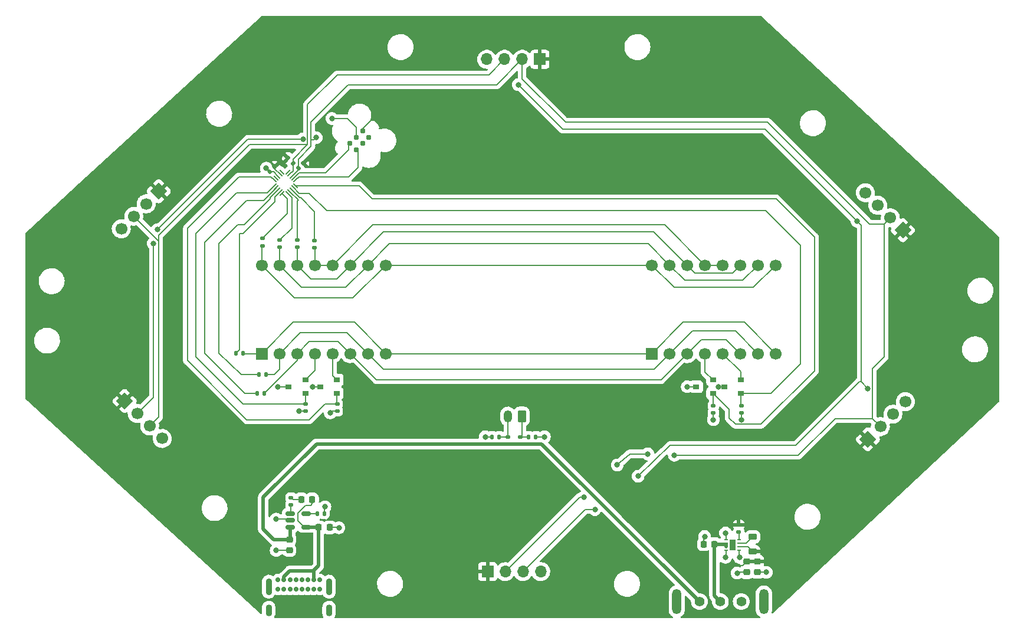
<source format=gbr>
%TF.GenerationSoftware,KiCad,Pcbnew,(6.0.7)*%
%TF.CreationDate,2024-09-04T15:34:51-05:00*%
%TF.ProjectId,MainBoard,4d61696e-426f-4617-9264-2e6b69636164,rev?*%
%TF.SameCoordinates,Original*%
%TF.FileFunction,Copper,L1,Top*%
%TF.FilePolarity,Positive*%
%FSLAX46Y46*%
G04 Gerber Fmt 4.6, Leading zero omitted, Abs format (unit mm)*
G04 Created by KiCad (PCBNEW (6.0.7)) date 2024-09-04 15:34:51*
%MOMM*%
%LPD*%
G01*
G04 APERTURE LIST*
G04 Aperture macros list*
%AMRoundRect*
0 Rectangle with rounded corners*
0 $1 Rounding radius*
0 $2 $3 $4 $5 $6 $7 $8 $9 X,Y pos of 4 corners*
0 Add a 4 corners polygon primitive as box body*
4,1,4,$2,$3,$4,$5,$6,$7,$8,$9,$2,$3,0*
0 Add four circle primitives for the rounded corners*
1,1,$1+$1,$2,$3*
1,1,$1+$1,$4,$5*
1,1,$1+$1,$6,$7*
1,1,$1+$1,$8,$9*
0 Add four rect primitives between the rounded corners*
20,1,$1+$1,$2,$3,$4,$5,0*
20,1,$1+$1,$4,$5,$6,$7,0*
20,1,$1+$1,$6,$7,$8,$9,0*
20,1,$1+$1,$8,$9,$2,$3,0*%
%AMHorizOval*
0 Thick line with rounded ends*
0 $1 width*
0 $2 $3 position (X,Y) of the first rounded end (center of the circle)*
0 $4 $5 position (X,Y) of the second rounded end (center of the circle)*
0 Add line between two ends*
20,1,$1,$2,$3,$4,$5,0*
0 Add two circle primitives to create the rounded ends*
1,1,$1,$2,$3*
1,1,$1,$4,$5*%
%AMRotRect*
0 Rectangle, with rotation*
0 The origin of the aperture is its center*
0 $1 length*
0 $2 width*
0 $3 Rotation angle, in degrees counterclockwise*
0 Add horizontal line*
21,1,$1,$2,0,0,$3*%
%AMFreePoly0*
4,1,14,0.354215,0.088284,0.450784,-0.008285,0.462500,-0.036569,0.462499,-0.060000,0.450784,-0.088284,0.422500,-0.100000,-0.422500,-0.100000,-0.450784,-0.088284,-0.462499,-0.060000,-0.462499,0.060000,-0.450784,0.088284,-0.422500,0.100000,0.325931,0.100000,0.354215,0.088284,0.354215,0.088284,$1*%
%AMFreePoly1*
4,1,14,0.450784,0.088284,0.462499,0.060000,0.462500,0.036569,0.450784,0.008285,0.354215,-0.088284,0.325931,-0.100000,-0.422500,-0.100000,-0.450784,-0.088284,-0.462499,-0.060000,-0.462499,0.060000,-0.450784,0.088284,-0.422500,0.100000,0.422500,0.100000,0.450784,0.088284,0.450784,0.088284,$1*%
%AMFreePoly2*
4,1,14,0.088284,0.450784,0.100000,0.422500,0.100000,-0.422500,0.088284,-0.450784,0.060000,-0.462499,-0.060000,-0.462499,-0.088284,-0.450784,-0.100000,-0.422500,-0.100000,0.325931,-0.088284,0.354215,0.008285,0.450784,0.036569,0.462500,0.060000,0.462499,0.088284,0.450784,0.088284,0.450784,$1*%
%AMFreePoly3*
4,1,14,-0.008285,0.450784,0.088284,0.354215,0.100000,0.325931,0.100000,-0.422500,0.088284,-0.450784,0.060000,-0.462499,-0.060000,-0.462499,-0.088284,-0.450784,-0.100000,-0.422500,-0.100000,0.422500,-0.088284,0.450784,-0.060000,0.462499,-0.036569,0.462500,-0.008285,0.450784,-0.008285,0.450784,$1*%
%AMFreePoly4*
4,1,14,0.450784,0.088284,0.462499,0.060000,0.462499,-0.060000,0.450784,-0.088284,0.422500,-0.100000,-0.325931,-0.100000,-0.354215,-0.088284,-0.450784,0.008285,-0.462500,0.036569,-0.462499,0.060000,-0.450784,0.088284,-0.422500,0.100000,0.422500,0.100000,0.450784,0.088284,0.450784,0.088284,$1*%
%AMFreePoly5*
4,1,14,0.450784,0.088284,0.462499,0.060000,0.462499,-0.060000,0.450784,-0.088284,0.422500,-0.100000,-0.422500,-0.100000,-0.450784,-0.088284,-0.462499,-0.060000,-0.462500,-0.036569,-0.450784,-0.008285,-0.354215,0.088284,-0.325931,0.100000,0.422500,0.100000,0.450784,0.088284,0.450784,0.088284,$1*%
%AMFreePoly6*
4,1,14,0.088284,0.450784,0.100000,0.422500,0.100000,-0.325931,0.088284,-0.354215,-0.008285,-0.450784,-0.036569,-0.462500,-0.060000,-0.462499,-0.088284,-0.450784,-0.100000,-0.422500,-0.100000,0.422500,-0.088284,0.450784,-0.060000,0.462499,0.060000,0.462499,0.088284,0.450784,0.088284,0.450784,$1*%
%AMFreePoly7*
4,1,14,0.088284,0.450784,0.100000,0.422500,0.100000,-0.422500,0.088284,-0.450784,0.060000,-0.462499,0.036569,-0.462500,0.008285,-0.450784,-0.088284,-0.354215,-0.100000,-0.325931,-0.100000,0.422500,-0.088284,0.450784,-0.060000,0.462499,0.060000,0.462499,0.088284,0.450784,0.088284,0.450784,$1*%
G04 Aperture macros list end*
%TA.AperFunction,ConnectorPad*%
%ADD10C,0.787400*%
%TD*%
%TA.AperFunction,SMDPad,CuDef*%
%ADD11RoundRect,0.135000X0.185000X-0.135000X0.185000X0.135000X-0.185000X0.135000X-0.185000X-0.135000X0*%
%TD*%
%TA.AperFunction,SMDPad,CuDef*%
%ADD12RoundRect,0.135000X-0.185000X0.135000X-0.185000X-0.135000X0.185000X-0.135000X0.185000X0.135000X0*%
%TD*%
%TA.AperFunction,SMDPad,CuDef*%
%ADD13R,0.500000X0.250000*%
%TD*%
%TA.AperFunction,ComponentPad*%
%ADD14C,0.600000*%
%TD*%
%TA.AperFunction,SMDPad,CuDef*%
%ADD15R,0.900000X1.600000*%
%TD*%
%TA.AperFunction,ComponentPad*%
%ADD16R,1.700000X1.700000*%
%TD*%
%TA.AperFunction,ComponentPad*%
%ADD17C,1.700000*%
%TD*%
%TA.AperFunction,SMDPad,CuDef*%
%ADD18RoundRect,0.135000X-0.135000X-0.185000X0.135000X-0.185000X0.135000X0.185000X-0.135000X0.185000X0*%
%TD*%
%TA.AperFunction,SMDPad,CuDef*%
%ADD19RoundRect,0.150000X-0.512500X-0.150000X0.512500X-0.150000X0.512500X0.150000X-0.512500X0.150000X0*%
%TD*%
%TA.AperFunction,ComponentPad*%
%ADD20RotRect,1.700000X1.700000X45.000000*%
%TD*%
%TA.AperFunction,ComponentPad*%
%ADD21HorizOval,1.700000X0.000000X0.000000X0.000000X0.000000X0*%
%TD*%
%TA.AperFunction,SMDPad,CuDef*%
%ADD22RoundRect,0.218750X-0.218750X-0.256250X0.218750X-0.256250X0.218750X0.256250X-0.218750X0.256250X0*%
%TD*%
%TA.AperFunction,SMDPad,CuDef*%
%ADD23RoundRect,0.135000X-0.226274X-0.035355X-0.035355X-0.226274X0.226274X0.035355X0.035355X0.226274X0*%
%TD*%
%TA.AperFunction,SMDPad,CuDef*%
%ADD24R,0.900000X0.800000*%
%TD*%
%TA.AperFunction,ComponentPad*%
%ADD25RoundRect,0.250000X0.350000X0.625000X-0.350000X0.625000X-0.350000X-0.625000X0.350000X-0.625000X0*%
%TD*%
%TA.AperFunction,ComponentPad*%
%ADD26O,1.200000X1.750000*%
%TD*%
%TA.AperFunction,ComponentPad*%
%ADD27RotRect,1.700000X1.700000X315.000000*%
%TD*%
%TA.AperFunction,ComponentPad*%
%ADD28HorizOval,1.700000X0.000000X0.000000X0.000000X0.000000X0*%
%TD*%
%TA.AperFunction,SMDPad,CuDef*%
%ADD29RoundRect,0.225000X-0.250000X0.225000X-0.250000X-0.225000X0.250000X-0.225000X0.250000X0.225000X0*%
%TD*%
%TA.AperFunction,SMDPad,CuDef*%
%ADD30FreePoly0,315.000000*%
%TD*%
%TA.AperFunction,SMDPad,CuDef*%
%ADD31RoundRect,0.050000X-0.327037X0.256326X0.256326X-0.327037X0.327037X-0.256326X-0.256326X0.327037X0*%
%TD*%
%TA.AperFunction,SMDPad,CuDef*%
%ADD32FreePoly1,315.000000*%
%TD*%
%TA.AperFunction,SMDPad,CuDef*%
%ADD33FreePoly2,315.000000*%
%TD*%
%TA.AperFunction,SMDPad,CuDef*%
%ADD34RoundRect,0.050000X-0.327037X-0.256326X-0.256326X-0.327037X0.327037X0.256326X0.256326X0.327037X0*%
%TD*%
%TA.AperFunction,SMDPad,CuDef*%
%ADD35FreePoly3,315.000000*%
%TD*%
%TA.AperFunction,SMDPad,CuDef*%
%ADD36FreePoly4,315.000000*%
%TD*%
%TA.AperFunction,SMDPad,CuDef*%
%ADD37FreePoly5,315.000000*%
%TD*%
%TA.AperFunction,SMDPad,CuDef*%
%ADD38FreePoly6,315.000000*%
%TD*%
%TA.AperFunction,SMDPad,CuDef*%
%ADD39FreePoly7,315.000000*%
%TD*%
%TA.AperFunction,ComponentPad*%
%ADD40C,1.397000*%
%TD*%
%TA.AperFunction,ComponentPad*%
%ADD41O,1.320800X3.606800*%
%TD*%
%TA.AperFunction,SMDPad,CuDef*%
%ADD42RoundRect,0.218750X-0.381250X0.218750X-0.381250X-0.218750X0.381250X-0.218750X0.381250X0.218750X0*%
%TD*%
%TA.AperFunction,ComponentPad*%
%ADD43RotRect,1.700000X1.700000X225.000000*%
%TD*%
%TA.AperFunction,ComponentPad*%
%ADD44HorizOval,1.700000X0.000000X0.000000X0.000000X0.000000X0*%
%TD*%
%TA.AperFunction,SMDPad,CuDef*%
%ADD45RoundRect,0.225000X0.225000X0.250000X-0.225000X0.250000X-0.225000X-0.250000X0.225000X-0.250000X0*%
%TD*%
%TA.AperFunction,SMDPad,CuDef*%
%ADD46RoundRect,0.225000X-0.225000X-0.250000X0.225000X-0.250000X0.225000X0.250000X-0.225000X0.250000X0*%
%TD*%
%TA.AperFunction,ComponentPad*%
%ADD47C,0.700000*%
%TD*%
%TA.AperFunction,ComponentPad*%
%ADD48O,0.900000X1.700000*%
%TD*%
%TA.AperFunction,ComponentPad*%
%ADD49O,0.900000X2.400000*%
%TD*%
%TA.AperFunction,SMDPad,CuDef*%
%ADD50RoundRect,0.135000X-0.035355X0.226274X-0.226274X0.035355X0.035355X-0.226274X0.226274X-0.035355X0*%
%TD*%
%TA.AperFunction,SMDPad,CuDef*%
%ADD51RoundRect,0.135000X0.135000X0.185000X-0.135000X0.185000X-0.135000X-0.185000X0.135000X-0.185000X0*%
%TD*%
%TA.AperFunction,ComponentPad*%
%ADD52O,1.700000X1.700000*%
%TD*%
%TA.AperFunction,ComponentPad*%
%ADD53RotRect,1.700000X1.700000X135.000000*%
%TD*%
%TA.AperFunction,ComponentPad*%
%ADD54HorizOval,1.700000X0.000000X0.000000X0.000000X0.000000X0*%
%TD*%
%TA.AperFunction,SMDPad,CuDef*%
%ADD55RoundRect,0.140000X-0.021213X0.219203X-0.219203X0.021213X0.021213X-0.219203X0.219203X-0.021213X0*%
%TD*%
%TA.AperFunction,ViaPad*%
%ADD56C,0.800000*%
%TD*%
%TA.AperFunction,Conductor*%
%ADD57C,0.200000*%
%TD*%
%TA.AperFunction,Conductor*%
%ADD58C,0.500000*%
%TD*%
G04 APERTURE END LIST*
D10*
%TO.P,J7,1,POWER_3V3*%
%TO.N,VCC*%
X121652842Y-68325327D03*
%TO.P,J7,2,UART_TX*%
%TO.N,unconnected-(J7-Pad2)*%
X122550867Y-69223352D03*
%TO.P,J7,3,GND*%
%TO.N,GND*%
X120754816Y-69223352D03*
%TO.P,J7,4,UART_RX*%
%TO.N,unconnected-(J7-Pad4)*%
X121652842Y-70121378D03*
%TO.P,J7,5,SWCLK*%
%TO.N,/MCU/SWDCLK*%
X119856791Y-70121378D03*
%TO.P,J7,6,SWDIO*%
%TO.N,/MCU/SWDIO*%
X120754816Y-71019403D03*
%TD*%
D11*
%TO.P,R15,1*%
%TO.N,Net-(R15-Pad1)*%
X111387500Y-121990000D03*
%TO.P,R15,2*%
%TO.N,Net-(D1-Pad1)*%
X111387500Y-120970000D03*
%TD*%
D12*
%TO.P,R5,1*%
%TO.N,/Display/D2_R_EN*%
X176000000Y-107770000D03*
%TO.P,R5,2*%
%TO.N,GND*%
X176000000Y-108790000D03*
%TD*%
D13*
%TO.P,U5,1,PGND*%
%TO.N,GND*%
X173800000Y-127030000D03*
%TO.P,U5,2,VIN*%
%TO.N,/Power/V_PRE_REG*%
X173800000Y-127530000D03*
%TO.P,U5,3,EN*%
X173800000Y-128030000D03*
%TO.P,U5,4,AGND*%
%TO.N,GND*%
X173800000Y-128530000D03*
%TO.P,U5,5,FB*%
X175700000Y-128530000D03*
%TO.P,U5,6,VOS*%
%TO.N,VCC*%
X175700000Y-128030000D03*
%TO.P,U5,7,SW*%
%TO.N,Net-(L1-Pad1)*%
X175700000Y-127530000D03*
%TO.P,U5,8,PG*%
%TO.N,Net-(R16-Pad2)*%
X175700000Y-127030000D03*
D14*
%TO.P,U5,9,PAD*%
%TO.N,GND*%
X174750000Y-127280000D03*
D15*
X174750000Y-127780000D03*
D14*
X174750000Y-128280000D03*
%TD*%
D16*
%TO.P,U3,1,DIG1_C*%
%TO.N,/Display/C*%
X107177500Y-100282500D03*
D17*
%TO.P,U3,2,DIG1_E*%
%TO.N,/Display/E*%
X109717500Y-100282500D03*
%TO.P,U3,3,DIG1_D*%
%TO.N,/Display/D*%
X112257500Y-100282500D03*
%TO.P,U3,4,DIG1_CA*%
%TO.N,/Display/D1_G*%
X114797500Y-100282500D03*
%TO.P,U3,5,DIG2_CA*%
%TO.N,/Display/D2_G*%
X117337500Y-100282500D03*
%TO.P,U3,6,DIG2_D*%
%TO.N,/Display/D*%
X119877500Y-100282500D03*
%TO.P,U3,7,DIG2_E*%
%TO.N,/Display/E*%
X122417500Y-100282500D03*
%TO.P,U3,8,DIG2_C*%
%TO.N,/Display/C*%
X124957500Y-100282500D03*
%TO.P,U3,9,DIG2_G*%
%TO.N,/Display/G*%
X124957500Y-87582500D03*
%TO.P,U3,10,DIG2_A*%
%TO.N,/Display/A*%
X122417500Y-87582500D03*
%TO.P,U3,11,DIG2_F*%
%TO.N,/Display/F*%
X119877500Y-87582500D03*
%TO.P,U3,12,DIG2_B*%
%TO.N,/Display/B*%
X117337500Y-87582500D03*
%TO.P,U3,13,DIG1_B*%
X114797500Y-87582500D03*
%TO.P,U3,14,DIG1_F*%
%TO.N,/Display/F*%
X112257500Y-87582500D03*
%TO.P,U3,15,DIG1_A*%
%TO.N,/Display/A*%
X109717500Y-87582500D03*
%TO.P,U3,16,DIG1_G*%
%TO.N,/Display/G*%
X107177500Y-87582500D03*
%TD*%
D18*
%TO.P,R10,1*%
%TO.N,/Display/D_EN*%
X106490000Y-106030000D03*
%TO.P,R10,2*%
%TO.N,/Display/D*%
X107510000Y-106030000D03*
%TD*%
D19*
%TO.P,U4,1,STAT*%
%TO.N,Net-(R15-Pad1)*%
X111250000Y-123280000D03*
%TO.P,U4,2,VSS*%
%TO.N,GND*%
X111250000Y-124230000D03*
%TO.P,U4,3,VBAT*%
%TO.N,/Power/VBAT*%
X111250000Y-125180000D03*
%TO.P,U4,4,VDD*%
%TO.N,VBUS*%
X113525000Y-125180000D03*
%TO.P,U4,5,PROG*%
%TO.N,Net-(R14-Pad1)*%
X113525000Y-123280000D03*
%TD*%
D12*
%TO.P,R12,1*%
%TO.N,/Display/F_EN*%
X112250000Y-84020000D03*
%TO.P,R12,2*%
%TO.N,/Display/F*%
X112250000Y-85040000D03*
%TD*%
D20*
%TO.P,J1,1,Pin_1*%
%TO.N,VCC*%
X87500000Y-107080000D03*
D21*
%TO.P,J1,2,Pin_2*%
%TO.N,/SCL*%
X89296051Y-108876051D03*
%TO.P,J1,3,Pin_3*%
%TO.N,/SDA*%
X91092102Y-110672102D03*
%TO.P,J1,4,Pin_4*%
%TO.N,GND*%
X92888154Y-112468154D03*
%TD*%
D22*
%TO.P,D1,1,K*%
%TO.N,Net-(D1-Pad1)*%
X112850000Y-121230000D03*
%TO.P,D1,2,A*%
%TO.N,VBUS*%
X114425000Y-121230000D03*
%TD*%
D12*
%TO.P,R3,1*%
%TO.N,/Display/D1_R_EN*%
X172000000Y-107770000D03*
%TO.P,R3,2*%
%TO.N,GND*%
X172000000Y-108790000D03*
%TD*%
D23*
%TO.P,R1,1*%
%TO.N,VCC*%
X110952549Y-72230324D03*
%TO.P,R1,2*%
%TO.N,/SDA*%
X111673797Y-72951572D03*
%TD*%
D24*
%TO.P,Q1,1,G*%
%TO.N,/Display/D1_R_EN*%
X171950000Y-105980000D03*
%TO.P,Q1,2,S*%
%TO.N,/Display/D1_R*%
X171950000Y-104080000D03*
%TO.P,Q1,3,D*%
%TO.N,GND*%
X169550000Y-105030000D03*
%TD*%
D18*
%TO.P,R11,1*%
%TO.N,/Display/E_EN*%
X106740000Y-103280000D03*
%TO.P,R11,2*%
%TO.N,/Display/E*%
X107760000Y-103280000D03*
%TD*%
D25*
%TO.P,J8,1,Pin_1*%
%TO.N,Net-(J8-Pad1)*%
X144500000Y-109280000D03*
D26*
%TO.P,J8,2,Pin_2*%
%TO.N,Net-(J8-Pad2)*%
X142500000Y-109280000D03*
%TD*%
D18*
%TO.P,R9,1*%
%TO.N,/Display/C_EN*%
X103490000Y-100280000D03*
%TO.P,R9,2*%
%TO.N,/Display/C*%
X104510000Y-100280000D03*
%TD*%
D27*
%TO.P,J2,1,Pin_1*%
%TO.N,VCC*%
X92400000Y-76980000D03*
D28*
%TO.P,J2,2,Pin_2*%
%TO.N,/SCL*%
X90603949Y-78776051D03*
%TO.P,J2,3,Pin_3*%
%TO.N,/SDA*%
X88807898Y-80572102D03*
%TO.P,J2,4,Pin_4*%
%TO.N,GND*%
X87011846Y-82368154D03*
%TD*%
D24*
%TO.P,Q3,1,G*%
%TO.N,/Display/D2_R_EN*%
X175950000Y-105980000D03*
%TO.P,Q3,2,S*%
%TO.N,/Display/D2_R*%
X175950000Y-104080000D03*
%TO.P,Q3,3,D*%
%TO.N,GND*%
X173550000Y-105030000D03*
%TD*%
D29*
%TO.P,C5,1*%
%TO.N,VCC*%
X178300000Y-130105000D03*
%TO.P,C5,2*%
%TO.N,GND*%
X178300000Y-131655000D03*
%TD*%
D30*
%TO.P,U1,1,PC15*%
%TO.N,unconnected-(U1-Pad1)*%
X110084575Y-74233204D03*
D31*
%TO.P,U1,2,VDD_A*%
%TO.N,VCC*%
X109801732Y-74516047D03*
%TO.P,U1,3,VSS_A*%
%TO.N,GND*%
X109518889Y-74798889D03*
%TO.P,U1,4,PF2_NRST*%
%TO.N,unconnected-(U1-Pad4)*%
X109236047Y-75081732D03*
D32*
%TO.P,U1,5,PA0*%
%TO.N,/Display/D2_G_EN*%
X108953204Y-75364575D03*
D33*
%TO.P,U1,6,PA1*%
%TO.N,/Display/D1_G_EN*%
X108953204Y-76195425D03*
D34*
%TO.P,U1,7,PA2*%
%TO.N,/Display/D_EN*%
X109236047Y-76478268D03*
%TO.P,U1,8,PA3*%
%TO.N,/Display/E_EN*%
X109518889Y-76761111D03*
%TO.P,U1,9,PA4*%
%TO.N,/Display/C_EN*%
X109801732Y-77043953D03*
D35*
%TO.P,U1,10,PA5*%
%TO.N,/Display/G_EN*%
X110084575Y-77326796D03*
D36*
%TO.P,U1,11,PA6*%
%TO.N,/Display/A_EN*%
X110915425Y-77326796D03*
D31*
%TO.P,U1,12,PA7*%
%TO.N,/Display/F_EN*%
X111198268Y-77043953D03*
%TO.P,U1,13,PA8*%
%TO.N,/Display/B_EN*%
X111481111Y-76761111D03*
%TO.P,U1,14,PA11_9*%
%TO.N,/Display/D2_R_EN*%
X111763953Y-76478268D03*
D37*
%TO.P,U1,15,PA12_10*%
%TO.N,/Display/D1_R_EN*%
X112046796Y-76195425D03*
D38*
%TO.P,U1,16,PA13*%
%TO.N,/MCU/SWDIO*%
X112046796Y-75364575D03*
D34*
%TO.P,U1,17,PA14_B0*%
%TO.N,/MCU/SWDCLK*%
X111763953Y-75081732D03*
%TO.P,U1,18,PB6*%
%TO.N,/SCL*%
X111481111Y-74798889D03*
%TO.P,U1,19,PB7*%
%TO.N,/SDA*%
X111198268Y-74516047D03*
D39*
%TO.P,U1,20,PC14*%
%TO.N,unconnected-(U1-Pad20)*%
X110915425Y-74233204D03*
%TD*%
D40*
%TO.P,SW1,1,1*%
%TO.N,/Power/VBAT*%
X170000000Y-135880000D03*
%TO.P,SW1,2,COM*%
%TO.N,/Power/V_PRE_REG*%
X172999999Y-135880000D03*
%TO.P,SW1,3,3*%
%TO.N,unconnected-(SW1-Pad3)*%
X175999998Y-135880000D03*
D41*
%TO.P,SW1,4,CASE*%
%TO.N,unconnected-(SW1-Pad4)*%
X166749999Y-135880000D03*
%TO.P,SW1,5,CASE*%
%TO.N,unconnected-(SW1-Pad5)*%
X179249999Y-135880000D03*
%TD*%
D12*
%TO.P,R19,1*%
%TO.N,Net-(J8-Pad1)*%
X144250000Y-112220000D03*
%TO.P,R19,2*%
%TO.N,/Power/VBAT*%
X144250000Y-113240000D03*
%TD*%
%TO.P,R16,1*%
%TO.N,VCC*%
X175650000Y-124890000D03*
%TO.P,R16,2*%
%TO.N,Net-(R16-Pad2)*%
X175650000Y-125910000D03*
%TD*%
D18*
%TO.P,R18,1*%
%TO.N,GND*%
X140240000Y-112230000D03*
%TO.P,R18,2*%
%TO.N,Net-(J8-Pad2)*%
X141260000Y-112230000D03*
%TD*%
D42*
%TO.P,L1,1,1*%
%TO.N,Net-(L1-Pad1)*%
X177650000Y-126587500D03*
%TO.P,L1,2,2*%
%TO.N,VCC*%
X177650000Y-128712500D03*
%TD*%
D29*
%TO.P,C3,1*%
%TO.N,/Power/VBAT*%
X111137500Y-126955000D03*
%TO.P,C3,2*%
%TO.N,GND*%
X111137500Y-128505000D03*
%TD*%
D12*
%TO.P,R13,1*%
%TO.N,/Display/G_EN*%
X107250000Y-83770000D03*
%TO.P,R13,2*%
%TO.N,/Display/G*%
X107250000Y-84790000D03*
%TD*%
D43*
%TO.P,J4,1,Pin_1*%
%TO.N,VCC*%
X199200000Y-82580000D03*
D44*
%TO.P,J4,2,Pin_2*%
%TO.N,/SCL*%
X197403949Y-80783949D03*
%TO.P,J4,3,Pin_3*%
%TO.N,/SDA*%
X195607898Y-78987898D03*
%TO.P,J4,4,Pin_4*%
%TO.N,GND*%
X193811846Y-77191846D03*
%TD*%
D12*
%TO.P,R7,1*%
%TO.N,/Display/A_EN*%
X109750000Y-84020000D03*
%TO.P,R7,2*%
%TO.N,/Display/A*%
X109750000Y-85040000D03*
%TD*%
%TO.P,R8,1*%
%TO.N,/Display/B_EN*%
X114750000Y-84029999D03*
%TO.P,R8,2*%
%TO.N,/Display/B*%
X114750000Y-85049999D03*
%TD*%
%TO.P,R20,1*%
%TO.N,Net-(J8-Pad2)*%
X142500000Y-112220000D03*
%TO.P,R20,2*%
%TO.N,/Power/VBAT*%
X142500000Y-113240000D03*
%TD*%
D16*
%TO.P,U2,1,DIG1_C*%
%TO.N,/Display/C*%
X163177500Y-100282500D03*
D17*
%TO.P,U2,2,DIG1_E*%
%TO.N,/Display/E*%
X165717500Y-100282500D03*
%TO.P,U2,3,DIG1_D*%
%TO.N,/Display/D*%
X168257500Y-100282500D03*
%TO.P,U2,4,DIG1_CA*%
%TO.N,/Display/D1_R*%
X170797500Y-100282500D03*
%TO.P,U2,5,DIG2_CA*%
%TO.N,/Display/D2_R*%
X173337500Y-100282500D03*
%TO.P,U2,6,DIG2_D*%
%TO.N,/Display/D*%
X175877500Y-100282500D03*
%TO.P,U2,7,DIG2_E*%
%TO.N,/Display/E*%
X178417500Y-100282500D03*
%TO.P,U2,8,DIG2_C*%
%TO.N,/Display/C*%
X180957500Y-100282500D03*
%TO.P,U2,9,DIG2_G*%
%TO.N,/Display/G*%
X180957500Y-87582500D03*
%TO.P,U2,10,DIG2_A*%
%TO.N,/Display/A*%
X178417500Y-87582500D03*
%TO.P,U2,11,DIG2_F*%
%TO.N,/Display/F*%
X175877500Y-87582500D03*
%TO.P,U2,12,DIG2_B*%
%TO.N,/Display/B*%
X173337500Y-87582500D03*
%TO.P,U2,13,DIG1_B*%
X170797500Y-87582500D03*
%TO.P,U2,14,DIG1_F*%
%TO.N,/Display/F*%
X168257500Y-87582500D03*
%TO.P,U2,15,DIG1_A*%
%TO.N,/Display/A*%
X165717500Y-87582500D03*
%TO.P,U2,16,DIG1_G*%
%TO.N,/Display/G*%
X163177500Y-87582500D03*
%TD*%
D24*
%TO.P,Q2,1,G*%
%TO.N,/Display/D1_G_EN*%
X113450000Y-105980000D03*
%TO.P,Q2,2,S*%
%TO.N,/Display/D1_G*%
X113450000Y-104080000D03*
%TO.P,Q2,3,D*%
%TO.N,GND*%
X111050000Y-105030000D03*
%TD*%
D45*
%TO.P,C4,1*%
%TO.N,/Power/V_PRE_REG*%
X172174999Y-127650000D03*
%TO.P,C4,2*%
%TO.N,GND*%
X170624999Y-127650000D03*
%TD*%
D12*
%TO.P,R4,1*%
%TO.N,/Display/D1_G_EN*%
X113500000Y-107520000D03*
%TO.P,R4,2*%
%TO.N,GND*%
X113500000Y-108540000D03*
%TD*%
D24*
%TO.P,Q4,1,G*%
%TO.N,/Display/D2_G_EN*%
X117950000Y-105980000D03*
%TO.P,Q4,2,S*%
%TO.N,/Display/D2_G*%
X117950000Y-104080000D03*
%TO.P,Q4,3,D*%
%TO.N,GND*%
X115550000Y-105030000D03*
%TD*%
D46*
%TO.P,C2,1*%
%TO.N,VBUS*%
X115362500Y-125230000D03*
%TO.P,C2,2*%
%TO.N,GND*%
X116912500Y-125230000D03*
%TD*%
D47*
%TO.P,P1,A1,GND*%
%TO.N,GND*%
X109525000Y-132755000D03*
%TO.P,P1,A4,VBUS*%
%TO.N,VBUS*%
X110375000Y-132755000D03*
%TO.P,P1,A5,CC*%
%TO.N,unconnected-(P1-PadA5)*%
X111225000Y-132755000D03*
%TO.P,P1,A6,D+*%
%TO.N,unconnected-(P1-PadA6)*%
X112075000Y-132755000D03*
%TO.P,P1,A7,D-*%
%TO.N,unconnected-(P1-PadA7)*%
X112925000Y-132755000D03*
%TO.P,P1,A8*%
%TO.N,N/C*%
X113775000Y-132755000D03*
%TO.P,P1,A9,VBUS*%
%TO.N,VBUS*%
X114625000Y-132755000D03*
%TO.P,P1,A12,GND*%
%TO.N,GND*%
X115475000Y-132755000D03*
%TO.P,P1,B1,GND*%
X115475000Y-134105000D03*
%TO.P,P1,B4,VBUS*%
%TO.N,VBUS*%
X114625000Y-134105000D03*
%TO.P,P1,B5,VCONN*%
%TO.N,unconnected-(P1-PadB5)*%
X113775000Y-134105000D03*
%TO.P,P1,B6*%
%TO.N,N/C*%
X112925000Y-134105000D03*
%TO.P,P1,B7*%
X112075000Y-134105000D03*
%TO.P,P1,B8*%
X111225000Y-134105000D03*
%TO.P,P1,B9,VBUS*%
%TO.N,VBUS*%
X110375000Y-134105000D03*
%TO.P,P1,B12,GND*%
%TO.N,GND*%
X109525000Y-134105000D03*
D48*
%TO.P,P1,S1,SHIELD*%
%TO.N,unconnected-(P1-PadS1)*%
X108175000Y-137115000D03*
D49*
X108175000Y-133735000D03*
X116825000Y-133735000D03*
D48*
X116825000Y-137115000D03*
%TD*%
D50*
%TO.P,R2,1*%
%TO.N,VCC*%
X113132205Y-72953341D03*
%TO.P,R2,2*%
%TO.N,/SCL*%
X112410957Y-73674589D03*
%TD*%
D29*
%TO.P,C6,1*%
%TO.N,VCC*%
X176800000Y-130125000D03*
%TO.P,C6,2*%
%TO.N,GND*%
X176800000Y-131675000D03*
%TD*%
D51*
%TO.P,R17,1*%
%TO.N,GND*%
X146510000Y-112230000D03*
%TO.P,R17,2*%
%TO.N,Net-(J8-Pad1)*%
X145490000Y-112230000D03*
%TD*%
D16*
%TO.P,J3,1,Pin_1*%
%TO.N,VCC*%
X147100000Y-58030000D03*
D52*
%TO.P,J3,2,Pin_2*%
%TO.N,/SCL*%
X144560000Y-58030000D03*
%TO.P,J3,3,Pin_3*%
%TO.N,/SDA*%
X142020000Y-58030000D03*
%TO.P,J3,4,Pin_4*%
%TO.N,GND*%
X139480000Y-58030000D03*
%TD*%
D53*
%TO.P,J5,1,Pin_1*%
%TO.N,VCC*%
X194181088Y-112573786D03*
D54*
%TO.P,J5,2,Pin_2*%
%TO.N,/SCL*%
X195977139Y-110777735D03*
%TO.P,J5,3,Pin_3*%
%TO.N,/SDA*%
X197773190Y-108981684D03*
%TO.P,J5,4,Pin_4*%
%TO.N,GND*%
X199569242Y-107185632D03*
%TD*%
D16*
%TO.P,J6,1,Pin_1*%
%TO.N,VCC*%
X139600000Y-131580000D03*
D52*
%TO.P,J6,2,Pin_2*%
%TO.N,/SCL*%
X142140000Y-131580000D03*
%TO.P,J6,3,Pin_3*%
%TO.N,/SDA*%
X144680000Y-131580000D03*
%TO.P,J6,4,Pin_4*%
%TO.N,GND*%
X147220000Y-131580000D03*
%TD*%
D12*
%TO.P,R6,1*%
%TO.N,/Display/D2_G_EN*%
X118000000Y-107520000D03*
%TO.P,R6,2*%
%TO.N,GND*%
X118000000Y-108540000D03*
%TD*%
D18*
%TO.P,R14,1*%
%TO.N,Net-(R14-Pad1)*%
X115127500Y-123230000D03*
%TO.P,R14,2*%
%TO.N,GND*%
X116147500Y-123230000D03*
%TD*%
D55*
%TO.P,C1,1*%
%TO.N,VCC*%
X109015076Y-73474832D03*
%TO.P,C1,2*%
%TO.N,GND*%
X108336254Y-74153654D03*
%TD*%
D56*
%TO.N,GND*%
X107821833Y-73667518D03*
X147750000Y-112230000D03*
X114500000Y-105030000D03*
X109250000Y-124030000D03*
X112500000Y-108530000D03*
X109250000Y-128530000D03*
X172750000Y-105030000D03*
X116250000Y-122280000D03*
X176000000Y-109780000D03*
X117250000Y-66530000D03*
X170750000Y-126530000D03*
X118250000Y-125280000D03*
X179600000Y-131680000D03*
X175400000Y-131780000D03*
X139250000Y-112230000D03*
X175750000Y-129530000D03*
X109500000Y-105030000D03*
X173750000Y-129530000D03*
X168250000Y-105030000D03*
X172000000Y-109780000D03*
X173749999Y-126030000D03*
X117000000Y-108780000D03*
%TO.N,/SCL*%
X115000000Y-69280000D03*
X162600000Y-114680000D03*
X92200000Y-82480000D03*
X158200000Y-116280000D03*
X113090500Y-69480000D03*
X91600000Y-84480000D03*
X153400000Y-120880000D03*
X166400000Y-114880000D03*
%TO.N,/SDA*%
X144000000Y-61680000D03*
X161200000Y-117880000D03*
X155000000Y-122680000D03*
X194140500Y-105280000D03*
X192600000Y-81280000D03*
%TD*%
D57*
%TO.N,VCC*%
X176800000Y-130125000D02*
X176455000Y-130125000D01*
X121652842Y-67978844D02*
X123282723Y-66348963D01*
X176245000Y-130680000D02*
X175000000Y-130680000D01*
X176967500Y-128030000D02*
X177650000Y-128712500D01*
X175700000Y-128030000D02*
X176967500Y-128030000D01*
X109015076Y-73729390D02*
X109015076Y-73474832D01*
X176800000Y-130125000D02*
X176245000Y-130680000D01*
X121652842Y-68325327D02*
X121652842Y-67978844D01*
X123282723Y-66348963D02*
X123931037Y-66348963D01*
X123931037Y-66348963D02*
X124750000Y-65530000D01*
X109801732Y-74516047D02*
X109015076Y-73729390D01*
%TO.N,GND*%
X140240000Y-112230000D02*
X139250000Y-112230000D01*
X115550000Y-105030000D02*
X114500000Y-105030000D01*
X116912500Y-125230000D02*
X118200000Y-125230000D01*
X173800000Y-129480000D02*
X173750000Y-129530000D01*
X116147500Y-123230000D02*
X116147500Y-122382500D01*
X173800000Y-126080000D02*
X173749999Y-126030000D01*
X176000000Y-108790000D02*
X176000000Y-109780000D01*
X111137500Y-128505000D02*
X109275000Y-128505000D01*
X179575000Y-131655000D02*
X179600000Y-131680000D01*
X120754816Y-67837423D02*
X119485560Y-66568166D01*
X109275000Y-128505000D02*
X109250000Y-128530000D01*
X175700000Y-128529999D02*
X175700000Y-129480000D01*
X175700000Y-129480000D02*
X175750000Y-129530000D01*
X117461834Y-66568166D02*
X117288166Y-66568166D01*
X119485560Y-66568166D02*
X117461834Y-66568166D01*
X120754816Y-69223352D02*
X120754816Y-67837423D01*
X146510000Y-112230000D02*
X147750000Y-112230000D01*
X111250000Y-124230000D02*
X111050000Y-124030000D01*
X116147500Y-122382500D02*
X116250000Y-122280000D01*
X170625000Y-126655000D02*
X170750000Y-126530000D01*
X108873654Y-74153654D02*
X108336253Y-74153654D01*
X108336253Y-74153654D02*
X107850117Y-73667518D01*
X111050000Y-124030000D02*
X109250000Y-124030000D01*
X175505000Y-131675000D02*
X175400000Y-131780000D01*
X176800000Y-131675000D02*
X175505000Y-131675000D01*
X173550000Y-105030000D02*
X172750000Y-105030000D01*
X173800000Y-128530000D02*
X173800000Y-129480000D01*
X107850117Y-73667518D02*
X107821833Y-73667518D01*
X109518889Y-74798889D02*
X108873654Y-74153654D01*
X118000000Y-108540000D02*
X117240000Y-108540000D01*
X112510000Y-108540000D02*
X112500000Y-108530000D01*
X117240000Y-108540000D02*
X117000000Y-108780000D01*
X172000000Y-108790000D02*
X172000000Y-109780000D01*
X170625000Y-127650000D02*
X170625000Y-126655000D01*
X111050000Y-105030000D02*
X109500000Y-105030000D01*
X169550000Y-105030000D02*
X168250000Y-105030000D01*
X113500000Y-108540000D02*
X112510000Y-108540000D01*
X117288166Y-66568166D02*
X117250000Y-66530000D01*
X118200000Y-125230000D02*
X118250000Y-125280000D01*
X178300000Y-131655000D02*
X179575000Y-131655000D01*
X173800000Y-127030000D02*
X173800000Y-126080000D01*
%TO.N,VBUS*%
X114200000Y-122080000D02*
X114425000Y-121855000D01*
D58*
X115362500Y-130717500D02*
X114600000Y-131480000D01*
D57*
X112400000Y-123162672D02*
X113482672Y-122080000D01*
D58*
X114600000Y-131480000D02*
X114625000Y-131505000D01*
X111200000Y-131480000D02*
X110375000Y-132305000D01*
X115362500Y-125230000D02*
X113575000Y-125230000D01*
X110375000Y-132305000D02*
X110375000Y-132755000D01*
D57*
X114425000Y-121855000D02*
X114425000Y-121230000D01*
X112400000Y-124280000D02*
X112400000Y-123162672D01*
X114425000Y-121230000D02*
X114332672Y-121230000D01*
X113300000Y-125180000D02*
X112400000Y-124280000D01*
D58*
X114625000Y-131505000D02*
X114625000Y-132755000D01*
D57*
X113525000Y-125180000D02*
X113300000Y-125180000D01*
X113482672Y-122080000D02*
X114200000Y-122080000D01*
X113750000Y-125405000D02*
X113525000Y-125180000D01*
D58*
X114600000Y-131480000D02*
X111200000Y-131480000D01*
D57*
X114625000Y-132755000D02*
X114625000Y-132155000D01*
D58*
X113575000Y-125230000D02*
X113525000Y-125180000D01*
X115362500Y-125230000D02*
X115362500Y-130717500D01*
%TO.N,/Power/VBAT*%
X107400000Y-120880000D02*
X107400000Y-125480000D01*
X111250000Y-126842500D02*
X111137500Y-126955000D01*
X107400000Y-125480000D02*
X108875000Y-126955000D01*
X115040000Y-113240000D02*
X107400000Y-120880000D01*
X108875000Y-126955000D02*
X111137500Y-126955000D01*
X111250000Y-125180000D02*
X111250000Y-126842500D01*
X147360000Y-113240000D02*
X144250000Y-113240000D01*
X144250000Y-113240000D02*
X142500000Y-113240000D01*
X170000000Y-135880000D02*
X147360000Y-113240000D01*
X142500000Y-113240000D02*
X115040000Y-113240000D01*
%TO.N,/Power/V_PRE_REG*%
X172174999Y-135055000D02*
X172174999Y-127650000D01*
X172999999Y-135880000D02*
X172174999Y-135055000D01*
X173770000Y-127650000D02*
X173800000Y-127680000D01*
X172174999Y-127650000D02*
X173770000Y-127650000D01*
X173800000Y-127680000D02*
X173800000Y-127995000D01*
D57*
X172295000Y-127530000D02*
X172175000Y-127650000D01*
%TO.N,/SCL*%
X114650000Y-69630000D02*
X114250000Y-69630000D01*
X144560000Y-60840000D02*
X150800000Y-67080000D01*
X179800000Y-67080000D02*
X194400000Y-81680000D01*
X160000000Y-114680000D02*
X162600000Y-114680000D01*
X112418027Y-72361973D02*
X114250000Y-70530000D01*
X142140000Y-131580000D02*
X152840000Y-120880000D01*
X194800000Y-109600596D02*
X189479404Y-109600596D01*
X112410956Y-73869044D02*
X112410956Y-73674590D01*
X114250000Y-67030000D02*
X119600000Y-61680000D01*
X184200000Y-114880000D02*
X166400000Y-114880000D01*
X150800000Y-67080000D02*
X179800000Y-67080000D01*
X196507898Y-81680000D02*
X197403949Y-80783949D01*
X144560000Y-58030000D02*
X144560000Y-60840000D01*
X114250000Y-70530000D02*
X114250000Y-69630000D01*
X105200000Y-69480000D02*
X113090500Y-69480000D01*
X91600000Y-84480000D02*
X91600000Y-106572102D01*
X189479404Y-109600596D02*
X184200000Y-114880000D01*
X91600000Y-106572102D02*
X89296051Y-108876051D01*
X140910000Y-61680000D02*
X144560000Y-58030000D01*
X115000000Y-69280000D02*
X114650000Y-69630000D01*
X196507898Y-81680000D02*
X196507898Y-100772102D01*
X112418027Y-73667518D02*
X112418027Y-72361973D01*
X111481111Y-74798889D02*
X112410956Y-73869044D01*
X194400000Y-81680000D02*
X196507898Y-81680000D01*
X92200000Y-82480000D02*
X105200000Y-69480000D01*
X152840000Y-120880000D02*
X153400000Y-120880000D01*
X112410956Y-73674590D02*
X112418027Y-73667518D01*
X196507898Y-100772102D02*
X194800000Y-102480000D01*
X194800000Y-109600596D02*
X195977139Y-110777735D01*
X194800000Y-102480000D02*
X194800000Y-109600596D01*
X114250000Y-69630000D02*
X114250000Y-67030000D01*
X158200000Y-116280000D02*
X160000000Y-114680000D01*
X119600000Y-61680000D02*
X140910000Y-61680000D01*
%TO.N,/SDA*%
X113750000Y-64530000D02*
X118000000Y-60280000D01*
X139770000Y-60280000D02*
X142020000Y-58030000D01*
X92400000Y-84164204D02*
X88807898Y-80572102D01*
X192940500Y-104339500D02*
X193200000Y-104339500D01*
X165800000Y-113480000D02*
X183800000Y-113480000D01*
X113750000Y-70280000D02*
X113750000Y-64530000D01*
X183800000Y-113480000D02*
X192940500Y-104339500D01*
X92400000Y-109364204D02*
X92400000Y-84164204D01*
X161200000Y-117880000D02*
X165800000Y-113480000D01*
X144680000Y-131580000D02*
X153580000Y-122680000D01*
X144000000Y-61680000D02*
X150400000Y-68080000D01*
X91092102Y-110672102D02*
X92400000Y-109364204D01*
X194140500Y-105280000D02*
X193200000Y-104339500D01*
X111198268Y-74516047D02*
X111673797Y-74040517D01*
X153580000Y-122680000D02*
X155000000Y-122680000D01*
X92400000Y-83280000D02*
X105400000Y-70280000D01*
X111673797Y-72951572D02*
X111673797Y-72356203D01*
X92400000Y-84164204D02*
X92400000Y-83280000D01*
X105400000Y-70280000D02*
X113750000Y-70280000D01*
X118000000Y-60280000D02*
X139770000Y-60280000D01*
X153600000Y-68080000D02*
X179400000Y-68080000D01*
X179400000Y-68080000D02*
X192600000Y-81280000D01*
X111673797Y-74040517D02*
X111673797Y-72951573D01*
X150400000Y-68080000D02*
X153600000Y-68080000D01*
X193200000Y-81880000D02*
X192600000Y-81280000D01*
X193200000Y-104339500D02*
X193200000Y-81880000D01*
X111673797Y-72356203D02*
X113750000Y-70280000D01*
%TO.N,/MCU/SWDCLK*%
X119856790Y-70121378D02*
X119612839Y-70365330D01*
X119612839Y-71022939D02*
X119611850Y-71022939D01*
X111763953Y-75081732D02*
X112549822Y-74295863D01*
X116338927Y-74295863D02*
X118802395Y-71832395D01*
X119611850Y-71022939D02*
X118802395Y-71832395D01*
X119612839Y-70365330D02*
X119612839Y-71022939D01*
X112549822Y-74295863D02*
X116338927Y-74295863D01*
%TO.N,/MCU/SWDIO*%
X120977555Y-72161381D02*
X120977555Y-73603879D01*
X112506415Y-74904955D02*
X112046796Y-75364575D01*
X120850276Y-71114863D02*
X120970484Y-71235071D01*
X120977555Y-73603879D02*
X119676479Y-74904955D01*
X120970484Y-71235071D02*
X120970484Y-72154310D01*
X119676479Y-74904955D02*
X112506415Y-74904955D01*
X120970484Y-72154310D02*
X120977555Y-72161381D01*
%TO.N,/Display/D1_R_EN*%
X186500000Y-83530000D02*
X181000000Y-78030000D01*
X172000000Y-106030000D02*
X171950000Y-105980000D01*
X174250000Y-109530000D02*
X175160000Y-110440000D01*
X112046796Y-76195425D02*
X121165425Y-76195425D01*
X172000000Y-107770000D02*
X172000000Y-106030000D01*
X171950000Y-105980000D02*
X174250000Y-108280000D01*
X174250000Y-108280000D02*
X174250000Y-109530000D01*
X175160000Y-110440000D02*
X178840000Y-110440000D01*
X121165425Y-76195425D02*
X123000000Y-78030000D01*
X186500000Y-102780000D02*
X186500000Y-83530000D01*
X181000000Y-78030000D02*
X123000000Y-78030000D01*
X178840000Y-110440000D02*
X186500000Y-102780000D01*
%TO.N,/Display/D1_R*%
X170797500Y-102927500D02*
X171950000Y-104080000D01*
X170797500Y-100282500D02*
X170797500Y-102927500D01*
%TO.N,/Display/D1_G_EN*%
X97750000Y-100780000D02*
X104490000Y-107520000D01*
X103576948Y-77203052D02*
X97750000Y-83030000D01*
X113450000Y-107470000D02*
X113500000Y-107520000D01*
X107945577Y-77203052D02*
X103576948Y-77203052D01*
X104490000Y-107520000D02*
X113500000Y-107520000D01*
X108953204Y-76195425D02*
X107945577Y-77203052D01*
X113450000Y-105980000D02*
X113450000Y-107470000D01*
X97750000Y-83030000D02*
X97750000Y-100780000D01*
%TO.N,/Display/D1_G*%
X114797500Y-100282500D02*
X114797500Y-102732500D01*
X114797500Y-102732500D02*
X113450000Y-104080000D01*
%TO.N,/Display/D2_R_EN*%
X175950000Y-107720000D02*
X176000000Y-107770000D01*
X114000000Y-77280000D02*
X112565685Y-77280000D01*
X179500000Y-79780000D02*
X116500000Y-79780000D01*
X116500000Y-79780000D02*
X114000000Y-77280000D01*
X180300000Y-105980000D02*
X184500000Y-101780000D01*
X175950000Y-105980000D02*
X180300000Y-105980000D01*
X112565685Y-77280000D02*
X111763953Y-76478268D01*
X184500000Y-84780000D02*
X179500000Y-79780000D01*
X184500000Y-101780000D02*
X184500000Y-84780000D01*
X175950000Y-105980000D02*
X175950000Y-107720000D01*
%TO.N,/Display/D2_R*%
X175950000Y-102895000D02*
X175950000Y-104080000D01*
X173337500Y-100282500D02*
X175950000Y-102895000D01*
%TO.N,/Display/D2_G_EN*%
X114000000Y-109780000D02*
X116260000Y-107520000D01*
X108953204Y-75364575D02*
X108493585Y-74904955D01*
X105000000Y-109780000D02*
X114000000Y-109780000D01*
X116260000Y-107520000D02*
X118000000Y-107520000D01*
X117950000Y-107470000D02*
X118000000Y-107520000D01*
X108493585Y-74904955D02*
X103875045Y-74904955D01*
X117950000Y-105980000D02*
X117950000Y-107470000D01*
X96500000Y-101280000D02*
X105000000Y-109780000D01*
X103875045Y-74904955D02*
X96500000Y-82280000D01*
X96500000Y-82280000D02*
X96500000Y-101280000D01*
%TO.N,/Display/D2_G*%
X117337500Y-103467500D02*
X117950000Y-104080000D01*
X117337500Y-100282500D02*
X117337500Y-103467500D01*
%TO.N,/Display/A_EN*%
X109750000Y-84020000D02*
X111500000Y-82270000D01*
X111500000Y-77911371D02*
X110915425Y-77326796D01*
X111500000Y-82270000D02*
X111500000Y-77911371D01*
%TO.N,/Display/A*%
X112915000Y-90780000D02*
X119220000Y-90780000D01*
X109717500Y-87582500D02*
X109717500Y-85072500D01*
X125470000Y-84530000D02*
X162665000Y-84530000D01*
X109717500Y-87582500D02*
X112915000Y-90780000D01*
X122417500Y-87582500D02*
X125470000Y-84530000D01*
X176220000Y-89780000D02*
X167915000Y-89780000D01*
X167915000Y-89780000D02*
X165717500Y-87582500D01*
X178417500Y-87582500D02*
X176220000Y-89780000D01*
X162665000Y-84530000D02*
X165717500Y-87582500D01*
X109717500Y-85072500D02*
X109750000Y-85040000D01*
X119220000Y-90780000D02*
X122417500Y-87582500D01*
%TO.N,/Display/B_EN*%
X114750000Y-79888578D02*
X112771581Y-77910159D01*
X111481111Y-76761111D02*
X112630159Y-77910159D01*
X114750000Y-84029999D02*
X114750000Y-79888578D01*
X112630159Y-77910159D02*
X112771581Y-77910159D01*
%TO.N,/Display/B*%
X170797500Y-87582500D02*
X173337500Y-87582500D01*
X123140000Y-81780000D02*
X164995000Y-81780000D01*
X164995000Y-81780000D02*
X170797500Y-87582500D01*
X114797500Y-87582500D02*
X117337500Y-87582500D01*
X114797500Y-85097499D02*
X114750000Y-85049999D01*
X117337500Y-87582500D02*
X123140000Y-81780000D01*
X114797500Y-87582500D02*
X114797500Y-85097499D01*
%TO.N,/Display/C_EN*%
X104000000Y-83030000D02*
X104469759Y-83030000D01*
X104000000Y-99770000D02*
X104000000Y-83030000D01*
X103490000Y-100280000D02*
X104000000Y-99770000D01*
X104469759Y-83030000D02*
X109059270Y-78440489D01*
X109801732Y-77043953D02*
X109059270Y-77786415D01*
X109059270Y-77786415D02*
X109059270Y-78440489D01*
%TO.N,/Display/C*%
X111680000Y-95780000D02*
X107177500Y-100282500D01*
X167680000Y-95780000D02*
X163177500Y-100282500D01*
X104512500Y-100282500D02*
X104510000Y-100280000D01*
X124957500Y-100282500D02*
X120455000Y-95780000D01*
X120455000Y-95780000D02*
X111680000Y-95780000D01*
X124957500Y-100282500D02*
X163177500Y-100282500D01*
X176455000Y-95780000D02*
X167680000Y-95780000D01*
X180957500Y-100282500D02*
X176455000Y-95780000D01*
X107177500Y-100282500D02*
X104512500Y-100282500D01*
%TO.N,/Display/D_EN*%
X107451992Y-78280000D02*
X109236047Y-76495946D01*
X99000000Y-84280000D02*
X105000000Y-78280000D01*
X104750000Y-106030000D02*
X99000000Y-100280000D01*
X99000000Y-100280000D02*
X99000000Y-84280000D01*
X109236047Y-76495946D02*
X109236047Y-76478268D01*
X105000000Y-78280000D02*
X107451992Y-78280000D01*
X106490000Y-106030000D02*
X104750000Y-106030000D01*
%TO.N,/Display/D*%
X175877500Y-100282500D02*
X173875000Y-98280000D01*
X168257500Y-100282500D02*
X164510000Y-104030000D01*
X164510000Y-104030000D02*
X123625000Y-104030000D01*
X170260000Y-98280000D02*
X168257500Y-100282500D01*
X123625000Y-104030000D02*
X119877500Y-100282500D01*
X118125000Y-98530000D02*
X114010000Y-98530000D01*
X112257500Y-101282500D02*
X107510000Y-106030000D01*
X112257500Y-100282500D02*
X112257500Y-101282500D01*
X114010000Y-98530000D02*
X112257500Y-100282500D01*
X173875000Y-98280000D02*
X170260000Y-98280000D01*
X119877500Y-100282500D02*
X118125000Y-98530000D01*
%TO.N,/Display/E_EN*%
X106740000Y-103280000D02*
X104250000Y-103280000D01*
X101000000Y-100280000D02*
X104250000Y-103280000D01*
X108352163Y-77927837D02*
X108352163Y-78086936D01*
X104659099Y-81780000D02*
X103750000Y-81780000D01*
X108352163Y-78086936D02*
X104659099Y-81780000D01*
X109518889Y-76761111D02*
X108352163Y-77927837D01*
X103750000Y-81780000D02*
X101000000Y-84530000D01*
X101000000Y-84530000D02*
X101000000Y-100280000D01*
%TO.N,/Display/E*%
X168970000Y-97030000D02*
X175165000Y-97030000D01*
X109717500Y-100282500D02*
X112720000Y-97280000D01*
X122417500Y-100282500D02*
X124665000Y-102530000D01*
X163470000Y-102530000D02*
X165717500Y-100282500D01*
X165717500Y-100282500D02*
X168970000Y-97030000D01*
X119415000Y-97280000D02*
X122417500Y-100282500D01*
X112720000Y-97280000D02*
X119415000Y-97280000D01*
X109000000Y-103280000D02*
X107760000Y-103280000D01*
X109717500Y-100282500D02*
X109717500Y-102562500D01*
X124665000Y-102530000D02*
X163470000Y-102530000D01*
X175165000Y-97030000D02*
X178417500Y-100282500D01*
X109717500Y-102562500D02*
X109000000Y-103280000D01*
%TO.N,/Display/F_EN*%
X111198268Y-77043953D02*
X112418027Y-78263713D01*
X112250000Y-78431740D02*
X112250000Y-84020000D01*
X112418027Y-78263713D02*
X112250000Y-78431740D01*
%TO.N,/Display/F*%
X112257500Y-87582500D02*
X114205000Y-89530000D01*
X124680000Y-82780000D02*
X119877500Y-87582500D01*
X112257500Y-85037500D02*
X112252500Y-85037500D01*
X174767500Y-88692500D02*
X175877500Y-87582500D01*
X112257500Y-87582500D02*
X112257500Y-85037500D01*
X169367500Y-88692500D02*
X174767500Y-88692500D01*
X114205000Y-89530000D02*
X117930000Y-89530000D01*
X117930000Y-89530000D02*
X119877500Y-87582500D01*
X168257500Y-87582500D02*
X169367500Y-88692500D01*
X163455000Y-82780000D02*
X124680000Y-82780000D01*
X112252500Y-85037500D02*
X112250000Y-85040000D01*
X168257500Y-87582500D02*
X163455000Y-82780000D01*
%TO.N,/Display/G_EN*%
X110084575Y-77326796D02*
X110827037Y-78069258D01*
X110827037Y-78069258D02*
X110827037Y-80192963D01*
X110827037Y-80192963D02*
X107250000Y-83770000D01*
%TO.N,/Display/G*%
X107177500Y-87582500D02*
X107177500Y-84862500D01*
X111875000Y-92280000D02*
X120260000Y-92280000D01*
X166375000Y-90780000D02*
X177760000Y-90780000D01*
X107177500Y-84862500D02*
X107250000Y-84790000D01*
X163177500Y-87582500D02*
X124957500Y-87582500D01*
X107177500Y-87582500D02*
X111875000Y-92280000D01*
X120260000Y-92280000D02*
X124957500Y-87582500D01*
X177760000Y-90780000D02*
X180957500Y-87582500D01*
X163177500Y-87582500D02*
X166375000Y-90780000D01*
%TO.N,Net-(R14-Pad1)*%
X113525000Y-123280000D02*
X115077500Y-123280000D01*
X115077500Y-123280000D02*
X115127500Y-123230000D01*
%TO.N,Net-(R15-Pad1)*%
X111387500Y-123142500D02*
X111250000Y-123280000D01*
X111387500Y-121990000D02*
X111387500Y-123142500D01*
%TO.N,Net-(D1-Pad1)*%
X112850000Y-121230000D02*
X111647500Y-121230000D01*
X111647500Y-121230000D02*
X111387500Y-120970000D01*
%TO.N,Net-(R16-Pad2)*%
X175700000Y-127030000D02*
X175700000Y-125960000D01*
X175700000Y-125960000D02*
X175650000Y-125910000D01*
%TO.N,Net-(L1-Pad1)*%
X175700000Y-127530001D02*
X176707500Y-127530000D01*
X176707500Y-127530000D02*
X177650000Y-126587500D01*
%TO.N,Net-(J8-Pad1)*%
X145480000Y-112220000D02*
X145490000Y-112230000D01*
X144500000Y-111970000D02*
X144250000Y-112220000D01*
X144250000Y-112220000D02*
X145480000Y-112220000D01*
X144500000Y-109280000D02*
X144500000Y-111970000D01*
%TO.N,Net-(J8-Pad2)*%
X141270000Y-112220000D02*
X141260000Y-112230000D01*
X142500000Y-112220000D02*
X141270000Y-112220000D01*
X142500000Y-109280000D02*
X142500000Y-112220000D01*
%TD*%
%TA.AperFunction,Conductor*%
%TO.N,VCC*%
G36*
X178819220Y-51808502D02*
G01*
X178836769Y-51822106D01*
X212930460Y-83435358D01*
X212951171Y-83454562D01*
X212987523Y-83515546D01*
X212991500Y-83546955D01*
X212991500Y-107214417D01*
X212971498Y-107282538D01*
X212951508Y-107306496D01*
X181517994Y-136666337D01*
X180550814Y-137569712D01*
X180487378Y-137601593D01*
X180416777Y-137594117D01*
X180361424Y-137549657D01*
X180338896Y-137482330D01*
X180344475Y-137440267D01*
X180396541Y-137272586D01*
X180396541Y-137272585D01*
X180398254Y-137267069D01*
X180401163Y-137242492D01*
X180418463Y-137096331D01*
X180418463Y-137096324D01*
X180418899Y-137092644D01*
X180418899Y-134682498D01*
X180405143Y-134532791D01*
X180404779Y-134528829D01*
X180404250Y-134523072D01*
X180397368Y-134498668D01*
X180347506Y-134321874D01*
X180345937Y-134316309D01*
X180343169Y-134310695D01*
X180253474Y-134128814D01*
X180250920Y-134123635D01*
X180122383Y-133951502D01*
X180093852Y-133925128D01*
X179968869Y-133809595D01*
X179968866Y-133809593D01*
X179964629Y-133805676D01*
X179782942Y-133691040D01*
X179583407Y-133611434D01*
X179577747Y-133610308D01*
X179577743Y-133610307D01*
X179378373Y-133570650D01*
X179378370Y-133570650D01*
X179372706Y-133569523D01*
X179366931Y-133569447D01*
X179366927Y-133569447D01*
X179259254Y-133568038D01*
X179157895Y-133566711D01*
X179152198Y-133567690D01*
X179152197Y-133567690D01*
X178951866Y-133602113D01*
X178946169Y-133603092D01*
X178744619Y-133677448D01*
X178559993Y-133787288D01*
X178555653Y-133791094D01*
X178555649Y-133791097D01*
X178520732Y-133821719D01*
X178398476Y-133928935D01*
X178265477Y-134097644D01*
X178262788Y-134102755D01*
X178262786Y-134102758D01*
X178234419Y-134156675D01*
X178165449Y-134287765D01*
X178101744Y-134492931D01*
X178101065Y-134498668D01*
X178081916Y-134660456D01*
X178081099Y-134667356D01*
X178081099Y-137077502D01*
X178095748Y-137236928D01*
X178097317Y-137242490D01*
X178097317Y-137242492D01*
X178113661Y-137300444D01*
X178154061Y-137443691D01*
X178156614Y-137448868D01*
X178156616Y-137448873D01*
X178204658Y-137546291D01*
X178249078Y-137636365D01*
X178267403Y-137660905D01*
X178371319Y-137800066D01*
X178377615Y-137808498D01*
X178381849Y-137812412D01*
X178381851Y-137812414D01*
X178480003Y-137903144D01*
X178535369Y-137954324D01*
X178574735Y-137979162D01*
X178669474Y-138038938D01*
X178716413Y-138092205D01*
X178727102Y-138162392D01*
X178698147Y-138227216D01*
X178638743Y-138266096D01*
X178602239Y-138271500D01*
X167396007Y-138271500D01*
X167327886Y-138251498D01*
X167281393Y-138197842D01*
X167271289Y-138127568D01*
X167300783Y-138062988D01*
X167331583Y-138037216D01*
X167440005Y-137972712D01*
X167444345Y-137968906D01*
X167444349Y-137968903D01*
X167597181Y-137834872D01*
X167601522Y-137831065D01*
X167621033Y-137806316D01*
X167702970Y-137702378D01*
X167734521Y-137662356D01*
X167750921Y-137631186D01*
X167795586Y-137546291D01*
X167834549Y-137472235D01*
X167898254Y-137267069D01*
X167901163Y-137242492D01*
X167918463Y-137096331D01*
X167918463Y-137096324D01*
X167918899Y-137092644D01*
X167918899Y-135175770D01*
X167938901Y-135107649D01*
X167992557Y-135061156D01*
X168062831Y-135051052D01*
X168127411Y-135080546D01*
X168133994Y-135086675D01*
X168758019Y-135710700D01*
X168792045Y-135773012D01*
X168794445Y-135810776D01*
X168788868Y-135874524D01*
X168788389Y-135880000D01*
X168806796Y-136090394D01*
X168808220Y-136095707D01*
X168808220Y-136095709D01*
X168825529Y-136160305D01*
X168861458Y-136294395D01*
X168950714Y-136485805D01*
X169071852Y-136658809D01*
X169221191Y-136808148D01*
X169225699Y-136811305D01*
X169225702Y-136811307D01*
X169389685Y-136926129D01*
X169394194Y-136929286D01*
X169399176Y-136931609D01*
X169399181Y-136931612D01*
X169580623Y-137016219D01*
X169585605Y-137018542D01*
X169590913Y-137019964D01*
X169590915Y-137019965D01*
X169784291Y-137071780D01*
X169784293Y-137071780D01*
X169789606Y-137073204D01*
X170000000Y-137091611D01*
X170210394Y-137073204D01*
X170215707Y-137071780D01*
X170215709Y-137071780D01*
X170409085Y-137019965D01*
X170409087Y-137019964D01*
X170414395Y-137018542D01*
X170419377Y-137016219D01*
X170600819Y-136931612D01*
X170600824Y-136931609D01*
X170605806Y-136929286D01*
X170610315Y-136926129D01*
X170774298Y-136811307D01*
X170774301Y-136811305D01*
X170778809Y-136808148D01*
X170928148Y-136658809D01*
X171049286Y-136485805D01*
X171138542Y-136294395D01*
X171174472Y-136160305D01*
X171191780Y-136095709D01*
X171191780Y-136095707D01*
X171193204Y-136090394D01*
X171211611Y-135880000D01*
X171193204Y-135669606D01*
X171174360Y-135599279D01*
X171139965Y-135470915D01*
X171139964Y-135470913D01*
X171138542Y-135465605D01*
X171124500Y-135435492D01*
X171051609Y-135279176D01*
X171051607Y-135279173D01*
X171049286Y-135274195D01*
X170928148Y-135101191D01*
X170778809Y-134951852D01*
X170774301Y-134948695D01*
X170774298Y-134948693D01*
X170610315Y-134833871D01*
X170610312Y-134833869D01*
X170605806Y-134830714D01*
X170600824Y-134828391D01*
X170600819Y-134828388D01*
X170419377Y-134743781D01*
X170419376Y-134743781D01*
X170414395Y-134741458D01*
X170409087Y-134740036D01*
X170409085Y-134740035D01*
X170215709Y-134688220D01*
X170215707Y-134688220D01*
X170210394Y-134686796D01*
X170000000Y-134668389D01*
X169994525Y-134668868D01*
X169994524Y-134668868D01*
X169930776Y-134674445D01*
X169861171Y-134660456D01*
X169830700Y-134638019D01*
X163141413Y-127948732D01*
X169666499Y-127948732D01*
X169677112Y-128051019D01*
X169679294Y-128057559D01*
X169723585Y-128190313D01*
X169731243Y-128213268D01*
X169735095Y-128219492D01*
X169735095Y-128219493D01*
X169742382Y-128231268D01*
X169821247Y-128358713D01*
X169942297Y-128479552D01*
X169948527Y-128483392D01*
X169948528Y-128483393D01*
X170029614Y-128533375D01*
X170087898Y-128569302D01*
X170250242Y-128623149D01*
X170257079Y-128623849D01*
X170257081Y-128623850D01*
X170298400Y-128628083D01*
X170351267Y-128633500D01*
X170898731Y-128633500D01*
X170901977Y-128633163D01*
X170901981Y-128633163D01*
X170936082Y-128629625D01*
X171001018Y-128622887D01*
X171154725Y-128571606D01*
X171156323Y-128571073D01*
X171156325Y-128571072D01*
X171163267Y-128568756D01*
X171224196Y-128531052D01*
X171292648Y-128512214D01*
X171360418Y-128533375D01*
X171405989Y-128587816D01*
X171416499Y-128638196D01*
X171416499Y-134987930D01*
X171415066Y-135006880D01*
X171411800Y-135028349D01*
X171412393Y-135035641D01*
X171412393Y-135035644D01*
X171416084Y-135081018D01*
X171416499Y-135091233D01*
X171416499Y-135099293D01*
X171416924Y-135102937D01*
X171419788Y-135127507D01*
X171420221Y-135131882D01*
X171424673Y-135186610D01*
X171426139Y-135204637D01*
X171428395Y-135211601D01*
X171429586Y-135217560D01*
X171430970Y-135223415D01*
X171431817Y-135230681D01*
X171456734Y-135299327D01*
X171458151Y-135303455D01*
X171458608Y-135304864D01*
X171480648Y-135372899D01*
X171484444Y-135379154D01*
X171486950Y-135384628D01*
X171489669Y-135390058D01*
X171492166Y-135396937D01*
X171496179Y-135403057D01*
X171496179Y-135403058D01*
X171532185Y-135457976D01*
X171534522Y-135461680D01*
X171572404Y-135524107D01*
X171576120Y-135528315D01*
X171576121Y-135528316D01*
X171579802Y-135532484D01*
X171579775Y-135532508D01*
X171582428Y-135535500D01*
X171585131Y-135538733D01*
X171589143Y-135544852D01*
X171594455Y-135549884D01*
X171645382Y-135598128D01*
X171647824Y-135600506D01*
X171758018Y-135710700D01*
X171792044Y-135773012D01*
X171794444Y-135810776D01*
X171788867Y-135874524D01*
X171788388Y-135880000D01*
X171806795Y-136090394D01*
X171808219Y-136095707D01*
X171808219Y-136095709D01*
X171825528Y-136160305D01*
X171861457Y-136294395D01*
X171950713Y-136485805D01*
X172071851Y-136658809D01*
X172221190Y-136808148D01*
X172225698Y-136811305D01*
X172225701Y-136811307D01*
X172389684Y-136926129D01*
X172394193Y-136929286D01*
X172399175Y-136931609D01*
X172399180Y-136931612D01*
X172580622Y-137016219D01*
X172585604Y-137018542D01*
X172590912Y-137019964D01*
X172590914Y-137019965D01*
X172784290Y-137071780D01*
X172784292Y-137071780D01*
X172789605Y-137073204D01*
X172999999Y-137091611D01*
X173210393Y-137073204D01*
X173215706Y-137071780D01*
X173215708Y-137071780D01*
X173409084Y-137019965D01*
X173409086Y-137019964D01*
X173414394Y-137018542D01*
X173419376Y-137016219D01*
X173600818Y-136931612D01*
X173600823Y-136931609D01*
X173605805Y-136929286D01*
X173610314Y-136926129D01*
X173774297Y-136811307D01*
X173774300Y-136811305D01*
X173778808Y-136808148D01*
X173928147Y-136658809D01*
X174049285Y-136485805D01*
X174138541Y-136294395D01*
X174174471Y-136160305D01*
X174191779Y-136095709D01*
X174191779Y-136095707D01*
X174193203Y-136090394D01*
X174211610Y-135880000D01*
X174788387Y-135880000D01*
X174806794Y-136090394D01*
X174808218Y-136095707D01*
X174808218Y-136095709D01*
X174825527Y-136160305D01*
X174861456Y-136294395D01*
X174950712Y-136485805D01*
X175071850Y-136658809D01*
X175221189Y-136808148D01*
X175225697Y-136811305D01*
X175225700Y-136811307D01*
X175389683Y-136926129D01*
X175394192Y-136929286D01*
X175399174Y-136931609D01*
X175399179Y-136931612D01*
X175580621Y-137016219D01*
X175585603Y-137018542D01*
X175590911Y-137019964D01*
X175590913Y-137019965D01*
X175784289Y-137071780D01*
X175784291Y-137071780D01*
X175789604Y-137073204D01*
X175999998Y-137091611D01*
X176210392Y-137073204D01*
X176215705Y-137071780D01*
X176215707Y-137071780D01*
X176409083Y-137019965D01*
X176409085Y-137019964D01*
X176414393Y-137018542D01*
X176419375Y-137016219D01*
X176600817Y-136931612D01*
X176600822Y-136931609D01*
X176605804Y-136929286D01*
X176610313Y-136926129D01*
X176774296Y-136811307D01*
X176774299Y-136811305D01*
X176778807Y-136808148D01*
X176928146Y-136658809D01*
X177049284Y-136485805D01*
X177138540Y-136294395D01*
X177174470Y-136160305D01*
X177191778Y-136095709D01*
X177191778Y-136095707D01*
X177193202Y-136090394D01*
X177211609Y-135880000D01*
X177193202Y-135669606D01*
X177174358Y-135599279D01*
X177139963Y-135470915D01*
X177139962Y-135470913D01*
X177138540Y-135465605D01*
X177124498Y-135435492D01*
X177051607Y-135279176D01*
X177051605Y-135279173D01*
X177049284Y-135274195D01*
X176928146Y-135101191D01*
X176778807Y-134951852D01*
X176774299Y-134948695D01*
X176774296Y-134948693D01*
X176610313Y-134833871D01*
X176610310Y-134833869D01*
X176605804Y-134830714D01*
X176600822Y-134828391D01*
X176600817Y-134828388D01*
X176419375Y-134743781D01*
X176419374Y-134743781D01*
X176414393Y-134741458D01*
X176409085Y-134740036D01*
X176409083Y-134740035D01*
X176215707Y-134688220D01*
X176215705Y-134688220D01*
X176210392Y-134686796D01*
X175999998Y-134668389D01*
X175789604Y-134686796D01*
X175784291Y-134688220D01*
X175784289Y-134688220D01*
X175590913Y-134740035D01*
X175590911Y-134740036D01*
X175585603Y-134741458D01*
X175580622Y-134743780D01*
X175580621Y-134743781D01*
X175399174Y-134828391D01*
X175399171Y-134828393D01*
X175394193Y-134830714D01*
X175221189Y-134951852D01*
X175071850Y-135101191D01*
X174950712Y-135274195D01*
X174948391Y-135279173D01*
X174948389Y-135279176D01*
X174875498Y-135435492D01*
X174861456Y-135465605D01*
X174860034Y-135470913D01*
X174860033Y-135470915D01*
X174825638Y-135599279D01*
X174806794Y-135669606D01*
X174788387Y-135880000D01*
X174211610Y-135880000D01*
X174193203Y-135669606D01*
X174174359Y-135599279D01*
X174139964Y-135470915D01*
X174139963Y-135470913D01*
X174138541Y-135465605D01*
X174124499Y-135435492D01*
X174051608Y-135279176D01*
X174051606Y-135279173D01*
X174049285Y-135274195D01*
X173928147Y-135101191D01*
X173778808Y-134951852D01*
X173774300Y-134948695D01*
X173774297Y-134948693D01*
X173610314Y-134833871D01*
X173610311Y-134833869D01*
X173605805Y-134830714D01*
X173600823Y-134828391D01*
X173600818Y-134828388D01*
X173419376Y-134743781D01*
X173419375Y-134743781D01*
X173414394Y-134741458D01*
X173409086Y-134740036D01*
X173409084Y-134740035D01*
X173215708Y-134688220D01*
X173215706Y-134688220D01*
X173210393Y-134686796D01*
X173204917Y-134686317D01*
X173204912Y-134686316D01*
X173087481Y-134676043D01*
X173048517Y-134672634D01*
X172982399Y-134646771D01*
X172940760Y-134589267D01*
X172933499Y-134547113D01*
X172933499Y-130306131D01*
X172953501Y-130238010D01*
X173007157Y-130191517D01*
X173077431Y-130181413D01*
X173138064Y-130209807D01*
X173138747Y-130208866D01*
X173203018Y-130255562D01*
X173251269Y-130290618D01*
X173293248Y-130321118D01*
X173299276Y-130323802D01*
X173299278Y-130323803D01*
X173429774Y-130381903D01*
X173467712Y-130398794D01*
X173561112Y-130418647D01*
X173648056Y-130437128D01*
X173648061Y-130437128D01*
X173654513Y-130438500D01*
X173845487Y-130438500D01*
X173851939Y-130437128D01*
X173851944Y-130437128D01*
X173938888Y-130418647D01*
X174032288Y-130398794D01*
X174070226Y-130381903D01*
X174200722Y-130323803D01*
X174200724Y-130323802D01*
X174206752Y-130321118D01*
X174248732Y-130290618D01*
X174296982Y-130255562D01*
X174361253Y-130208866D01*
X174417808Y-130146055D01*
X174484621Y-130071852D01*
X174484622Y-130071851D01*
X174489040Y-130066944D01*
X174584527Y-129901556D01*
X174630167Y-129761090D01*
X174670241Y-129702486D01*
X174735637Y-129674849D01*
X174805594Y-129686956D01*
X174857900Y-129734962D01*
X174869832Y-129761089D01*
X174915473Y-129901556D01*
X175010960Y-130066944D01*
X175015378Y-130071851D01*
X175015379Y-130071852D01*
X175082192Y-130146055D01*
X175138747Y-130208866D01*
X175203018Y-130255562D01*
X175251269Y-130290618D01*
X175293248Y-130321118D01*
X175299276Y-130323802D01*
X175299278Y-130323803D01*
X175429774Y-130381903D01*
X175467712Y-130398794D01*
X175561112Y-130418647D01*
X175648056Y-130437128D01*
X175648061Y-130437128D01*
X175654513Y-130438500D01*
X175715991Y-130438500D01*
X175784112Y-130458502D01*
X175830605Y-130512158D01*
X175835515Y-130524624D01*
X175879381Y-130656107D01*
X175885554Y-130669285D01*
X175954305Y-130780384D01*
X175973143Y-130848836D01*
X175951982Y-130916605D01*
X175897541Y-130962177D01*
X175827105Y-130971081D01*
X175795913Y-130961794D01*
X175688323Y-130913892D01*
X175688315Y-130913889D01*
X175682288Y-130911206D01*
X175588887Y-130891353D01*
X175501944Y-130872872D01*
X175501939Y-130872872D01*
X175495487Y-130871500D01*
X175304513Y-130871500D01*
X175298061Y-130872872D01*
X175298056Y-130872872D01*
X175211113Y-130891353D01*
X175117712Y-130911206D01*
X175111682Y-130913891D01*
X175111681Y-130913891D01*
X174949278Y-130986197D01*
X174949276Y-130986198D01*
X174943248Y-130988882D01*
X174937907Y-130992762D01*
X174937906Y-130992763D01*
X174919625Y-131006045D01*
X174788747Y-131101134D01*
X174784326Y-131106044D01*
X174784325Y-131106045D01*
X174667555Y-131235732D01*
X174660960Y-131243056D01*
X174565473Y-131408444D01*
X174506458Y-131590072D01*
X174505768Y-131596633D01*
X174505768Y-131596635D01*
X174504581Y-131607932D01*
X174486496Y-131780000D01*
X174487186Y-131786565D01*
X174499208Y-131900944D01*
X174506458Y-131969928D01*
X174565473Y-132151556D01*
X174568776Y-132157278D01*
X174568777Y-132157279D01*
X174593922Y-132200831D01*
X174660960Y-132316944D01*
X174665378Y-132321851D01*
X174665379Y-132321852D01*
X174767393Y-132435150D01*
X174788747Y-132458866D01*
X174849937Y-132503323D01*
X174924147Y-132557240D01*
X174943248Y-132571118D01*
X174949276Y-132573802D01*
X174949278Y-132573803D01*
X175082604Y-132633163D01*
X175117712Y-132648794D01*
X175208323Y-132668054D01*
X175298056Y-132687128D01*
X175298061Y-132687128D01*
X175304513Y-132688500D01*
X175495487Y-132688500D01*
X175501939Y-132687128D01*
X175501944Y-132687128D01*
X175591677Y-132668054D01*
X175682288Y-132648794D01*
X175717396Y-132633163D01*
X175850722Y-132573803D01*
X175850724Y-132573802D01*
X175856752Y-132571118D01*
X175875854Y-132557240D01*
X175964744Y-132492657D01*
X176031612Y-132468799D01*
X176104921Y-132487333D01*
X176206855Y-132550166D01*
X176237899Y-132569302D01*
X176400243Y-132623149D01*
X176407080Y-132623849D01*
X176407082Y-132623850D01*
X176448401Y-132628083D01*
X176501268Y-132633500D01*
X177098732Y-132633500D01*
X177101978Y-132633163D01*
X177101982Y-132633163D01*
X177136083Y-132629625D01*
X177201019Y-132622887D01*
X177253257Y-132605459D01*
X177356324Y-132571073D01*
X177356326Y-132571072D01*
X177363268Y-132568756D01*
X177391844Y-132551073D01*
X177499793Y-132484272D01*
X177568245Y-132465434D01*
X177632212Y-132484156D01*
X177710401Y-132532352D01*
X177737899Y-132549302D01*
X177900243Y-132603149D01*
X177907080Y-132603849D01*
X177907082Y-132603850D01*
X177948401Y-132608083D01*
X178001268Y-132613500D01*
X178598732Y-132613500D01*
X178601978Y-132613163D01*
X178601982Y-132613163D01*
X178636083Y-132609625D01*
X178701019Y-132602887D01*
X178794779Y-132571606D01*
X178856324Y-132551073D01*
X178856326Y-132551072D01*
X178863268Y-132548756D01*
X179000245Y-132463992D01*
X179068697Y-132445154D01*
X179131001Y-132465993D01*
X179132189Y-132463936D01*
X179137906Y-132467237D01*
X179143248Y-132471118D01*
X179149276Y-132473802D01*
X179149278Y-132473803D01*
X179254921Y-132520838D01*
X179317712Y-132548794D01*
X179404479Y-132567237D01*
X179498056Y-132587128D01*
X179498061Y-132587128D01*
X179504513Y-132588500D01*
X179695487Y-132588500D01*
X179701939Y-132587128D01*
X179701944Y-132587128D01*
X179795521Y-132567237D01*
X179882288Y-132548794D01*
X179945079Y-132520838D01*
X180050722Y-132473803D01*
X180050724Y-132473802D01*
X180056752Y-132471118D01*
X180062232Y-132467137D01*
X180169791Y-132388990D01*
X180211253Y-132358866D01*
X180271329Y-132292145D01*
X180334621Y-132221852D01*
X180334622Y-132221851D01*
X180339040Y-132216944D01*
X180417890Y-132080372D01*
X180431223Y-132057279D01*
X180431224Y-132057278D01*
X180434527Y-132051556D01*
X180493542Y-131869928D01*
X180494662Y-131859278D01*
X180512814Y-131686565D01*
X180513504Y-131680000D01*
X180509507Y-131641966D01*
X180494232Y-131496635D01*
X180494232Y-131496633D01*
X180493542Y-131490072D01*
X180434527Y-131308444D01*
X180426492Y-131294526D01*
X180396775Y-131243056D01*
X180339040Y-131143056D01*
X180332646Y-131135954D01*
X180215675Y-131006045D01*
X180215674Y-131006044D01*
X180211253Y-131001134D01*
X180071303Y-130899454D01*
X180062094Y-130892763D01*
X180062093Y-130892762D01*
X180056752Y-130888882D01*
X180050724Y-130886198D01*
X180050722Y-130886197D01*
X179888319Y-130813891D01*
X179888318Y-130813891D01*
X179882288Y-130811206D01*
X179788888Y-130791353D01*
X179701944Y-130772872D01*
X179701939Y-130772872D01*
X179695487Y-130771500D01*
X179504513Y-130771500D01*
X179498061Y-130772872D01*
X179498056Y-130772872D01*
X179365910Y-130800961D01*
X179295119Y-130795559D01*
X179238487Y-130752742D01*
X179213993Y-130686104D01*
X179220120Y-130638046D01*
X179270491Y-130486186D01*
X179273358Y-130472810D01*
X179282672Y-130381903D01*
X179282929Y-130376874D01*
X179278525Y-130361876D01*
X179277135Y-130360671D01*
X179269452Y-130359000D01*
X177841115Y-130359000D01*
X177790384Y-130373896D01*
X177754886Y-130379000D01*
X176672000Y-130379000D01*
X176603879Y-130358998D01*
X176557386Y-130305342D01*
X176546000Y-130253000D01*
X176546000Y-130002048D01*
X176562886Y-129939039D01*
X176565801Y-129933991D01*
X176617187Y-129885002D01*
X176674915Y-129871000D01*
X177258885Y-129871000D01*
X177309616Y-129856104D01*
X177345114Y-129851000D01*
X179264885Y-129851000D01*
X179280124Y-129846525D01*
X179281329Y-129845135D01*
X179283000Y-129837452D01*
X179283000Y-129834562D01*
X179282663Y-129828047D01*
X179273106Y-129735943D01*
X179270212Y-129722544D01*
X179220619Y-129573893D01*
X179214445Y-129560714D01*
X179132212Y-129427827D01*
X179123176Y-129416426D01*
X179012571Y-129306014D01*
X179001160Y-129297002D01*
X178868120Y-129214996D01*
X178854937Y-129208848D01*
X178834447Y-129202052D01*
X178776087Y-129161622D01*
X178748850Y-129096058D01*
X178748770Y-129069616D01*
X178757614Y-128983300D01*
X178753525Y-128969376D01*
X178752135Y-128968171D01*
X178744452Y-128966500D01*
X177522000Y-128966500D01*
X177453879Y-128946498D01*
X177407386Y-128892842D01*
X177396000Y-128840500D01*
X177396000Y-128584500D01*
X177416002Y-128516379D01*
X177469658Y-128469886D01*
X177522000Y-128458500D01*
X178739885Y-128458500D01*
X178755124Y-128454025D01*
X178756329Y-128452635D01*
X178757842Y-128445679D01*
X178757663Y-128442218D01*
X178748196Y-128350979D01*
X178745303Y-128337583D01*
X178696170Y-128190313D01*
X178689996Y-128177134D01*
X178608530Y-128045486D01*
X178599494Y-128034085D01*
X178489920Y-127924702D01*
X178478509Y-127915690D01*
X178346709Y-127834447D01*
X178333532Y-127828303D01*
X178186157Y-127779421D01*
X178172789Y-127776555D01*
X178162901Y-127775542D01*
X178097173Y-127748701D01*
X178056391Y-127690586D01*
X178053503Y-127619648D01*
X178089424Y-127558410D01*
X178152752Y-127526313D01*
X178162738Y-127524871D01*
X178164297Y-127524709D01*
X178180982Y-127522978D01*
X178341849Y-127469308D01*
X178486055Y-127380071D01*
X178605864Y-127260053D01*
X178694849Y-127115692D01*
X178748238Y-126954731D01*
X178758500Y-126854572D01*
X178758500Y-126320428D01*
X178747978Y-126219018D01*
X178694308Y-126058151D01*
X178605071Y-125913945D01*
X178485053Y-125794136D01*
X178340692Y-125705151D01*
X178302084Y-125692345D01*
X178186262Y-125653928D01*
X178186260Y-125653928D01*
X178179731Y-125651762D01*
X178079572Y-125641500D01*
X177220428Y-125641500D01*
X177217182Y-125641837D01*
X177217178Y-125641837D01*
X177184083Y-125645271D01*
X177119018Y-125652022D01*
X176958151Y-125705692D01*
X176813945Y-125794929D01*
X176694136Y-125914947D01*
X176691926Y-125912741D01*
X176645412Y-125945689D01*
X176574488Y-125948890D01*
X176513092Y-125913238D01*
X176480717Y-125850052D01*
X176478499Y-125826516D01*
X176478499Y-125710012D01*
X176475629Y-125673534D01*
X176430269Y-125517404D01*
X176398477Y-125463647D01*
X176381018Y-125394834D01*
X176398478Y-125335370D01*
X176425771Y-125289220D01*
X176432019Y-125274783D01*
X176464961Y-125161395D01*
X176464921Y-125147295D01*
X176457651Y-125144000D01*
X175987542Y-125144000D01*
X175952390Y-125138997D01*
X175942647Y-125136166D01*
X175942640Y-125136165D01*
X175936466Y-125134371D01*
X175930059Y-125133867D01*
X175930055Y-125133866D01*
X175902444Y-125131693D01*
X175902438Y-125131693D01*
X175899989Y-125131500D01*
X175650152Y-125131500D01*
X175400012Y-125131501D01*
X175363534Y-125134371D01*
X175357352Y-125136167D01*
X175357347Y-125136168D01*
X175347610Y-125138997D01*
X175312458Y-125144000D01*
X174848100Y-125144000D01*
X174834569Y-125147973D01*
X174833434Y-125155871D01*
X174867981Y-125274783D01*
X174874229Y-125289220D01*
X174901522Y-125335370D01*
X174918982Y-125404187D01*
X174901523Y-125463646D01*
X174869731Y-125517404D01*
X174828352Y-125659834D01*
X174827731Y-125661970D01*
X174789518Y-125721805D01*
X174725022Y-125751483D01*
X174654719Y-125741580D01*
X174600931Y-125695240D01*
X174589276Y-125670746D01*
X174589252Y-125670757D01*
X174588822Y-125669791D01*
X174586902Y-125665756D01*
X174586569Y-125664730D01*
X174586567Y-125664726D01*
X174584526Y-125658444D01*
X174580264Y-125651061D01*
X174530672Y-125565166D01*
X174489039Y-125493056D01*
X174468215Y-125469928D01*
X174365674Y-125356045D01*
X174365673Y-125356044D01*
X174361252Y-125351134D01*
X174206751Y-125238882D01*
X174200723Y-125236198D01*
X174200721Y-125236197D01*
X174038318Y-125163891D01*
X174038317Y-125163891D01*
X174032287Y-125161206D01*
X173938887Y-125141353D01*
X173851943Y-125122872D01*
X173851938Y-125122872D01*
X173845486Y-125121500D01*
X173654512Y-125121500D01*
X173648060Y-125122872D01*
X173648055Y-125122872D01*
X173561111Y-125141353D01*
X173467711Y-125161206D01*
X173461681Y-125163891D01*
X173461680Y-125163891D01*
X173299277Y-125236197D01*
X173299275Y-125236198D01*
X173293247Y-125238882D01*
X173138746Y-125351134D01*
X173134325Y-125356044D01*
X173134324Y-125356045D01*
X173031784Y-125469928D01*
X173010959Y-125493056D01*
X172969326Y-125565166D01*
X172919735Y-125651061D01*
X172915472Y-125658444D01*
X172856457Y-125840072D01*
X172855767Y-125846633D01*
X172855767Y-125846635D01*
X172837791Y-126017672D01*
X172836495Y-126030000D01*
X172837185Y-126036565D01*
X172854741Y-126203598D01*
X172856457Y-126219928D01*
X172915472Y-126401556D01*
X172918775Y-126407278D01*
X172918776Y-126407279D01*
X172999224Y-126546618D01*
X173010959Y-126566944D01*
X173015381Y-126571855D01*
X173015383Y-126571858D01*
X173046359Y-126606261D01*
X173077077Y-126670268D01*
X173070705Y-126734798D01*
X173057558Y-126769867D01*
X173014918Y-126826629D01*
X172948357Y-126851329D01*
X172879008Y-126836121D01*
X172862352Y-126825091D01*
X172857701Y-126820448D01*
X172763037Y-126762096D01*
X172718330Y-126734538D01*
X172718328Y-126734537D01*
X172712100Y-126730698D01*
X172549756Y-126676851D01*
X172542919Y-126676151D01*
X172542917Y-126676150D01*
X172501598Y-126671917D01*
X172448731Y-126666500D01*
X171901267Y-126666500D01*
X171898023Y-126666837D01*
X171898015Y-126666837D01*
X171800933Y-126676910D01*
X171731112Y-126664045D01*
X171679330Y-126615474D01*
X171662028Y-126546618D01*
X171662620Y-126538416D01*
X171662814Y-126536570D01*
X171662814Y-126536565D01*
X171663504Y-126530000D01*
X171658411Y-126481547D01*
X171644232Y-126346635D01*
X171644232Y-126346633D01*
X171643542Y-126340072D01*
X171584527Y-126158444D01*
X171580373Y-126151248D01*
X171534109Y-126071118D01*
X171489040Y-125993056D01*
X171482293Y-125985562D01*
X171365675Y-125856045D01*
X171365674Y-125856044D01*
X171361253Y-125851134D01*
X171206752Y-125738882D01*
X171200724Y-125736198D01*
X171200722Y-125736197D01*
X171038319Y-125663891D01*
X171038318Y-125663891D01*
X171032288Y-125661206D01*
X170938887Y-125641353D01*
X170851944Y-125622872D01*
X170851939Y-125622872D01*
X170845487Y-125621500D01*
X170654513Y-125621500D01*
X170648061Y-125622872D01*
X170648056Y-125622872D01*
X170561113Y-125641353D01*
X170467712Y-125661206D01*
X170461682Y-125663891D01*
X170461681Y-125663891D01*
X170299278Y-125736197D01*
X170299276Y-125736198D01*
X170293248Y-125738882D01*
X170138747Y-125851134D01*
X170134326Y-125856044D01*
X170134325Y-125856045D01*
X170017708Y-125985562D01*
X170010960Y-125993056D01*
X169965891Y-126071118D01*
X169919628Y-126151248D01*
X169915473Y-126158444D01*
X169856458Y-126340072D01*
X169855768Y-126346633D01*
X169855768Y-126346635D01*
X169841589Y-126481547D01*
X169836496Y-126530000D01*
X169837186Y-126536565D01*
X169851239Y-126670268D01*
X169856458Y-126719928D01*
X169878289Y-126787117D01*
X169880317Y-126858083D01*
X169847629Y-126915069D01*
X169820447Y-126942298D01*
X169730697Y-127087899D01*
X169676850Y-127250243D01*
X169666499Y-127351268D01*
X169666499Y-127948732D01*
X163141413Y-127948732D01*
X159811286Y-124618605D01*
X174835039Y-124618605D01*
X174835079Y-124632705D01*
X174842349Y-124636000D01*
X175377885Y-124636000D01*
X175393124Y-124631525D01*
X175394329Y-124630135D01*
X175396000Y-124622452D01*
X175396000Y-124617885D01*
X175904000Y-124617885D01*
X175908475Y-124633124D01*
X175909865Y-124634329D01*
X175917548Y-124636000D01*
X176451900Y-124636000D01*
X176465431Y-124632027D01*
X176466566Y-124624129D01*
X176432019Y-124505217D01*
X176425770Y-124490778D01*
X176351146Y-124364595D01*
X176341499Y-124352159D01*
X176237841Y-124248501D01*
X176225405Y-124238854D01*
X176099222Y-124164230D01*
X176084783Y-124157981D01*
X175942564Y-124116662D01*
X175929977Y-124114363D01*
X175922057Y-124113740D01*
X175906970Y-124116910D01*
X175904000Y-124128374D01*
X175904000Y-124617885D01*
X175396000Y-124617885D01*
X175396000Y-124130434D01*
X175391656Y-124115639D01*
X175379997Y-124113579D01*
X175370023Y-124114363D01*
X175357436Y-124116662D01*
X175215217Y-124157981D01*
X175200778Y-124164230D01*
X175074595Y-124238854D01*
X175062159Y-124248501D01*
X174958501Y-124352159D01*
X174948854Y-124364595D01*
X174874230Y-124490778D01*
X174867981Y-124505217D01*
X174835039Y-124618605D01*
X159811286Y-124618605D01*
X158945676Y-123752995D01*
X183656038Y-123752995D01*
X183681654Y-124021487D01*
X183682739Y-124025921D01*
X183682740Y-124025927D01*
X183736714Y-124246500D01*
X183745760Y-124283468D01*
X183847014Y-124533451D01*
X183983294Y-124766200D01*
X184087185Y-124896109D01*
X184141078Y-124963498D01*
X184151745Y-124976837D01*
X184348838Y-125160952D01*
X184570445Y-125314686D01*
X184574528Y-125316717D01*
X184574531Y-125316719D01*
X184643709Y-125351134D01*
X184811923Y-125434819D01*
X184816257Y-125436240D01*
X184816260Y-125436241D01*
X185063882Y-125517416D01*
X185063888Y-125517417D01*
X185068215Y-125518836D01*
X185072706Y-125519616D01*
X185072707Y-125519616D01*
X185330169Y-125564319D01*
X185330177Y-125564320D01*
X185333950Y-125564975D01*
X185337787Y-125565166D01*
X185417607Y-125569140D01*
X185417615Y-125569140D01*
X185419178Y-125569218D01*
X185587541Y-125569218D01*
X185589809Y-125569053D01*
X185589821Y-125569053D01*
X185720913Y-125559541D01*
X185788033Y-125554671D01*
X185792488Y-125553687D01*
X185792491Y-125553687D01*
X186046941Y-125497509D01*
X186046945Y-125497508D01*
X186051401Y-125496524D01*
X186200573Y-125440008D01*
X186299347Y-125402586D01*
X186299350Y-125402585D01*
X186303617Y-125400968D01*
X186539397Y-125270004D01*
X186720879Y-125131501D01*
X186750170Y-125109147D01*
X186750171Y-125109146D01*
X186753802Y-125106375D01*
X186769740Y-125090072D01*
X186895875Y-124961042D01*
X186942341Y-124913510D01*
X187101063Y-124695448D01*
X187168672Y-124566944D01*
X187224519Y-124460797D01*
X187224522Y-124460791D01*
X187226644Y-124456757D01*
X187234498Y-124434518D01*
X187314931Y-124206751D01*
X187314931Y-124206750D01*
X187316454Y-124202438D01*
X187343430Y-124065573D01*
X187367729Y-123942290D01*
X187367730Y-123942284D01*
X187368610Y-123937818D01*
X187368935Y-123931286D01*
X187381793Y-123673010D01*
X187381793Y-123673004D01*
X187382020Y-123668441D01*
X187356404Y-123399949D01*
X187353931Y-123389840D01*
X187293384Y-123142406D01*
X187292298Y-123137968D01*
X187191044Y-122887985D01*
X187054764Y-122655236D01*
X186935107Y-122505613D01*
X186889165Y-122448165D01*
X186889164Y-122448163D01*
X186886313Y-122444599D01*
X186689220Y-122260484D01*
X186467613Y-122106750D01*
X186463530Y-122104719D01*
X186463527Y-122104717D01*
X186298635Y-122022685D01*
X186226135Y-121986617D01*
X186221801Y-121985196D01*
X186221798Y-121985195D01*
X185974176Y-121904020D01*
X185974170Y-121904019D01*
X185969843Y-121902600D01*
X185965351Y-121901820D01*
X185707889Y-121857117D01*
X185707881Y-121857116D01*
X185704108Y-121856461D01*
X185692846Y-121855900D01*
X185620451Y-121852296D01*
X185620443Y-121852296D01*
X185618880Y-121852218D01*
X185450517Y-121852218D01*
X185448249Y-121852383D01*
X185448237Y-121852383D01*
X185317145Y-121861895D01*
X185250025Y-121866765D01*
X185245570Y-121867749D01*
X185245567Y-121867749D01*
X184991117Y-121923927D01*
X184991113Y-121923928D01*
X184986657Y-121924912D01*
X184946693Y-121940053D01*
X184738711Y-122018850D01*
X184738708Y-122018851D01*
X184734441Y-122020468D01*
X184650079Y-122067327D01*
X184511388Y-122144363D01*
X184498661Y-122151432D01*
X184451380Y-122187516D01*
X184330196Y-122280001D01*
X184284256Y-122315061D01*
X184281063Y-122318327D01*
X184281061Y-122318329D01*
X184246801Y-122353375D01*
X184095717Y-122507926D01*
X183936995Y-122725988D01*
X183934874Y-122730020D01*
X183934873Y-122730022D01*
X183813539Y-122960639D01*
X183813536Y-122960645D01*
X183811414Y-122964679D01*
X183809894Y-122968984D01*
X183809892Y-122968988D01*
X183741064Y-123163891D01*
X183721604Y-123218998D01*
X183708349Y-123286248D01*
X183670650Y-123477520D01*
X183669448Y-123483618D01*
X183669221Y-123488171D01*
X183669221Y-123488174D01*
X183657242Y-123728812D01*
X183656038Y-123752995D01*
X158945676Y-123752995D01*
X148315151Y-113122470D01*
X148281125Y-113060158D01*
X148286190Y-112989343D01*
X148330183Y-112931440D01*
X148332069Y-112930070D01*
X148361253Y-112908866D01*
X148367968Y-112901408D01*
X148484621Y-112771852D01*
X148484622Y-112771851D01*
X148489040Y-112766944D01*
X148559559Y-112644802D01*
X148581223Y-112607279D01*
X148581224Y-112607278D01*
X148584527Y-112601556D01*
X148643542Y-112419928D01*
X148663504Y-112230000D01*
X148651008Y-112111103D01*
X148644232Y-112046635D01*
X148644232Y-112046633D01*
X148643542Y-112040072D01*
X148584527Y-111858444D01*
X148489040Y-111693056D01*
X148484001Y-111687459D01*
X148365675Y-111556045D01*
X148365674Y-111556044D01*
X148361253Y-111551134D01*
X148227238Y-111453766D01*
X148212094Y-111442763D01*
X148212093Y-111442762D01*
X148206752Y-111438882D01*
X148200724Y-111436198D01*
X148200722Y-111436197D01*
X148038319Y-111363891D01*
X148038318Y-111363891D01*
X148032288Y-111361206D01*
X147938888Y-111341353D01*
X147851944Y-111322872D01*
X147851939Y-111322872D01*
X147845487Y-111321500D01*
X147654513Y-111321500D01*
X147648061Y-111322872D01*
X147648056Y-111322872D01*
X147561113Y-111341353D01*
X147467712Y-111361206D01*
X147461682Y-111363891D01*
X147461681Y-111363891D01*
X147299278Y-111436197D01*
X147299276Y-111436198D01*
X147293248Y-111438882D01*
X147287907Y-111442762D01*
X147287906Y-111442763D01*
X147176680Y-111523574D01*
X147109812Y-111547432D01*
X147038480Y-111530092D01*
X146909419Y-111453766D01*
X146909418Y-111453766D01*
X146902596Y-111449731D01*
X146894985Y-111447520D01*
X146894983Y-111447519D01*
X146752644Y-111406166D01*
X146752645Y-111406166D01*
X146746466Y-111404371D01*
X146740059Y-111403867D01*
X146740055Y-111403866D01*
X146712444Y-111401693D01*
X146712438Y-111401693D01*
X146709989Y-111401500D01*
X146510122Y-111401500D01*
X146310012Y-111401501D01*
X146273534Y-111404371D01*
X146215891Y-111421118D01*
X146125017Y-111447519D01*
X146125015Y-111447520D01*
X146117404Y-111449731D01*
X146110579Y-111453767D01*
X146110575Y-111453769D01*
X146064139Y-111481231D01*
X145995323Y-111498691D01*
X145935861Y-111481231D01*
X145889425Y-111453769D01*
X145889421Y-111453767D01*
X145882596Y-111449731D01*
X145874985Y-111447520D01*
X145874983Y-111447519D01*
X145732644Y-111406166D01*
X145732645Y-111406166D01*
X145726466Y-111404371D01*
X145720059Y-111403867D01*
X145720055Y-111403866D01*
X145692444Y-111401693D01*
X145692438Y-111401693D01*
X145689989Y-111401500D01*
X145490122Y-111401500D01*
X145290012Y-111401501D01*
X145253534Y-111404371D01*
X145253505Y-111403998D01*
X145186528Y-111396940D01*
X145131153Y-111352509D01*
X145108500Y-111280430D01*
X145108500Y-110706387D01*
X145128502Y-110638266D01*
X145174730Y-110597816D01*
X145173946Y-110596550D01*
X145318120Y-110507332D01*
X145324348Y-110503478D01*
X145449305Y-110378303D01*
X145486352Y-110318202D01*
X145538275Y-110233968D01*
X145538276Y-110233966D01*
X145542115Y-110227738D01*
X145597797Y-110059861D01*
X145608500Y-109955400D01*
X145608500Y-108604600D01*
X145607243Y-108592484D01*
X145598238Y-108505692D01*
X145598237Y-108505688D01*
X145597526Y-108498834D01*
X145593749Y-108487511D01*
X145546700Y-108346491D01*
X145541550Y-108331054D01*
X145448478Y-108180652D01*
X145430391Y-108162596D01*
X145328483Y-108060866D01*
X145323303Y-108055695D01*
X145317072Y-108051854D01*
X145178968Y-107966725D01*
X145178966Y-107966724D01*
X145172738Y-107962885D01*
X145049699Y-107922075D01*
X145011389Y-107909368D01*
X145011387Y-107909368D01*
X145004861Y-107907203D01*
X144998025Y-107906503D01*
X144998022Y-107906502D01*
X144954969Y-107902091D01*
X144900400Y-107896500D01*
X144099600Y-107896500D01*
X144096354Y-107896837D01*
X144096350Y-107896837D01*
X144000692Y-107906762D01*
X144000688Y-107906763D01*
X143993834Y-107907474D01*
X143987298Y-107909655D01*
X143987296Y-107909655D01*
X143925341Y-107930325D01*
X143826054Y-107963450D01*
X143675652Y-108056522D01*
X143550695Y-108181697D01*
X143546855Y-108187927D01*
X143546854Y-108187928D01*
X143518926Y-108233236D01*
X143466154Y-108280729D01*
X143396082Y-108292153D01*
X143330958Y-108263879D01*
X143312582Y-108244955D01*
X143306396Y-108237080D01*
X143301865Y-108233148D01*
X143301862Y-108233145D01*
X143151167Y-108102379D01*
X143146637Y-108098448D01*
X143141451Y-108095448D01*
X143141447Y-108095445D01*
X142968742Y-107995533D01*
X142963546Y-107992527D01*
X142763729Y-107923139D01*
X142757794Y-107922278D01*
X142757792Y-107922278D01*
X142560336Y-107893648D01*
X142560333Y-107893648D01*
X142554396Y-107892787D01*
X142343101Y-107902567D01*
X142215325Y-107933361D01*
X142143299Y-107950719D01*
X142143297Y-107950720D01*
X142137466Y-107952125D01*
X142132008Y-107954607D01*
X142132004Y-107954608D01*
X142032050Y-108000055D01*
X141944913Y-108039674D01*
X141772389Y-108162054D01*
X141626119Y-108314850D01*
X141511380Y-108492548D01*
X141496216Y-108530175D01*
X141472102Y-108590011D01*
X141432314Y-108688737D01*
X141391772Y-108896337D01*
X141391500Y-108901899D01*
X141391500Y-109607846D01*
X141406548Y-109765566D01*
X141466092Y-109968534D01*
X141468836Y-109973861D01*
X141468836Y-109973862D01*
X141559335Y-110149576D01*
X141562942Y-110156580D01*
X141693604Y-110322920D01*
X141848082Y-110456969D01*
X141886422Y-110516721D01*
X141891500Y-110552133D01*
X141891500Y-111370116D01*
X141871498Y-111438237D01*
X141817842Y-111484730D01*
X141747568Y-111494834D01*
X141701362Y-111478570D01*
X141659423Y-111453768D01*
X141659420Y-111453767D01*
X141652596Y-111449731D01*
X141644985Y-111447520D01*
X141644983Y-111447519D01*
X141502644Y-111406166D01*
X141502645Y-111406166D01*
X141496466Y-111404371D01*
X141490059Y-111403867D01*
X141490055Y-111403866D01*
X141462444Y-111401693D01*
X141462438Y-111401693D01*
X141459989Y-111401500D01*
X141260122Y-111401500D01*
X141060012Y-111401501D01*
X141023534Y-111404371D01*
X140965891Y-111421118D01*
X140875017Y-111447519D01*
X140875015Y-111447520D01*
X140867404Y-111449731D01*
X140860579Y-111453767D01*
X140860575Y-111453769D01*
X140814139Y-111481231D01*
X140745323Y-111498691D01*
X140685861Y-111481231D01*
X140639425Y-111453769D01*
X140639421Y-111453767D01*
X140632596Y-111449731D01*
X140624985Y-111447520D01*
X140624983Y-111447519D01*
X140482644Y-111406166D01*
X140482645Y-111406166D01*
X140476466Y-111404371D01*
X140470059Y-111403867D01*
X140470055Y-111403866D01*
X140442444Y-111401693D01*
X140442438Y-111401693D01*
X140439989Y-111401500D01*
X140240122Y-111401500D01*
X140040012Y-111401501D01*
X140003534Y-111404371D01*
X139945891Y-111421118D01*
X139855013Y-111447520D01*
X139855010Y-111447521D01*
X139847404Y-111449731D01*
X139840587Y-111453763D01*
X139835502Y-111455963D01*
X139765040Y-111464659D01*
X139718335Y-111445157D01*
X139717811Y-111446064D01*
X139712093Y-111442763D01*
X139706752Y-111438882D01*
X139700724Y-111436198D01*
X139700722Y-111436197D01*
X139538319Y-111363891D01*
X139538318Y-111363891D01*
X139532288Y-111361206D01*
X139438888Y-111341353D01*
X139351944Y-111322872D01*
X139351939Y-111322872D01*
X139345487Y-111321500D01*
X139154513Y-111321500D01*
X139148061Y-111322872D01*
X139148056Y-111322872D01*
X139061113Y-111341353D01*
X138967712Y-111361206D01*
X138961682Y-111363891D01*
X138961681Y-111363891D01*
X138799278Y-111436197D01*
X138799276Y-111436198D01*
X138793248Y-111438882D01*
X138787907Y-111442762D01*
X138787906Y-111442763D01*
X138772762Y-111453766D01*
X138638747Y-111551134D01*
X138634326Y-111556044D01*
X138634325Y-111556045D01*
X138516000Y-111687459D01*
X138510960Y-111693056D01*
X138415473Y-111858444D01*
X138356458Y-112040072D01*
X138355768Y-112046633D01*
X138355768Y-112046635D01*
X138348992Y-112111103D01*
X138336496Y-112230000D01*
X138337186Y-112236565D01*
X138348302Y-112342330D01*
X138335530Y-112412168D01*
X138287028Y-112464015D01*
X138222992Y-112481500D01*
X115107070Y-112481500D01*
X115088120Y-112480067D01*
X115073885Y-112477901D01*
X115073881Y-112477901D01*
X115066651Y-112476801D01*
X115059359Y-112477394D01*
X115059356Y-112477394D01*
X115013982Y-112481085D01*
X115003767Y-112481500D01*
X114995707Y-112481500D01*
X114992073Y-112481924D01*
X114992067Y-112481924D01*
X114979042Y-112483443D01*
X114967480Y-112484791D01*
X114963132Y-112485221D01*
X114941059Y-112487016D01*
X114897662Y-112490546D01*
X114897659Y-112490547D01*
X114890364Y-112491140D01*
X114883400Y-112493396D01*
X114877461Y-112494583D01*
X114871590Y-112495970D01*
X114864319Y-112496818D01*
X114857443Y-112499314D01*
X114857434Y-112499316D01*
X114795702Y-112521725D01*
X114791598Y-112523135D01*
X114722101Y-112545648D01*
X114715846Y-112549444D01*
X114710387Y-112551943D01*
X114704939Y-112554671D01*
X114698063Y-112557167D01*
X114637010Y-112597195D01*
X114633337Y-112599513D01*
X114570893Y-112637405D01*
X114562517Y-112644802D01*
X114562493Y-112644775D01*
X114559499Y-112647430D01*
X114556268Y-112650132D01*
X114550148Y-112654144D01*
X114498234Y-112708945D01*
X114496872Y-112710383D01*
X114494494Y-112712825D01*
X106911089Y-120296230D01*
X106896677Y-120308616D01*
X106885082Y-120317149D01*
X106885077Y-120317154D01*
X106879182Y-120321492D01*
X106874443Y-120327070D01*
X106874440Y-120327073D01*
X106844965Y-120361768D01*
X106838035Y-120369284D01*
X106832340Y-120374979D01*
X106830060Y-120377861D01*
X106814719Y-120397251D01*
X106811928Y-120400655D01*
X106769409Y-120450703D01*
X106764667Y-120456285D01*
X106761339Y-120462801D01*
X106757972Y-120467850D01*
X106754805Y-120472979D01*
X106750266Y-120478716D01*
X106719345Y-120544875D01*
X106717442Y-120548769D01*
X106684231Y-120613808D01*
X106682492Y-120620916D01*
X106680393Y-120626559D01*
X106678476Y-120632322D01*
X106675378Y-120638950D01*
X106673888Y-120646112D01*
X106673888Y-120646113D01*
X106660514Y-120710412D01*
X106659544Y-120714696D01*
X106642192Y-120785610D01*
X106641500Y-120796764D01*
X106641464Y-120796762D01*
X106641225Y-120800755D01*
X106640851Y-120804947D01*
X106639360Y-120812115D01*
X106640607Y-120858203D01*
X106641454Y-120889521D01*
X106641500Y-120892928D01*
X106641500Y-125412930D01*
X106640067Y-125431880D01*
X106638831Y-125440008D01*
X106636801Y-125453349D01*
X106637394Y-125460641D01*
X106637394Y-125460644D01*
X106641085Y-125506018D01*
X106641500Y-125516233D01*
X106641500Y-125524293D01*
X106641923Y-125527925D01*
X106641924Y-125527934D01*
X106644787Y-125552487D01*
X106645220Y-125556862D01*
X106648209Y-125593601D01*
X106651140Y-125629637D01*
X106653396Y-125636602D01*
X106654588Y-125642565D01*
X106655971Y-125648416D01*
X106656818Y-125655681D01*
X106681735Y-125724327D01*
X106683152Y-125728455D01*
X106703186Y-125790295D01*
X106705649Y-125797899D01*
X106709445Y-125804154D01*
X106711951Y-125809628D01*
X106714670Y-125815058D01*
X106717167Y-125821937D01*
X106721180Y-125828057D01*
X106721180Y-125828058D01*
X106757186Y-125882976D01*
X106759523Y-125886680D01*
X106797405Y-125949107D01*
X106801121Y-125953315D01*
X106801122Y-125953316D01*
X106804803Y-125957484D01*
X106804776Y-125957508D01*
X106807429Y-125960500D01*
X106810132Y-125963733D01*
X106814144Y-125969852D01*
X106844675Y-125998774D01*
X106870383Y-126023128D01*
X106872825Y-126025506D01*
X108291230Y-127443911D01*
X108303616Y-127458323D01*
X108312149Y-127469918D01*
X108312154Y-127469923D01*
X108316492Y-127475818D01*
X108322070Y-127480557D01*
X108322073Y-127480560D01*
X108356768Y-127510035D01*
X108364284Y-127516965D01*
X108369979Y-127522660D01*
X108372861Y-127524940D01*
X108392251Y-127540281D01*
X108395655Y-127543072D01*
X108445703Y-127585591D01*
X108451285Y-127590333D01*
X108457801Y-127593661D01*
X108462850Y-127597028D01*
X108467979Y-127600195D01*
X108473716Y-127604734D01*
X108539875Y-127635655D01*
X108543769Y-127637558D01*
X108594459Y-127663442D01*
X108646030Y-127712234D01*
X108663037Y-127781164D01*
X108640077Y-127848346D01*
X108630794Y-127859966D01*
X108510960Y-127993056D01*
X108478224Y-128049757D01*
X108423957Y-128143750D01*
X108415473Y-128158444D01*
X108356458Y-128340072D01*
X108355768Y-128346633D01*
X108355768Y-128346635D01*
X108338365Y-128512214D01*
X108336496Y-128530000D01*
X108337186Y-128536565D01*
X108340165Y-128564904D01*
X108356458Y-128719928D01*
X108415473Y-128901556D01*
X108510960Y-129066944D01*
X108638747Y-129208866D01*
X108737843Y-129280864D01*
X108770212Y-129304381D01*
X108793248Y-129321118D01*
X108799276Y-129323802D01*
X108799278Y-129323803D01*
X108958975Y-129394904D01*
X108967712Y-129398794D01*
X109050664Y-129416426D01*
X109148056Y-129437128D01*
X109148061Y-129437128D01*
X109154513Y-129438500D01*
X109345487Y-129438500D01*
X109351939Y-129437128D01*
X109351944Y-129437128D01*
X109449336Y-129416426D01*
X109532288Y-129398794D01*
X109541025Y-129394904D01*
X109700722Y-129323803D01*
X109700724Y-129323802D01*
X109706752Y-129321118D01*
X109729789Y-129304381D01*
X109762157Y-129280864D01*
X109861253Y-129208866D01*
X109909583Y-129155190D01*
X109970029Y-129117950D01*
X110003219Y-129113500D01*
X110192001Y-129113500D01*
X110260122Y-129133502D01*
X110299144Y-129173195D01*
X110304895Y-129182488D01*
X110304899Y-129182493D01*
X110308748Y-129188713D01*
X110429798Y-129309552D01*
X110575399Y-129399302D01*
X110737743Y-129453149D01*
X110744580Y-129453849D01*
X110744582Y-129453850D01*
X110785901Y-129458083D01*
X110838768Y-129463500D01*
X111436232Y-129463500D01*
X111439478Y-129463163D01*
X111439482Y-129463163D01*
X111473583Y-129459625D01*
X111538519Y-129452887D01*
X111585754Y-129437128D01*
X111693824Y-129401073D01*
X111693826Y-129401072D01*
X111700768Y-129398756D01*
X111846213Y-129308752D01*
X111967052Y-129187702D01*
X111987093Y-129155190D01*
X112052962Y-129048331D01*
X112052963Y-129048329D01*
X112056802Y-129042101D01*
X112110649Y-128879757D01*
X112121000Y-128778732D01*
X112121000Y-128231268D01*
X112110387Y-128128981D01*
X112066946Y-127998774D01*
X112058573Y-127973676D01*
X112058572Y-127973674D01*
X112056256Y-127966732D01*
X112052404Y-127960507D01*
X111970105Y-127827513D01*
X111970104Y-127827512D01*
X111966252Y-127821287D01*
X111961070Y-127816114D01*
X111956525Y-127810380D01*
X111958445Y-127808858D01*
X111929955Y-127756794D01*
X111934956Y-127685974D01*
X111958382Y-127649448D01*
X111957343Y-127648628D01*
X111961881Y-127642882D01*
X111967052Y-127637702D01*
X111999174Y-127585591D01*
X112052962Y-127498331D01*
X112052963Y-127498329D01*
X112056802Y-127492101D01*
X112110649Y-127329757D01*
X112121000Y-127228732D01*
X112121000Y-126681268D01*
X112110387Y-126578981D01*
X112056256Y-126416732D01*
X112027356Y-126370030D01*
X112008500Y-126303727D01*
X112008500Y-126021423D01*
X112028502Y-125953302D01*
X112070360Y-125912970D01*
X112169307Y-125854453D01*
X112286953Y-125736807D01*
X112289206Y-125732998D01*
X112345496Y-125692345D01*
X112416388Y-125688494D01*
X112478109Y-125723582D01*
X112484776Y-125731276D01*
X112488047Y-125736807D01*
X112605693Y-125854453D01*
X112612516Y-125858488D01*
X112612520Y-125858491D01*
X112716806Y-125920165D01*
X112748899Y-125939145D01*
X112756510Y-125941356D01*
X112756512Y-125941357D01*
X112797628Y-125953302D01*
X112908669Y-125985562D01*
X112915074Y-125986066D01*
X112915079Y-125986067D01*
X112943542Y-125988307D01*
X112943550Y-125988307D01*
X112945998Y-125988500D01*
X113487048Y-125988500D01*
X113498248Y-125988999D01*
X113499952Y-125989151D01*
X113507115Y-125990641D01*
X113544510Y-125989629D01*
X113580526Y-125993876D01*
X113583522Y-125994679D01*
X113591149Y-125997838D01*
X113599334Y-125998916D01*
X113599336Y-125998916D01*
X113741811Y-126017672D01*
X113750000Y-126018750D01*
X113758189Y-126017672D01*
X113900662Y-125998916D01*
X113900663Y-125998916D01*
X113908850Y-125997838D01*
X113916479Y-125994678D01*
X113923514Y-125992793D01*
X113956124Y-125988500D01*
X114478000Y-125988500D01*
X114546121Y-126008502D01*
X114592614Y-126062158D01*
X114604000Y-126114500D01*
X114604000Y-130351129D01*
X114583998Y-130419250D01*
X114567095Y-130440224D01*
X114322724Y-130684595D01*
X114260412Y-130718621D01*
X114233629Y-130721500D01*
X111267069Y-130721500D01*
X111248121Y-130720067D01*
X111240780Y-130718950D01*
X111233883Y-130717901D01*
X111233881Y-130717901D01*
X111226651Y-130716801D01*
X111219359Y-130717394D01*
X111219356Y-130717394D01*
X111173982Y-130721085D01*
X111163767Y-130721500D01*
X111155707Y-130721500D01*
X111142417Y-130723049D01*
X111127493Y-130724789D01*
X111123118Y-130725222D01*
X111057661Y-130730546D01*
X111057658Y-130730547D01*
X111050363Y-130731140D01*
X111043399Y-130733396D01*
X111037440Y-130734587D01*
X111031585Y-130735971D01*
X111024319Y-130736818D01*
X110955673Y-130761735D01*
X110951545Y-130763152D01*
X110889064Y-130783393D01*
X110889062Y-130783394D01*
X110882101Y-130785649D01*
X110875846Y-130789445D01*
X110870372Y-130791951D01*
X110864942Y-130794670D01*
X110858063Y-130797167D01*
X110797016Y-130837191D01*
X110793327Y-130839518D01*
X110777972Y-130848836D01*
X110735693Y-130874491D01*
X110735688Y-130874495D01*
X110730892Y-130877405D01*
X110722516Y-130884803D01*
X110722493Y-130884777D01*
X110719503Y-130887426D01*
X110716264Y-130890134D01*
X110710148Y-130894144D01*
X110705121Y-130899451D01*
X110705117Y-130899454D01*
X110656872Y-130950383D01*
X110654494Y-130952825D01*
X109886089Y-131721230D01*
X109871677Y-131733616D01*
X109860082Y-131742149D01*
X109860077Y-131742154D01*
X109854182Y-131746492D01*
X109849443Y-131752070D01*
X109849440Y-131752073D01*
X109819965Y-131786768D01*
X109813035Y-131794284D01*
X109807340Y-131799979D01*
X109805060Y-131802861D01*
X109789719Y-131822251D01*
X109786938Y-131825644D01*
X109774857Y-131839865D01*
X109758364Y-131859278D01*
X109699015Y-131898242D01*
X109636140Y-131900944D01*
X109621693Y-131897873D01*
X109621690Y-131897873D01*
X109615232Y-131896500D01*
X109434768Y-131896500D01*
X109428315Y-131897872D01*
X109428311Y-131897872D01*
X109346508Y-131915260D01*
X109258248Y-131934020D01*
X109252219Y-131936704D01*
X109252217Y-131936705D01*
X109099416Y-132004737D01*
X109099414Y-132004738D01*
X109093386Y-132007422D01*
X109088045Y-132011302D01*
X109088044Y-132011303D01*
X108952731Y-132109613D01*
X108952729Y-132109615D01*
X108947387Y-132113496D01*
X108889187Y-132178134D01*
X108828744Y-132215372D01*
X108757760Y-132214021D01*
X108718330Y-132193383D01*
X108685547Y-132167954D01*
X108679824Y-132165138D01*
X108679821Y-132165136D01*
X108516556Y-132084800D01*
X108510829Y-132081982D01*
X108504651Y-132080373D01*
X108504649Y-132080372D01*
X108328575Y-132034508D01*
X108328572Y-132034508D01*
X108322393Y-132032898D01*
X108238403Y-132028496D01*
X108134317Y-132023041D01*
X108134313Y-132023041D01*
X108127936Y-132022707D01*
X107978738Y-132045271D01*
X107941715Y-132050870D01*
X107941714Y-132050870D01*
X107935401Y-132051825D01*
X107929415Y-132054028D01*
X107929409Y-132054029D01*
X107758640Y-132116860D01*
X107758635Y-132116862D01*
X107752654Y-132119063D01*
X107747232Y-132122425D01*
X107594789Y-132216944D01*
X107587160Y-132221674D01*
X107582527Y-132226055D01*
X107582526Y-132226056D01*
X107492461Y-132311226D01*
X107445678Y-132355466D01*
X107442016Y-132360696D01*
X107442015Y-132360697D01*
X107422204Y-132388990D01*
X107333989Y-132514975D01*
X107331452Y-132520838D01*
X107260998Y-132683649D01*
X107256655Y-132693684D01*
X107255350Y-132699931D01*
X107255349Y-132699934D01*
X107224172Y-132849174D01*
X107216835Y-132884293D01*
X107216500Y-132890685D01*
X107216500Y-134533663D01*
X107216823Y-134536842D01*
X107230234Y-134668868D01*
X107231235Y-134678727D01*
X107233144Y-134684818D01*
X107287556Y-134858451D01*
X107287558Y-134858456D01*
X107289465Y-134864541D01*
X107304652Y-134891939D01*
X107374548Y-135018032D01*
X107383870Y-135034850D01*
X107388019Y-135039691D01*
X107388022Y-135039695D01*
X107465159Y-135129692D01*
X107510591Y-135182698D01*
X107515633Y-135186609D01*
X107515634Y-135186610D01*
X107572450Y-135230681D01*
X107664453Y-135302046D01*
X107670176Y-135304862D01*
X107670179Y-135304864D01*
X107794294Y-135365936D01*
X107839171Y-135388018D01*
X107845349Y-135389627D01*
X107845351Y-135389628D01*
X108021425Y-135435492D01*
X108021428Y-135435492D01*
X108027607Y-135437102D01*
X108111597Y-135441504D01*
X108215683Y-135446959D01*
X108215687Y-135446959D01*
X108222064Y-135447293D01*
X108377413Y-135423799D01*
X108408285Y-135419130D01*
X108408286Y-135419130D01*
X108414599Y-135418175D01*
X108420585Y-135415972D01*
X108420591Y-135415971D01*
X108591360Y-135353140D01*
X108591365Y-135353138D01*
X108597346Y-135350937D01*
X108762840Y-135248326D01*
X108837362Y-135177855D01*
X108899685Y-135118919D01*
X108904322Y-135114534D01*
X108912443Y-135102937D01*
X109012347Y-134960258D01*
X109012348Y-134960257D01*
X109016011Y-134955025D01*
X109018548Y-134949162D01*
X109020553Y-134945575D01*
X109071247Y-134895869D01*
X109140767Y-134881462D01*
X109181789Y-134891939D01*
X109252213Y-134923294D01*
X109252221Y-134923297D01*
X109258248Y-134925980D01*
X109343949Y-134944196D01*
X109428311Y-134962128D01*
X109428315Y-134962128D01*
X109434768Y-134963500D01*
X109615232Y-134963500D01*
X109621685Y-134962128D01*
X109621689Y-134962128D01*
X109706051Y-134944196D01*
X109791752Y-134925980D01*
X109797785Y-134923294D01*
X109898751Y-134878341D01*
X109969118Y-134868907D01*
X110001249Y-134878341D01*
X110102215Y-134923294D01*
X110108248Y-134925980D01*
X110193949Y-134944196D01*
X110278311Y-134962128D01*
X110278315Y-134962128D01*
X110284768Y-134963500D01*
X110465232Y-134963500D01*
X110471685Y-134962128D01*
X110471689Y-134962128D01*
X110556051Y-134944196D01*
X110641752Y-134925980D01*
X110647785Y-134923294D01*
X110748751Y-134878341D01*
X110819118Y-134868907D01*
X110851249Y-134878341D01*
X110952215Y-134923294D01*
X110958248Y-134925980D01*
X111043949Y-134944196D01*
X111128311Y-134962128D01*
X111128315Y-134962128D01*
X111134768Y-134963500D01*
X111315232Y-134963500D01*
X111321685Y-134962128D01*
X111321689Y-134962128D01*
X111406051Y-134944196D01*
X111491752Y-134925980D01*
X111497785Y-134923294D01*
X111598751Y-134878341D01*
X111669118Y-134868907D01*
X111701249Y-134878341D01*
X111802215Y-134923294D01*
X111808248Y-134925980D01*
X111893949Y-134944196D01*
X111978311Y-134962128D01*
X111978315Y-134962128D01*
X111984768Y-134963500D01*
X112165232Y-134963500D01*
X112171685Y-134962128D01*
X112171689Y-134962128D01*
X112256051Y-134944196D01*
X112341752Y-134925980D01*
X112347785Y-134923294D01*
X112448751Y-134878341D01*
X112519118Y-134868907D01*
X112551249Y-134878341D01*
X112652215Y-134923294D01*
X112658248Y-134925980D01*
X112743949Y-134944196D01*
X112828311Y-134962128D01*
X112828315Y-134962128D01*
X112834768Y-134963500D01*
X113015232Y-134963500D01*
X113021685Y-134962128D01*
X113021689Y-134962128D01*
X113106051Y-134944196D01*
X113191752Y-134925980D01*
X113197785Y-134923294D01*
X113298751Y-134878341D01*
X113369118Y-134868907D01*
X113401249Y-134878341D01*
X113502215Y-134923294D01*
X113508248Y-134925980D01*
X113593949Y-134944196D01*
X113678311Y-134962128D01*
X113678315Y-134962128D01*
X113684768Y-134963500D01*
X113865232Y-134963500D01*
X113871685Y-134962128D01*
X113871689Y-134962128D01*
X113956051Y-134944196D01*
X114041752Y-134925980D01*
X114047785Y-134923294D01*
X114148751Y-134878341D01*
X114219118Y-134868907D01*
X114251249Y-134878341D01*
X114352215Y-134923294D01*
X114358248Y-134925980D01*
X114443949Y-134944196D01*
X114528311Y-134962128D01*
X114528315Y-134962128D01*
X114534768Y-134963500D01*
X114715232Y-134963500D01*
X114721685Y-134962128D01*
X114721689Y-134962128D01*
X114806051Y-134944196D01*
X114891752Y-134925980D01*
X114897785Y-134923294D01*
X114998751Y-134878341D01*
X115069118Y-134868907D01*
X115101249Y-134878341D01*
X115202215Y-134923294D01*
X115208248Y-134925980D01*
X115293949Y-134944196D01*
X115378311Y-134962128D01*
X115378315Y-134962128D01*
X115384768Y-134963500D01*
X115565232Y-134963500D01*
X115571685Y-134962128D01*
X115571689Y-134962128D01*
X115656051Y-134944196D01*
X115741752Y-134925980D01*
X115747785Y-134923294D01*
X115747791Y-134923292D01*
X115822168Y-134890177D01*
X115892535Y-134880742D01*
X115956832Y-134910848D01*
X115983619Y-134944196D01*
X116024548Y-135018032D01*
X116033870Y-135034850D01*
X116038019Y-135039691D01*
X116038022Y-135039695D01*
X116115159Y-135129692D01*
X116160591Y-135182698D01*
X116165633Y-135186609D01*
X116165634Y-135186610D01*
X116222450Y-135230681D01*
X116314453Y-135302046D01*
X116320176Y-135304862D01*
X116320179Y-135304864D01*
X116444294Y-135365936D01*
X116489171Y-135388018D01*
X116495349Y-135389627D01*
X116495351Y-135389628D01*
X116671425Y-135435492D01*
X116671428Y-135435492D01*
X116677607Y-135437102D01*
X116761597Y-135441504D01*
X116865683Y-135446959D01*
X116865687Y-135446959D01*
X116872064Y-135447293D01*
X117027413Y-135423799D01*
X117058285Y-135419130D01*
X117058286Y-135419130D01*
X117064599Y-135418175D01*
X117070585Y-135415972D01*
X117070591Y-135415971D01*
X117241360Y-135353140D01*
X117241365Y-135353138D01*
X117247346Y-135350937D01*
X117412840Y-135248326D01*
X117487362Y-135177855D01*
X117549685Y-135118919D01*
X117554322Y-135114534D01*
X117570638Y-135091233D01*
X117662346Y-134960259D01*
X117662347Y-134960258D01*
X117666011Y-134955025D01*
X117695659Y-134886513D01*
X117740810Y-134782175D01*
X117740811Y-134782171D01*
X117743345Y-134776316D01*
X117750627Y-134741458D01*
X117782176Y-134590443D01*
X117782177Y-134590438D01*
X117783165Y-134585707D01*
X117783500Y-134579315D01*
X117783500Y-133372276D01*
X123737008Y-133372276D01*
X123762624Y-133640768D01*
X123763709Y-133645202D01*
X123763710Y-133645208D01*
X123825644Y-133898311D01*
X123826730Y-133902749D01*
X123927984Y-134152732D01*
X124064264Y-134385481D01*
X124067117Y-134389048D01*
X124228177Y-134590443D01*
X124232715Y-134596118D01*
X124429808Y-134780233D01*
X124651415Y-134933967D01*
X124655498Y-134935998D01*
X124655501Y-134936000D01*
X124704262Y-134960258D01*
X124892893Y-135054100D01*
X124897227Y-135055521D01*
X124897230Y-135055522D01*
X125144852Y-135136697D01*
X125144858Y-135136698D01*
X125149185Y-135138117D01*
X125153676Y-135138897D01*
X125153677Y-135138897D01*
X125411139Y-135183600D01*
X125411147Y-135183601D01*
X125414920Y-135184256D01*
X125418757Y-135184447D01*
X125498577Y-135188421D01*
X125498585Y-135188421D01*
X125500148Y-135188499D01*
X125668511Y-135188499D01*
X125670779Y-135188334D01*
X125670791Y-135188334D01*
X125815210Y-135177855D01*
X125869003Y-135173952D01*
X125873458Y-135172968D01*
X125873461Y-135172968D01*
X126127911Y-135116790D01*
X126127915Y-135116789D01*
X126132371Y-135115805D01*
X126276615Y-135061156D01*
X126380317Y-135021867D01*
X126380320Y-135021866D01*
X126384587Y-135020249D01*
X126620367Y-134889285D01*
X126759847Y-134782837D01*
X126831140Y-134728428D01*
X126831141Y-134728427D01*
X126834772Y-134725656D01*
X126872761Y-134686796D01*
X126976278Y-134580903D01*
X127023311Y-134532791D01*
X127182033Y-134314729D01*
X127265189Y-134156675D01*
X127305489Y-134080078D01*
X127305492Y-134080072D01*
X127307614Y-134076038D01*
X127352976Y-133947586D01*
X127395901Y-133826032D01*
X127395901Y-133826031D01*
X127397424Y-133821719D01*
X127425278Y-133680400D01*
X127448699Y-133561571D01*
X127448700Y-133561565D01*
X127449580Y-133557099D01*
X127458781Y-133372276D01*
X157737009Y-133372276D01*
X157762625Y-133640768D01*
X157763710Y-133645202D01*
X157763711Y-133645208D01*
X157825645Y-133898311D01*
X157826731Y-133902749D01*
X157927985Y-134152732D01*
X158064265Y-134385481D01*
X158067118Y-134389048D01*
X158228178Y-134590443D01*
X158232716Y-134596118D01*
X158429809Y-134780233D01*
X158651416Y-134933967D01*
X158655499Y-134935998D01*
X158655502Y-134936000D01*
X158704263Y-134960258D01*
X158892894Y-135054100D01*
X158897228Y-135055521D01*
X158897231Y-135055522D01*
X159144853Y-135136697D01*
X159144859Y-135136698D01*
X159149186Y-135138117D01*
X159153677Y-135138897D01*
X159153678Y-135138897D01*
X159411140Y-135183600D01*
X159411148Y-135183601D01*
X159414921Y-135184256D01*
X159418758Y-135184447D01*
X159498578Y-135188421D01*
X159498586Y-135188421D01*
X159500149Y-135188499D01*
X159668512Y-135188499D01*
X159670780Y-135188334D01*
X159670792Y-135188334D01*
X159815211Y-135177855D01*
X159869004Y-135173952D01*
X159873459Y-135172968D01*
X159873462Y-135172968D01*
X160127912Y-135116790D01*
X160127916Y-135116789D01*
X160132372Y-135115805D01*
X160276616Y-135061156D01*
X160380318Y-135021867D01*
X160380321Y-135021866D01*
X160384588Y-135020249D01*
X160620368Y-134889285D01*
X160759848Y-134782837D01*
X160831141Y-134728428D01*
X160831142Y-134728427D01*
X160834773Y-134725656D01*
X160872762Y-134686796D01*
X160976279Y-134580903D01*
X161023312Y-134532791D01*
X161182034Y-134314729D01*
X161265190Y-134156675D01*
X161305490Y-134080078D01*
X161305493Y-134080072D01*
X161307615Y-134076038D01*
X161352977Y-133947586D01*
X161395902Y-133826032D01*
X161395902Y-133826031D01*
X161397425Y-133821719D01*
X161425279Y-133680400D01*
X161448700Y-133561571D01*
X161448701Y-133561565D01*
X161449581Y-133557099D01*
X161458782Y-133372276D01*
X161462764Y-133292291D01*
X161462764Y-133292285D01*
X161462991Y-133287722D01*
X161437375Y-133019230D01*
X161418371Y-132941564D01*
X161374355Y-132761687D01*
X161373269Y-132757249D01*
X161272015Y-132507266D01*
X161135735Y-132274517D01*
X161017928Y-132127207D01*
X160970136Y-132067446D01*
X160970135Y-132067444D01*
X160967284Y-132063880D01*
X160770191Y-131879765D01*
X160548584Y-131726031D01*
X160544501Y-131724000D01*
X160544498Y-131723998D01*
X160395570Y-131649908D01*
X160307106Y-131605898D01*
X160302772Y-131604477D01*
X160302769Y-131604476D01*
X160055147Y-131523301D01*
X160055141Y-131523300D01*
X160050814Y-131521881D01*
X160046322Y-131521101D01*
X159788860Y-131476398D01*
X159788852Y-131476397D01*
X159785079Y-131475742D01*
X159773817Y-131475181D01*
X159701422Y-131471577D01*
X159701414Y-131471577D01*
X159699851Y-131471499D01*
X159531488Y-131471499D01*
X159529220Y-131471664D01*
X159529208Y-131471664D01*
X159398116Y-131481176D01*
X159330996Y-131486046D01*
X159326541Y-131487030D01*
X159326538Y-131487030D01*
X159072088Y-131543208D01*
X159072084Y-131543209D01*
X159067628Y-131544193D01*
X158981970Y-131576646D01*
X158819682Y-131638131D01*
X158819679Y-131638132D01*
X158815412Y-131639749D01*
X158579632Y-131770713D01*
X158537508Y-131802861D01*
X158386081Y-131918427D01*
X158365227Y-131934342D01*
X158176688Y-132127207D01*
X158017966Y-132345269D01*
X157967742Y-132440729D01*
X157894510Y-132579920D01*
X157894507Y-132579926D01*
X157892385Y-132583960D01*
X157890865Y-132588265D01*
X157890863Y-132588269D01*
X157816698Y-132798285D01*
X157802575Y-132838279D01*
X157750419Y-133102899D01*
X157750192Y-133107452D01*
X157750192Y-133107455D01*
X157740991Y-133292291D01*
X157737009Y-133372276D01*
X127458781Y-133372276D01*
X127462763Y-133292291D01*
X127462763Y-133292285D01*
X127462990Y-133287722D01*
X127437374Y-133019230D01*
X127418370Y-132941564D01*
X127374354Y-132761687D01*
X127373268Y-132757249D01*
X127272014Y-132507266D01*
X127252928Y-132474669D01*
X138242001Y-132474669D01*
X138242371Y-132481490D01*
X138247895Y-132532352D01*
X138251521Y-132547604D01*
X138296676Y-132668054D01*
X138305214Y-132683649D01*
X138381715Y-132785724D01*
X138394276Y-132798285D01*
X138496351Y-132874786D01*
X138511946Y-132883324D01*
X138632394Y-132928478D01*
X138647649Y-132932105D01*
X138698514Y-132937631D01*
X138705328Y-132938000D01*
X139327885Y-132938000D01*
X139343124Y-132933525D01*
X139344329Y-132932135D01*
X139346000Y-132924452D01*
X139346000Y-131852115D01*
X139341525Y-131836876D01*
X139340135Y-131835671D01*
X139332452Y-131834000D01*
X138260116Y-131834000D01*
X138244877Y-131838475D01*
X138243672Y-131839865D01*
X138242001Y-131847548D01*
X138242001Y-132474669D01*
X127252928Y-132474669D01*
X127135734Y-132274517D01*
X127017927Y-132127207D01*
X126970135Y-132067446D01*
X126970134Y-132067444D01*
X126967283Y-132063880D01*
X126770190Y-131879765D01*
X126548583Y-131726031D01*
X126544500Y-131724000D01*
X126544497Y-131723998D01*
X126395569Y-131649908D01*
X126307105Y-131605898D01*
X126302771Y-131604477D01*
X126302768Y-131604476D01*
X126055146Y-131523301D01*
X126055140Y-131523300D01*
X126050813Y-131521881D01*
X126046321Y-131521101D01*
X125788859Y-131476398D01*
X125788851Y-131476397D01*
X125785078Y-131475742D01*
X125773816Y-131475181D01*
X125701421Y-131471577D01*
X125701413Y-131471577D01*
X125699850Y-131471499D01*
X125531487Y-131471499D01*
X125529219Y-131471664D01*
X125529207Y-131471664D01*
X125398115Y-131481176D01*
X125330995Y-131486046D01*
X125326540Y-131487030D01*
X125326537Y-131487030D01*
X125072087Y-131543208D01*
X125072083Y-131543209D01*
X125067627Y-131544193D01*
X124981969Y-131576646D01*
X124819681Y-131638131D01*
X124819678Y-131638132D01*
X124815411Y-131639749D01*
X124579631Y-131770713D01*
X124537507Y-131802861D01*
X124386080Y-131918427D01*
X124365226Y-131934342D01*
X124176687Y-132127207D01*
X124017965Y-132345269D01*
X123967741Y-132440729D01*
X123894509Y-132579920D01*
X123894506Y-132579926D01*
X123892384Y-132583960D01*
X123890864Y-132588265D01*
X123890862Y-132588269D01*
X123816697Y-132798285D01*
X123802574Y-132838279D01*
X123750418Y-133102899D01*
X123750191Y-133107452D01*
X123750191Y-133107455D01*
X123740990Y-133292291D01*
X123737008Y-133372276D01*
X117783500Y-133372276D01*
X117783500Y-132936337D01*
X117768765Y-132791273D01*
X117751111Y-132734939D01*
X117712444Y-132611549D01*
X117712442Y-132611544D01*
X117710535Y-132605459D01*
X117640743Y-132479552D01*
X117619223Y-132440729D01*
X117619221Y-132440726D01*
X117616130Y-132435150D01*
X117611981Y-132430309D01*
X117611978Y-132430305D01*
X117493560Y-132292145D01*
X117489409Y-132287302D01*
X117476693Y-132277438D01*
X117340594Y-132171869D01*
X117335547Y-132167954D01*
X117329824Y-132165138D01*
X117329821Y-132165136D01*
X117166556Y-132084800D01*
X117160829Y-132081982D01*
X117154651Y-132080373D01*
X117154649Y-132080372D01*
X116978575Y-132034508D01*
X116978572Y-132034508D01*
X116972393Y-132032898D01*
X116888403Y-132028496D01*
X116784317Y-132023041D01*
X116784313Y-132023041D01*
X116777936Y-132022707D01*
X116628738Y-132045271D01*
X116591715Y-132050870D01*
X116591714Y-132050870D01*
X116585401Y-132051825D01*
X116579415Y-132054028D01*
X116579409Y-132054029D01*
X116408640Y-132116860D01*
X116408635Y-132116862D01*
X116402654Y-132119063D01*
X116397232Y-132122425D01*
X116270776Y-132200831D01*
X116202340Y-132219729D01*
X116134552Y-132198627D01*
X116110743Y-132178056D01*
X116105172Y-132171869D01*
X116052613Y-132113496D01*
X116013117Y-132084800D01*
X115911957Y-132011303D01*
X115911956Y-132011302D01*
X115906615Y-132007422D01*
X115900587Y-132004738D01*
X115900585Y-132004737D01*
X115747783Y-131936705D01*
X115747781Y-131936705D01*
X115741752Y-131934020D01*
X115653492Y-131915260D01*
X115571689Y-131897872D01*
X115571685Y-131897872D01*
X115565232Y-131896500D01*
X115558630Y-131896500D01*
X115552063Y-131895810D01*
X115552241Y-131894113D01*
X115492250Y-131876498D01*
X115445757Y-131822842D01*
X115435653Y-131752568D01*
X115465147Y-131687988D01*
X115471276Y-131681405D01*
X115844796Y-131307885D01*
X138242000Y-131307885D01*
X138246475Y-131323124D01*
X138247865Y-131324329D01*
X138255548Y-131326000D01*
X139327885Y-131326000D01*
X139343124Y-131321525D01*
X139344329Y-131320135D01*
X139346000Y-131312452D01*
X139346000Y-130240116D01*
X139341525Y-130224877D01*
X139340135Y-130223672D01*
X139332452Y-130222001D01*
X138705331Y-130222001D01*
X138698510Y-130222371D01*
X138647648Y-130227895D01*
X138632396Y-130231521D01*
X138511946Y-130276676D01*
X138496351Y-130285214D01*
X138394276Y-130361715D01*
X138381715Y-130374276D01*
X138305214Y-130476351D01*
X138296676Y-130491946D01*
X138251522Y-130612394D01*
X138247895Y-130627649D01*
X138242369Y-130678514D01*
X138242000Y-130685328D01*
X138242000Y-131307885D01*
X115844796Y-131307885D01*
X115851411Y-131301270D01*
X115865823Y-131288884D01*
X115877418Y-131280351D01*
X115877423Y-131280346D01*
X115883318Y-131276008D01*
X115888057Y-131270430D01*
X115888060Y-131270427D01*
X115917535Y-131235732D01*
X115924465Y-131228216D01*
X115930160Y-131222521D01*
X115947781Y-131200249D01*
X115950572Y-131196845D01*
X115993091Y-131146797D01*
X115993092Y-131146795D01*
X115997833Y-131141215D01*
X116001161Y-131134699D01*
X116004528Y-131129650D01*
X116007695Y-131124521D01*
X116012234Y-131118784D01*
X116043155Y-131052625D01*
X116045061Y-131048725D01*
X116045946Y-131046992D01*
X116078269Y-130983692D01*
X116080008Y-130976583D01*
X116082104Y-130970949D01*
X116084023Y-130965179D01*
X116087122Y-130958550D01*
X116092751Y-130931492D01*
X116101990Y-130887071D01*
X116102961Y-130882782D01*
X116105722Y-130871500D01*
X116120308Y-130811890D01*
X116121000Y-130800736D01*
X116121035Y-130800738D01*
X116121275Y-130796766D01*
X116121652Y-130792545D01*
X116123141Y-130785385D01*
X116121046Y-130707958D01*
X116121000Y-130704550D01*
X116121000Y-126218170D01*
X116141002Y-126150049D01*
X116194658Y-126103556D01*
X116264932Y-126093452D01*
X116313116Y-126110910D01*
X116364934Y-126142851D01*
X116375399Y-126149302D01*
X116537743Y-126203149D01*
X116544580Y-126203849D01*
X116544582Y-126203850D01*
X116585901Y-126208083D01*
X116638768Y-126213500D01*
X117186232Y-126213500D01*
X117189478Y-126213163D01*
X117189482Y-126213163D01*
X117223583Y-126209625D01*
X117288519Y-126202887D01*
X117367616Y-126176498D01*
X117443824Y-126151073D01*
X117443826Y-126151072D01*
X117450768Y-126148756D01*
X117460311Y-126142851D01*
X117589985Y-126062606D01*
X117596213Y-126058752D01*
X117601386Y-126053570D01*
X117606645Y-126049402D01*
X117672456Y-126022766D01*
X117742220Y-126035938D01*
X117758969Y-126046213D01*
X117784957Y-126065094D01*
X117793248Y-126071118D01*
X117799276Y-126073802D01*
X117799278Y-126073803D01*
X117958975Y-126144904D01*
X117967712Y-126148794D01*
X118042680Y-126164729D01*
X118148056Y-126187128D01*
X118148061Y-126187128D01*
X118154513Y-126188500D01*
X118345487Y-126188500D01*
X118351939Y-126187128D01*
X118351944Y-126187128D01*
X118457320Y-126164729D01*
X118532288Y-126148794D01*
X118541025Y-126144904D01*
X118700722Y-126073803D01*
X118700724Y-126073802D01*
X118706752Y-126071118D01*
X118715044Y-126065094D01*
X118772804Y-126023128D01*
X118861253Y-125958866D01*
X118870040Y-125949107D01*
X118984621Y-125821852D01*
X118984622Y-125821851D01*
X118989040Y-125816944D01*
X119076922Y-125664729D01*
X119081223Y-125657279D01*
X119081224Y-125657278D01*
X119084527Y-125651556D01*
X119143542Y-125469928D01*
X119155512Y-125356045D01*
X119162814Y-125286565D01*
X119163504Y-125280000D01*
X119155382Y-125202724D01*
X119144232Y-125096635D01*
X119144232Y-125096633D01*
X119143542Y-125090072D01*
X119084527Y-124908444D01*
X119077406Y-124896109D01*
X119034109Y-124821118D01*
X118989040Y-124743056D01*
X118961752Y-124712749D01*
X118865675Y-124606045D01*
X118865674Y-124606044D01*
X118861253Y-124601134D01*
X118762157Y-124529136D01*
X118712094Y-124492763D01*
X118712093Y-124492762D01*
X118706752Y-124488882D01*
X118700724Y-124486198D01*
X118700722Y-124486197D01*
X118538319Y-124413891D01*
X118538318Y-124413891D01*
X118532288Y-124411206D01*
X118438888Y-124391353D01*
X118351944Y-124372872D01*
X118351939Y-124372872D01*
X118345487Y-124371500D01*
X118154513Y-124371500D01*
X118148061Y-124372872D01*
X118148056Y-124372872D01*
X118061112Y-124391353D01*
X117967712Y-124411206D01*
X117961682Y-124413891D01*
X117961681Y-124413891D01*
X117796588Y-124487395D01*
X117726221Y-124496829D01*
X117661924Y-124466722D01*
X117656330Y-124461469D01*
X117595202Y-124400448D01*
X117548240Y-124371500D01*
X117455831Y-124314538D01*
X117455829Y-124314537D01*
X117449601Y-124310698D01*
X117287257Y-124256851D01*
X117280420Y-124256151D01*
X117280418Y-124256150D01*
X117239099Y-124251917D01*
X117186232Y-124246500D01*
X116638768Y-124246500D01*
X116635524Y-124246837D01*
X116635516Y-124246837D01*
X116603000Y-124250211D01*
X116533179Y-124237346D01*
X116481397Y-124188775D01*
X116479619Y-124181697D01*
X116482462Y-124197143D01*
X116455527Y-124262831D01*
X116397015Y-124303643D01*
X116374232Y-124311244D01*
X116368008Y-124315096D01*
X116368007Y-124315096D01*
X116236287Y-124396607D01*
X116228787Y-124401248D01*
X116223614Y-124406430D01*
X116217880Y-124410975D01*
X116216358Y-124409055D01*
X116164294Y-124437545D01*
X116093474Y-124432544D01*
X116056948Y-124409118D01*
X116056128Y-124410157D01*
X116050382Y-124405619D01*
X116045202Y-124400448D01*
X115998240Y-124371500D01*
X115905831Y-124314538D01*
X115905829Y-124314537D01*
X115899601Y-124310698D01*
X115872470Y-124301699D01*
X115814110Y-124261268D01*
X115794801Y-124214788D01*
X115765686Y-124241053D01*
X115698223Y-124252852D01*
X115636232Y-124246500D01*
X115580128Y-124246500D01*
X115512007Y-124226498D01*
X115465514Y-124172842D01*
X115455410Y-124102568D01*
X115484904Y-124037988D01*
X115520888Y-124011608D01*
X115520096Y-124010270D01*
X115573361Y-123978769D01*
X115642177Y-123961309D01*
X115701639Y-123978769D01*
X115748078Y-124006233D01*
X115748083Y-124006235D01*
X115754904Y-124010269D01*
X115761476Y-124012178D01*
X115815681Y-124057284D01*
X115827697Y-124095374D01*
X115847731Y-124073811D01*
X115922023Y-124056494D01*
X115945054Y-124058307D01*
X115945064Y-124058307D01*
X115947511Y-124058500D01*
X116147216Y-124058500D01*
X116347488Y-124058499D01*
X116349956Y-124058305D01*
X116352192Y-124058217D01*
X116421045Y-124075530D01*
X116464617Y-124121998D01*
X116464095Y-124119919D01*
X116486766Y-124052639D01*
X116537936Y-124010897D01*
X116540096Y-124010269D01*
X116680041Y-123927506D01*
X116795006Y-123812541D01*
X116877769Y-123672596D01*
X116880056Y-123664726D01*
X116921334Y-123522644D01*
X116923129Y-123516466D01*
X116924522Y-123498774D01*
X116925807Y-123482444D01*
X116925807Y-123482438D01*
X116926000Y-123479989D01*
X116925999Y-122980012D01*
X116923512Y-122948401D01*
X116938110Y-122878921D01*
X116955487Y-122854208D01*
X116960647Y-122848478D01*
X116989040Y-122816944D01*
X117084527Y-122651556D01*
X117143542Y-122469928D01*
X117145830Y-122448165D01*
X117162814Y-122286565D01*
X117163504Y-122280000D01*
X117155436Y-122203238D01*
X117144232Y-122096635D01*
X117144232Y-122096633D01*
X117143542Y-122090072D01*
X117084527Y-121908444D01*
X116989040Y-121743056D01*
X116962458Y-121713533D01*
X116865675Y-121606045D01*
X116865674Y-121606044D01*
X116861253Y-121601134D01*
X116706752Y-121488882D01*
X116700724Y-121486198D01*
X116700722Y-121486197D01*
X116538319Y-121413891D01*
X116538318Y-121413891D01*
X116532288Y-121411206D01*
X116438887Y-121391353D01*
X116351944Y-121372872D01*
X116351939Y-121372872D01*
X116345487Y-121371500D01*
X116154513Y-121371500D01*
X116148061Y-121372872D01*
X116148056Y-121372872D01*
X116061113Y-121391353D01*
X115967712Y-121411206D01*
X115961682Y-121413891D01*
X115961681Y-121413891D01*
X115799278Y-121486197D01*
X115799276Y-121486198D01*
X115793248Y-121488882D01*
X115638747Y-121601134D01*
X115602790Y-121641069D01*
X115587255Y-121658322D01*
X115526810Y-121695562D01*
X115455826Y-121694210D01*
X115396841Y-121654697D01*
X115368583Y-121589566D01*
X115368275Y-121561170D01*
X115370672Y-121537772D01*
X115371000Y-121534572D01*
X115371000Y-120925428D01*
X115360478Y-120824018D01*
X115306808Y-120663151D01*
X115217571Y-120518945D01*
X115097553Y-120399136D01*
X114953192Y-120310151D01*
X114946243Y-120307846D01*
X114798762Y-120258928D01*
X114798760Y-120258928D01*
X114792231Y-120256762D01*
X114692072Y-120246500D01*
X114157928Y-120246500D01*
X114154682Y-120246837D01*
X114154678Y-120246837D01*
X114121747Y-120250254D01*
X114056518Y-120257022D01*
X113895651Y-120310692D01*
X113751445Y-120399929D01*
X113726613Y-120424805D01*
X113664332Y-120458884D01*
X113593512Y-120453882D01*
X113548422Y-120424960D01*
X113527733Y-120404307D01*
X113522553Y-120399136D01*
X113378192Y-120310151D01*
X113371243Y-120307846D01*
X113223762Y-120258928D01*
X113223760Y-120258928D01*
X113217231Y-120256762D01*
X113117072Y-120246500D01*
X112582928Y-120246500D01*
X112579682Y-120246837D01*
X112579678Y-120246837D01*
X112546747Y-120250254D01*
X112481518Y-120257022D01*
X112320651Y-120310692D01*
X112225967Y-120369284D01*
X112181621Y-120396726D01*
X112113169Y-120415563D01*
X112045399Y-120394402D01*
X112026223Y-120378676D01*
X111970041Y-120322494D01*
X111945273Y-120307846D01*
X111836919Y-120243766D01*
X111836918Y-120243766D01*
X111830096Y-120239731D01*
X111822485Y-120237520D01*
X111822483Y-120237519D01*
X111680144Y-120196166D01*
X111680145Y-120196166D01*
X111673966Y-120194371D01*
X111667559Y-120193867D01*
X111667555Y-120193866D01*
X111639944Y-120191693D01*
X111639938Y-120191693D01*
X111637489Y-120191500D01*
X111387652Y-120191500D01*
X111137512Y-120191501D01*
X111101034Y-120194371D01*
X111060866Y-120206041D01*
X110952517Y-120237519D01*
X110952515Y-120237520D01*
X110944904Y-120239731D01*
X110938082Y-120243766D01*
X110938081Y-120243766D01*
X110829727Y-120307846D01*
X110804959Y-120322494D01*
X110689994Y-120437459D01*
X110685960Y-120444280D01*
X110682162Y-120450703D01*
X110607231Y-120577404D01*
X110605020Y-120585015D01*
X110605019Y-120585017D01*
X110582319Y-120663151D01*
X110561871Y-120733534D01*
X110559000Y-120770011D01*
X110559001Y-121169988D01*
X110561871Y-121206466D01*
X110574971Y-121251556D01*
X110604434Y-121352967D01*
X110607231Y-121362596D01*
X110611267Y-121369421D01*
X110611269Y-121369425D01*
X110638731Y-121415861D01*
X110656191Y-121484677D01*
X110638731Y-121544139D01*
X110611269Y-121590575D01*
X110611267Y-121590579D01*
X110607231Y-121597404D01*
X110605020Y-121605015D01*
X110605019Y-121605017D01*
X110596386Y-121634731D01*
X110561871Y-121753534D01*
X110561367Y-121759941D01*
X110561366Y-121759945D01*
X110559227Y-121787128D01*
X110559000Y-121790011D01*
X110559001Y-122189988D01*
X110561871Y-122226466D01*
X110591325Y-122327844D01*
X110598742Y-122353375D01*
X110598539Y-122424371D01*
X110559986Y-122483987D01*
X110512897Y-122509525D01*
X110505697Y-122511617D01*
X110473899Y-122520855D01*
X110467072Y-122524892D01*
X110467073Y-122524892D01*
X110337520Y-122601509D01*
X110337517Y-122601511D01*
X110330693Y-122605547D01*
X110213047Y-122723193D01*
X110209011Y-122730017D01*
X110209009Y-122730020D01*
X110182538Y-122774781D01*
X110128355Y-122866399D01*
X110081938Y-123026169D01*
X110081434Y-123032574D01*
X110081433Y-123032579D01*
X110080909Y-123039243D01*
X110079000Y-123063498D01*
X110079000Y-123265122D01*
X110058998Y-123333243D01*
X110005342Y-123379736D01*
X109935068Y-123389840D01*
X109868691Y-123358760D01*
X109865672Y-123356042D01*
X109861253Y-123351134D01*
X109706752Y-123238882D01*
X109700724Y-123236198D01*
X109700722Y-123236197D01*
X109538319Y-123163891D01*
X109538318Y-123163891D01*
X109532288Y-123161206D01*
X109438887Y-123141353D01*
X109351944Y-123122872D01*
X109351939Y-123122872D01*
X109345487Y-123121500D01*
X109154513Y-123121500D01*
X109148061Y-123122872D01*
X109148056Y-123122872D01*
X109061113Y-123141353D01*
X108967712Y-123161206D01*
X108961682Y-123163891D01*
X108961681Y-123163891D01*
X108799278Y-123236197D01*
X108799276Y-123236198D01*
X108793248Y-123238882D01*
X108638747Y-123351134D01*
X108634326Y-123356044D01*
X108634325Y-123356045D01*
X108522726Y-123479989D01*
X108510960Y-123493056D01*
X108415473Y-123658444D01*
X108413138Y-123665632D01*
X108404333Y-123692730D01*
X108364259Y-123751335D01*
X108298862Y-123778972D01*
X108228906Y-123766865D01*
X108176600Y-123718859D01*
X108158500Y-123653793D01*
X108158500Y-121246371D01*
X108178502Y-121178250D01*
X108195405Y-121157276D01*
X115317276Y-114035405D01*
X115379588Y-114001379D01*
X115406371Y-113998500D01*
X142136643Y-113998500D01*
X142171797Y-114003503D01*
X142213534Y-114015629D01*
X142219941Y-114016133D01*
X142219945Y-114016134D01*
X142247556Y-114018307D01*
X142247562Y-114018307D01*
X142250011Y-114018500D01*
X142499848Y-114018500D01*
X142749988Y-114018499D01*
X142786466Y-114015629D01*
X142828203Y-114003503D01*
X142863357Y-113998500D01*
X143886643Y-113998500D01*
X143921797Y-114003503D01*
X143963534Y-114015629D01*
X143969941Y-114016133D01*
X143969945Y-114016134D01*
X143997556Y-114018307D01*
X143997562Y-114018307D01*
X144000011Y-114018500D01*
X144249848Y-114018500D01*
X144499988Y-114018499D01*
X144536466Y-114015629D01*
X144578203Y-114003503D01*
X144613357Y-113998500D01*
X146993629Y-113998500D01*
X147061750Y-114018502D01*
X147082724Y-114035405D01*
X152950688Y-119903369D01*
X152984714Y-119965681D01*
X152979649Y-120036496D01*
X152935655Y-120094399D01*
X152844656Y-120160513D01*
X152795585Y-120196166D01*
X152788747Y-120201134D01*
X152744518Y-120250255D01*
X152685147Y-120286636D01*
X152681149Y-120287162D01*
X152673523Y-120290321D01*
X152673522Y-120290321D01*
X152659257Y-120296230D01*
X152533124Y-120348476D01*
X152526573Y-120353503D01*
X152526571Y-120353504D01*
X152460364Y-120404307D01*
X152437928Y-120421523D01*
X152437925Y-120421526D01*
X152406013Y-120446013D01*
X152400983Y-120452568D01*
X152386548Y-120471379D01*
X152375681Y-120483770D01*
X142625048Y-130234403D01*
X142562736Y-130268429D01*
X142498287Y-130264358D01*
X142498087Y-130265116D01*
X142494256Y-130264104D01*
X142493895Y-130264081D01*
X142493089Y-130263796D01*
X142488212Y-130262069D01*
X142483123Y-130261162D01*
X142483121Y-130261162D01*
X142273373Y-130223800D01*
X142273367Y-130223799D01*
X142268284Y-130222894D01*
X142194452Y-130221992D01*
X142050081Y-130220228D01*
X142050079Y-130220228D01*
X142044911Y-130220165D01*
X141824091Y-130253955D01*
X141611756Y-130323357D01*
X141581443Y-130339137D01*
X141427548Y-130419250D01*
X141413607Y-130426507D01*
X141409474Y-130429610D01*
X141409471Y-130429612D01*
X141326450Y-130491946D01*
X141234965Y-130560635D01*
X141231393Y-130564373D01*
X141153898Y-130645466D01*
X141092374Y-130680895D01*
X141021462Y-130677438D01*
X140963676Y-130636192D01*
X140944823Y-130602644D01*
X140903324Y-130491946D01*
X140894786Y-130476351D01*
X140818285Y-130374276D01*
X140805724Y-130361715D01*
X140703649Y-130285214D01*
X140688054Y-130276676D01*
X140567606Y-130231522D01*
X140552351Y-130227895D01*
X140501486Y-130222369D01*
X140494672Y-130222000D01*
X139872115Y-130222000D01*
X139856876Y-130226475D01*
X139855671Y-130227865D01*
X139854000Y-130235548D01*
X139854000Y-132919884D01*
X139858475Y-132935123D01*
X139859865Y-132936328D01*
X139867548Y-132937999D01*
X140494669Y-132937999D01*
X140501490Y-132937629D01*
X140552352Y-132932105D01*
X140567604Y-132928479D01*
X140688054Y-132883324D01*
X140703649Y-132874786D01*
X140805724Y-132798285D01*
X140818285Y-132785724D01*
X140894786Y-132683649D01*
X140903324Y-132668054D01*
X140944225Y-132558952D01*
X140986867Y-132502188D01*
X141053428Y-132477488D01*
X141122777Y-132492696D01*
X141157444Y-132520684D01*
X141182865Y-132550031D01*
X141182869Y-132550035D01*
X141186250Y-132553938D01*
X141358126Y-132696632D01*
X141551000Y-132809338D01*
X141759692Y-132889030D01*
X141764760Y-132890061D01*
X141764763Y-132890062D01*
X141872017Y-132911883D01*
X141978597Y-132933567D01*
X141983772Y-132933757D01*
X141983774Y-132933757D01*
X142196673Y-132941564D01*
X142196677Y-132941564D01*
X142201837Y-132941753D01*
X142206957Y-132941097D01*
X142206959Y-132941097D01*
X142418288Y-132914025D01*
X142418289Y-132914025D01*
X142423416Y-132913368D01*
X142428366Y-132911883D01*
X142632429Y-132850661D01*
X142632434Y-132850659D01*
X142637384Y-132849174D01*
X142837994Y-132750896D01*
X143019860Y-132621173D01*
X143052648Y-132588500D01*
X143134166Y-132507266D01*
X143178096Y-132463489D01*
X143204070Y-132427343D01*
X143308453Y-132282077D01*
X143309776Y-132283028D01*
X143356645Y-132239857D01*
X143426580Y-132227625D01*
X143492026Y-132255144D01*
X143519875Y-132286994D01*
X143579987Y-132385088D01*
X143726250Y-132553938D01*
X143898126Y-132696632D01*
X144091000Y-132809338D01*
X144299692Y-132889030D01*
X144304760Y-132890061D01*
X144304763Y-132890062D01*
X144412017Y-132911883D01*
X144518597Y-132933567D01*
X144523772Y-132933757D01*
X144523774Y-132933757D01*
X144736673Y-132941564D01*
X144736677Y-132941564D01*
X144741837Y-132941753D01*
X144746957Y-132941097D01*
X144746959Y-132941097D01*
X144958288Y-132914025D01*
X144958289Y-132914025D01*
X144963416Y-132913368D01*
X144968366Y-132911883D01*
X145172429Y-132850661D01*
X145172434Y-132850659D01*
X145177384Y-132849174D01*
X145377994Y-132750896D01*
X145559860Y-132621173D01*
X145592648Y-132588500D01*
X145674166Y-132507266D01*
X145718096Y-132463489D01*
X145744070Y-132427343D01*
X145848453Y-132282077D01*
X145849776Y-132283028D01*
X145896645Y-132239857D01*
X145966580Y-132227625D01*
X146032026Y-132255144D01*
X146059875Y-132286994D01*
X146119987Y-132385088D01*
X146266250Y-132553938D01*
X146438126Y-132696632D01*
X146631000Y-132809338D01*
X146839692Y-132889030D01*
X146844760Y-132890061D01*
X146844763Y-132890062D01*
X146952017Y-132911883D01*
X147058597Y-132933567D01*
X147063772Y-132933757D01*
X147063774Y-132933757D01*
X147276673Y-132941564D01*
X147276677Y-132941564D01*
X147281837Y-132941753D01*
X147286957Y-132941097D01*
X147286959Y-132941097D01*
X147498288Y-132914025D01*
X147498289Y-132914025D01*
X147503416Y-132913368D01*
X147508366Y-132911883D01*
X147712429Y-132850661D01*
X147712434Y-132850659D01*
X147717384Y-132849174D01*
X147917994Y-132750896D01*
X148099860Y-132621173D01*
X148132648Y-132588500D01*
X148214166Y-132507266D01*
X148258096Y-132463489D01*
X148284070Y-132427343D01*
X148385435Y-132286277D01*
X148388453Y-132282077D01*
X148392190Y-132274517D01*
X148485136Y-132086453D01*
X148485137Y-132086451D01*
X148487430Y-132081811D01*
X148532235Y-131934342D01*
X148550865Y-131873023D01*
X148550865Y-131873021D01*
X148552370Y-131868069D01*
X148581529Y-131646590D01*
X148582910Y-131590072D01*
X148583074Y-131583365D01*
X148583074Y-131583361D01*
X148583156Y-131580000D01*
X148564852Y-131357361D01*
X148510431Y-131140702D01*
X148421354Y-130935840D01*
X148357529Y-130837181D01*
X148302822Y-130752617D01*
X148302820Y-130752614D01*
X148300014Y-130748277D01*
X148149670Y-130583051D01*
X148145619Y-130579852D01*
X148145615Y-130579848D01*
X147978414Y-130447800D01*
X147978410Y-130447798D01*
X147974359Y-130444598D01*
X147966436Y-130440224D01*
X147886521Y-130396109D01*
X147778789Y-130336638D01*
X147773920Y-130334914D01*
X147773916Y-130334912D01*
X147573087Y-130263795D01*
X147573083Y-130263794D01*
X147568212Y-130262069D01*
X147563119Y-130261162D01*
X147563116Y-130261161D01*
X147353373Y-130223800D01*
X147353367Y-130223799D01*
X147348284Y-130222894D01*
X147202082Y-130221108D01*
X147134212Y-130200275D01*
X147088378Y-130146055D01*
X147079133Y-130075663D01*
X147109413Y-130011448D01*
X147114527Y-130006022D01*
X153795144Y-123325405D01*
X153857456Y-123291379D01*
X153884239Y-123288500D01*
X154269290Y-123288500D01*
X154337411Y-123308502D01*
X154362926Y-123330189D01*
X154388747Y-123358866D01*
X154410329Y-123374546D01*
X154511410Y-123447986D01*
X154543248Y-123471118D01*
X154549276Y-123473802D01*
X154549278Y-123473803D01*
X154711681Y-123546109D01*
X154717712Y-123548794D01*
X154811112Y-123568647D01*
X154898056Y-123587128D01*
X154898061Y-123587128D01*
X154904513Y-123588500D01*
X155095487Y-123588500D01*
X155101939Y-123587128D01*
X155101944Y-123587128D01*
X155188888Y-123568647D01*
X155282288Y-123548794D01*
X155288319Y-123546109D01*
X155450722Y-123473803D01*
X155450724Y-123473802D01*
X155456752Y-123471118D01*
X155611253Y-123358866D01*
X155637074Y-123330189D01*
X155734621Y-123221852D01*
X155734622Y-123221851D01*
X155739040Y-123216944D01*
X155834527Y-123051556D01*
X155836569Y-123045272D01*
X155839253Y-123039243D01*
X155840993Y-123040018D01*
X155875885Y-122988984D01*
X155941280Y-122961343D01*
X156011237Y-122973446D01*
X156044745Y-122997426D01*
X166456188Y-133408869D01*
X166490214Y-133471181D01*
X166485149Y-133541996D01*
X166442602Y-133598832D01*
X166410705Y-133616175D01*
X166244619Y-133677448D01*
X166059993Y-133787288D01*
X166055653Y-133791094D01*
X166055649Y-133791097D01*
X166020732Y-133821719D01*
X165898476Y-133928935D01*
X165765477Y-134097644D01*
X165762788Y-134102755D01*
X165762786Y-134102758D01*
X165734419Y-134156675D01*
X165665449Y-134287765D01*
X165601744Y-134492931D01*
X165601065Y-134498668D01*
X165581916Y-134660456D01*
X165581099Y-134667356D01*
X165581099Y-137077502D01*
X165595748Y-137236928D01*
X165597317Y-137242490D01*
X165597317Y-137242492D01*
X165613661Y-137300444D01*
X165654061Y-137443691D01*
X165656614Y-137448868D01*
X165656616Y-137448873D01*
X165704658Y-137546291D01*
X165749078Y-137636365D01*
X165767403Y-137660905D01*
X165871319Y-137800066D01*
X165877615Y-137808498D01*
X165881849Y-137812412D01*
X165881851Y-137812414D01*
X165980003Y-137903144D01*
X166035369Y-137954324D01*
X166074735Y-137979162D01*
X166169474Y-138038938D01*
X166216413Y-138092205D01*
X166227102Y-138162392D01*
X166198147Y-138227216D01*
X166138743Y-138266096D01*
X166102239Y-138271500D01*
X117707462Y-138271500D01*
X117639341Y-138251498D01*
X117592848Y-138197842D01*
X117582744Y-138127568D01*
X117604248Y-138073233D01*
X117666011Y-137985025D01*
X117730988Y-137834872D01*
X117740810Y-137812175D01*
X117740811Y-137812171D01*
X117743345Y-137806316D01*
X117762460Y-137714818D01*
X117782176Y-137620443D01*
X117782177Y-137620438D01*
X117783165Y-137615707D01*
X117783500Y-137609315D01*
X117783500Y-136666337D01*
X117768765Y-136521273D01*
X117751111Y-136464939D01*
X117712444Y-136341549D01*
X117712442Y-136341544D01*
X117710535Y-136335459D01*
X117616130Y-136165150D01*
X117611981Y-136160309D01*
X117611978Y-136160305D01*
X117493560Y-136022145D01*
X117489409Y-136017302D01*
X117335547Y-135897954D01*
X117329824Y-135895138D01*
X117329821Y-135895136D01*
X117166556Y-135814800D01*
X117160829Y-135811982D01*
X117154651Y-135810373D01*
X117154649Y-135810372D01*
X116978575Y-135764508D01*
X116978572Y-135764508D01*
X116972393Y-135762898D01*
X116888403Y-135758496D01*
X116784317Y-135753041D01*
X116784313Y-135753041D01*
X116777936Y-135752707D01*
X116643675Y-135773012D01*
X116591715Y-135780870D01*
X116591714Y-135780870D01*
X116585401Y-135781825D01*
X116579415Y-135784028D01*
X116579409Y-135784029D01*
X116408640Y-135846860D01*
X116408635Y-135846862D01*
X116402654Y-135849063D01*
X116237160Y-135951674D01*
X116232527Y-135956055D01*
X116232526Y-135956056D01*
X116100315Y-136081081D01*
X116095678Y-136085466D01*
X115983989Y-136244975D01*
X115906655Y-136423684D01*
X115905350Y-136429931D01*
X115905349Y-136429934D01*
X115886268Y-136521273D01*
X115866835Y-136614293D01*
X115866500Y-136620685D01*
X115866500Y-137563663D01*
X115881235Y-137708727D01*
X115883144Y-137714818D01*
X115937556Y-137888451D01*
X115937558Y-137888456D01*
X115939465Y-137894541D01*
X115942558Y-137900120D01*
X116019507Y-138038938D01*
X116033870Y-138064850D01*
X116038021Y-138069693D01*
X116040729Y-138073589D01*
X116063183Y-138140941D01*
X116045658Y-138209741D01*
X115993720Y-138258145D01*
X115937265Y-138271500D01*
X109057462Y-138271500D01*
X108989341Y-138251498D01*
X108942848Y-138197842D01*
X108932744Y-138127568D01*
X108954248Y-138073233D01*
X109016011Y-137985025D01*
X109080988Y-137834872D01*
X109090810Y-137812175D01*
X109090811Y-137812171D01*
X109093345Y-137806316D01*
X109112460Y-137714818D01*
X109132176Y-137620443D01*
X109132177Y-137620438D01*
X109133165Y-137615707D01*
X109133500Y-137609315D01*
X109133500Y-136666337D01*
X109118765Y-136521273D01*
X109101111Y-136464939D01*
X109062444Y-136341549D01*
X109062442Y-136341544D01*
X109060535Y-136335459D01*
X108966130Y-136165150D01*
X108961981Y-136160309D01*
X108961978Y-136160305D01*
X108843560Y-136022145D01*
X108839409Y-136017302D01*
X108685547Y-135897954D01*
X108679824Y-135895138D01*
X108679821Y-135895136D01*
X108516556Y-135814800D01*
X108510829Y-135811982D01*
X108504651Y-135810373D01*
X108504649Y-135810372D01*
X108328575Y-135764508D01*
X108328572Y-135764508D01*
X108322393Y-135762898D01*
X108238403Y-135758496D01*
X108134317Y-135753041D01*
X108134313Y-135753041D01*
X108127936Y-135752707D01*
X107993675Y-135773012D01*
X107941715Y-135780870D01*
X107941714Y-135780870D01*
X107935401Y-135781825D01*
X107929415Y-135784028D01*
X107929409Y-135784029D01*
X107758640Y-135846860D01*
X107758635Y-135846862D01*
X107752654Y-135849063D01*
X107587160Y-135951674D01*
X107582527Y-135956055D01*
X107582526Y-135956056D01*
X107450315Y-136081081D01*
X107445678Y-136085466D01*
X107333989Y-136244975D01*
X107256655Y-136423684D01*
X107255350Y-136429931D01*
X107255349Y-136429934D01*
X107236268Y-136521273D01*
X107216835Y-136614293D01*
X107216500Y-136620685D01*
X107216500Y-137546291D01*
X107196498Y-137614412D01*
X107142842Y-137660905D01*
X107072568Y-137671009D01*
X107005505Y-137639306D01*
X90439986Y-122501849D01*
X98541708Y-122501849D01*
X98567324Y-122770341D01*
X98568409Y-122774775D01*
X98568410Y-122774781D01*
X98614878Y-122964679D01*
X98631430Y-123032322D01*
X98732684Y-123282305D01*
X98868964Y-123515054D01*
X98979059Y-123652721D01*
X98989385Y-123665632D01*
X99037415Y-123725691D01*
X99234508Y-123909806D01*
X99456115Y-124063540D01*
X99460198Y-124065571D01*
X99460201Y-124065573D01*
X99520104Y-124095374D01*
X99697593Y-124183673D01*
X99701927Y-124185094D01*
X99701930Y-124185095D01*
X99949552Y-124266270D01*
X99949558Y-124266271D01*
X99953885Y-124267690D01*
X99958376Y-124268470D01*
X99958377Y-124268470D01*
X100215839Y-124313173D01*
X100215847Y-124313174D01*
X100219620Y-124313829D01*
X100223457Y-124314020D01*
X100303277Y-124317994D01*
X100303285Y-124317994D01*
X100304848Y-124318072D01*
X100473211Y-124318072D01*
X100475479Y-124317907D01*
X100475491Y-124317907D01*
X100606597Y-124308394D01*
X100673703Y-124303525D01*
X100678158Y-124302541D01*
X100678161Y-124302541D01*
X100932611Y-124246363D01*
X100932615Y-124246362D01*
X100937071Y-124245378D01*
X101086472Y-124188775D01*
X101185017Y-124151440D01*
X101185020Y-124151439D01*
X101189287Y-124149822D01*
X101384561Y-124041357D01*
X101421074Y-124021076D01*
X101421075Y-124021075D01*
X101425067Y-124018858D01*
X101639472Y-123855229D01*
X101681203Y-123812541D01*
X101798326Y-123692730D01*
X101828011Y-123662364D01*
X101986733Y-123444302D01*
X102058181Y-123308502D01*
X102110189Y-123209651D01*
X102110192Y-123209645D01*
X102112314Y-123205611D01*
X102136202Y-123137968D01*
X102200601Y-122955605D01*
X102200601Y-122955604D01*
X102202124Y-122951292D01*
X102245736Y-122730022D01*
X102253399Y-122691144D01*
X102253400Y-122691138D01*
X102254280Y-122686672D01*
X102258021Y-122611524D01*
X102267463Y-122421864D01*
X102267463Y-122421858D01*
X102267690Y-122417295D01*
X102242074Y-122148803D01*
X102231287Y-122104717D01*
X102179054Y-121891260D01*
X102177968Y-121886822D01*
X102076714Y-121636839D01*
X101940434Y-121404090D01*
X101822627Y-121256780D01*
X101774835Y-121197019D01*
X101774834Y-121197017D01*
X101771983Y-121193453D01*
X101574890Y-121009338D01*
X101353283Y-120855604D01*
X101349200Y-120853573D01*
X101349197Y-120853571D01*
X101181233Y-120770011D01*
X101111805Y-120735471D01*
X101107471Y-120734050D01*
X101107468Y-120734049D01*
X100859846Y-120652874D01*
X100859840Y-120652873D01*
X100855513Y-120651454D01*
X100824752Y-120646113D01*
X100593559Y-120605971D01*
X100593551Y-120605970D01*
X100589778Y-120605315D01*
X100578516Y-120604754D01*
X100506121Y-120601150D01*
X100506113Y-120601150D01*
X100504550Y-120601072D01*
X100336187Y-120601072D01*
X100333919Y-120601237D01*
X100333907Y-120601237D01*
X100202815Y-120610749D01*
X100135695Y-120615619D01*
X100131240Y-120616603D01*
X100131237Y-120616603D01*
X99876787Y-120672781D01*
X99876783Y-120672782D01*
X99872327Y-120673766D01*
X99769956Y-120712551D01*
X99624381Y-120767704D01*
X99624378Y-120767705D01*
X99620111Y-120769322D01*
X99384331Y-120900286D01*
X99169926Y-121063915D01*
X98981387Y-121256780D01*
X98822665Y-121474842D01*
X98792932Y-121531355D01*
X98699209Y-121709493D01*
X98699206Y-121709499D01*
X98697084Y-121713533D01*
X98695564Y-121717838D01*
X98695562Y-121717842D01*
X98628253Y-121908444D01*
X98607274Y-121967852D01*
X98589098Y-122060071D01*
X98556302Y-122226466D01*
X98555118Y-122232472D01*
X98554891Y-122237025D01*
X98554891Y-122237028D01*
X98542693Y-122482072D01*
X98541708Y-122501849D01*
X90439986Y-122501849D01*
X80893369Y-113778216D01*
X73572973Y-107088889D01*
X85785968Y-107088889D01*
X85804051Y-107215159D01*
X85809038Y-107232214D01*
X85862284Y-107349323D01*
X85870501Y-107362667D01*
X85902564Y-107402544D01*
X85907120Y-107407622D01*
X86347332Y-107847834D01*
X86361276Y-107855448D01*
X86363109Y-107855317D01*
X86369724Y-107851066D01*
X87127978Y-107092812D01*
X87135592Y-107078868D01*
X87135461Y-107077035D01*
X87131210Y-107070420D01*
X86372957Y-106312167D01*
X86359013Y-106304553D01*
X86357180Y-106304684D01*
X86350565Y-106308935D01*
X85907126Y-106752374D01*
X85902564Y-106757458D01*
X85870504Y-106797331D01*
X85862282Y-106810681D01*
X85809038Y-106927786D01*
X85804051Y-106944841D01*
X85785968Y-107071111D01*
X85785968Y-107088889D01*
X73572973Y-107088889D01*
X73249504Y-106793305D01*
X73212709Y-106732587D01*
X73208500Y-106700291D01*
X73208500Y-105941276D01*
X86724552Y-105941276D01*
X86724683Y-105943109D01*
X86728934Y-105949724D01*
X87487188Y-106707978D01*
X87501132Y-106715592D01*
X87502965Y-106715461D01*
X87509580Y-106711210D01*
X88267833Y-105952957D01*
X88275447Y-105939013D01*
X88275316Y-105937180D01*
X88271065Y-105930565D01*
X87827626Y-105487126D01*
X87822542Y-105482564D01*
X87782669Y-105450504D01*
X87769319Y-105442282D01*
X87652214Y-105389038D01*
X87635159Y-105384051D01*
X87508889Y-105365968D01*
X87491111Y-105365968D01*
X87364841Y-105384051D01*
X87347786Y-105389038D01*
X87230677Y-105442284D01*
X87217333Y-105450501D01*
X87177456Y-105482564D01*
X87172378Y-105487120D01*
X86732166Y-105927332D01*
X86724552Y-105941276D01*
X73208500Y-105941276D01*
X73208500Y-98460218D01*
X74500077Y-98460218D01*
X74525693Y-98728710D01*
X74526778Y-98733144D01*
X74526779Y-98733150D01*
X74581815Y-98958062D01*
X74589799Y-98990691D01*
X74691053Y-99240674D01*
X74717273Y-99285454D01*
X74815171Y-99452651D01*
X74827333Y-99473423D01*
X74919043Y-99588100D01*
X74955744Y-99633992D01*
X74995784Y-99684060D01*
X75192877Y-99868175D01*
X75414484Y-100021909D01*
X75418567Y-100023940D01*
X75418570Y-100023942D01*
X75472957Y-100050999D01*
X75655962Y-100142042D01*
X75660296Y-100143463D01*
X75660299Y-100143464D01*
X75907921Y-100224639D01*
X75907927Y-100224640D01*
X75912254Y-100226059D01*
X75916745Y-100226839D01*
X75916746Y-100226839D01*
X76174208Y-100271542D01*
X76174216Y-100271543D01*
X76177989Y-100272198D01*
X76181826Y-100272389D01*
X76261646Y-100276363D01*
X76261654Y-100276363D01*
X76263217Y-100276441D01*
X76431580Y-100276441D01*
X76433848Y-100276276D01*
X76433860Y-100276276D01*
X76564952Y-100266764D01*
X76632072Y-100261894D01*
X76636527Y-100260910D01*
X76636530Y-100260910D01*
X76890980Y-100204732D01*
X76890984Y-100204731D01*
X76895440Y-100203747D01*
X77021548Y-100155969D01*
X77143386Y-100109809D01*
X77143389Y-100109808D01*
X77147656Y-100108191D01*
X77365200Y-99987356D01*
X77379443Y-99979445D01*
X77379444Y-99979444D01*
X77383436Y-99977227D01*
X77597841Y-99813598D01*
X77617092Y-99793906D01*
X77770385Y-99637095D01*
X77786380Y-99620733D01*
X77945102Y-99402671D01*
X78028258Y-99244617D01*
X78068558Y-99168020D01*
X78068561Y-99168014D01*
X78070683Y-99163980D01*
X78072618Y-99158502D01*
X78158970Y-98913974D01*
X78158970Y-98913973D01*
X78160493Y-98909661D01*
X78212649Y-98645041D01*
X78221364Y-98469986D01*
X78225832Y-98380233D01*
X78225832Y-98380227D01*
X78226059Y-98375664D01*
X78200443Y-98107172D01*
X78197713Y-98096013D01*
X78137423Y-97849629D01*
X78136337Y-97845191D01*
X78035083Y-97595208D01*
X77898803Y-97362459D01*
X77780996Y-97215149D01*
X77733204Y-97155388D01*
X77733203Y-97155386D01*
X77730352Y-97151822D01*
X77533259Y-96967707D01*
X77311652Y-96813973D01*
X77307569Y-96811942D01*
X77307566Y-96811940D01*
X77142674Y-96729908D01*
X77070174Y-96693840D01*
X77065840Y-96692419D01*
X77065837Y-96692418D01*
X76818215Y-96611243D01*
X76818209Y-96611242D01*
X76813882Y-96609823D01*
X76809390Y-96609043D01*
X76551928Y-96564340D01*
X76551920Y-96564339D01*
X76548147Y-96563684D01*
X76536885Y-96563123D01*
X76464490Y-96559519D01*
X76464482Y-96559519D01*
X76462919Y-96559441D01*
X76294556Y-96559441D01*
X76292288Y-96559606D01*
X76292276Y-96559606D01*
X76161184Y-96569118D01*
X76094064Y-96573988D01*
X76089609Y-96574972D01*
X76089606Y-96574972D01*
X75835156Y-96631150D01*
X75835152Y-96631151D01*
X75830696Y-96632135D01*
X75704588Y-96679913D01*
X75582750Y-96726073D01*
X75582747Y-96726074D01*
X75578480Y-96727691D01*
X75342700Y-96858655D01*
X75128295Y-97022284D01*
X74939756Y-97215149D01*
X74781034Y-97433211D01*
X74778912Y-97437245D01*
X74657578Y-97667862D01*
X74657575Y-97667868D01*
X74655453Y-97671902D01*
X74653933Y-97676207D01*
X74653931Y-97676211D01*
X74580634Y-97883770D01*
X74565643Y-97926221D01*
X74555273Y-97978837D01*
X74524736Y-98133770D01*
X74513487Y-98190841D01*
X74513260Y-98195394D01*
X74513260Y-98195397D01*
X74504059Y-98380233D01*
X74500077Y-98460218D01*
X73208500Y-98460218D01*
X73208500Y-89926976D01*
X75157437Y-89926976D01*
X75183053Y-90195468D01*
X75184138Y-90199902D01*
X75184139Y-90199908D01*
X75237830Y-90419326D01*
X75247159Y-90457449D01*
X75348413Y-90707432D01*
X75484693Y-90940181D01*
X75487546Y-90943748D01*
X75605114Y-91090759D01*
X75653144Y-91150818D01*
X75850237Y-91334933D01*
X76071844Y-91488667D01*
X76075927Y-91490698D01*
X76075930Y-91490700D01*
X76191441Y-91548165D01*
X76313322Y-91608800D01*
X76317656Y-91610221D01*
X76317659Y-91610222D01*
X76565281Y-91691397D01*
X76565287Y-91691398D01*
X76569614Y-91692817D01*
X76574105Y-91693597D01*
X76574106Y-91693597D01*
X76831568Y-91738300D01*
X76831576Y-91738301D01*
X76835349Y-91738956D01*
X76839186Y-91739147D01*
X76919006Y-91743121D01*
X76919014Y-91743121D01*
X76920577Y-91743199D01*
X77088940Y-91743199D01*
X77091208Y-91743034D01*
X77091220Y-91743034D01*
X77222312Y-91733522D01*
X77289432Y-91728652D01*
X77293887Y-91727668D01*
X77293890Y-91727668D01*
X77548340Y-91671490D01*
X77548344Y-91671489D01*
X77552800Y-91670505D01*
X77678908Y-91622727D01*
X77800746Y-91576567D01*
X77800749Y-91576566D01*
X77805016Y-91574949D01*
X78040796Y-91443985D01*
X78214361Y-91311524D01*
X78251569Y-91283128D01*
X78251570Y-91283127D01*
X78255201Y-91280356D01*
X78443740Y-91087491D01*
X78602462Y-90869429D01*
X78685618Y-90711375D01*
X78725918Y-90634778D01*
X78725921Y-90634772D01*
X78728043Y-90630738D01*
X78790806Y-90453011D01*
X78816330Y-90380732D01*
X78816330Y-90380731D01*
X78817853Y-90376419D01*
X78854493Y-90190522D01*
X78869128Y-90116271D01*
X78869129Y-90116265D01*
X78870009Y-90111799D01*
X78870704Y-90097842D01*
X78883192Y-89846991D01*
X78883192Y-89846985D01*
X78883419Y-89842422D01*
X78857803Y-89573930D01*
X78851995Y-89550191D01*
X78794783Y-89316387D01*
X78793697Y-89311949D01*
X78692443Y-89061966D01*
X78556163Y-88829217D01*
X78438356Y-88681907D01*
X78390564Y-88622146D01*
X78390563Y-88622144D01*
X78387712Y-88618580D01*
X78190619Y-88434465D01*
X77969012Y-88280731D01*
X77964929Y-88278700D01*
X77964926Y-88278698D01*
X77849415Y-88221233D01*
X77727534Y-88160598D01*
X77723200Y-88159177D01*
X77723197Y-88159176D01*
X77475575Y-88078001D01*
X77475569Y-88078000D01*
X77471242Y-88076581D01*
X77466750Y-88075801D01*
X77209288Y-88031098D01*
X77209280Y-88031097D01*
X77205507Y-88030442D01*
X77194245Y-88029881D01*
X77121850Y-88026277D01*
X77121842Y-88026277D01*
X77120279Y-88026199D01*
X76951916Y-88026199D01*
X76949648Y-88026364D01*
X76949636Y-88026364D01*
X76818544Y-88035876D01*
X76751424Y-88040746D01*
X76746969Y-88041730D01*
X76746966Y-88041730D01*
X76492516Y-88097908D01*
X76492512Y-88097909D01*
X76488056Y-88098893D01*
X76361948Y-88146671D01*
X76240110Y-88192831D01*
X76240107Y-88192832D01*
X76235840Y-88194449D01*
X76000060Y-88325413D01*
X75996428Y-88328185D01*
X75811082Y-88469637D01*
X75785655Y-88489042D01*
X75597116Y-88681907D01*
X75438394Y-88899969D01*
X75419945Y-88935035D01*
X75314938Y-89134620D01*
X75314935Y-89134626D01*
X75312813Y-89138660D01*
X75311293Y-89142965D01*
X75311291Y-89142969D01*
X75224526Y-89388666D01*
X75223003Y-89392979D01*
X75214650Y-89435361D01*
X75174180Y-89640690D01*
X75170847Y-89657599D01*
X75170620Y-89662152D01*
X75170620Y-89662155D01*
X75161419Y-89846991D01*
X75157437Y-89926976D01*
X73208500Y-89926976D01*
X73208500Y-83038889D01*
X73228502Y-82970768D01*
X73249302Y-82946059D01*
X73915265Y-82334849D01*
X85649097Y-82334849D01*
X85649394Y-82340002D01*
X85649394Y-82340005D01*
X85657348Y-82477951D01*
X85661956Y-82557869D01*
X85663093Y-82562915D01*
X85663094Y-82562921D01*
X85677827Y-82628295D01*
X85711068Y-82775793D01*
X85768301Y-82916741D01*
X85790239Y-82970768D01*
X85795112Y-82982770D01*
X85828662Y-83037519D01*
X85889449Y-83136714D01*
X85911833Y-83173242D01*
X86058096Y-83342092D01*
X86229972Y-83484786D01*
X86422846Y-83597492D01*
X86631538Y-83677184D01*
X86636606Y-83678215D01*
X86636609Y-83678216D01*
X86743863Y-83700037D01*
X86850443Y-83721721D01*
X86855618Y-83721911D01*
X86855620Y-83721911D01*
X87068519Y-83729718D01*
X87068523Y-83729718D01*
X87073683Y-83729907D01*
X87078803Y-83729251D01*
X87078805Y-83729251D01*
X87290134Y-83702179D01*
X87290135Y-83702179D01*
X87295262Y-83701522D01*
X87363172Y-83681148D01*
X87504275Y-83638815D01*
X87504280Y-83638813D01*
X87509230Y-83637328D01*
X87709840Y-83539050D01*
X87891706Y-83409327D01*
X88049942Y-83251643D01*
X88055168Y-83244371D01*
X88177281Y-83074431D01*
X88180299Y-83070231D01*
X88200183Y-83030000D01*
X88276982Y-82874607D01*
X88276983Y-82874605D01*
X88279276Y-82869965D01*
X88344216Y-82656223D01*
X88373375Y-82434744D01*
X88374016Y-82408502D01*
X88374920Y-82371519D01*
X88374920Y-82371515D01*
X88375002Y-82368154D01*
X88356698Y-82145515D01*
X88355437Y-82140493D01*
X88331639Y-82045749D01*
X88334443Y-81974808D01*
X88375156Y-81916645D01*
X88440852Y-81889726D01*
X88478963Y-81891584D01*
X88646495Y-81925669D01*
X88651670Y-81925859D01*
X88651672Y-81925859D01*
X88864571Y-81933666D01*
X88864575Y-81933666D01*
X88869735Y-81933855D01*
X88874855Y-81933199D01*
X88874857Y-81933199D01*
X88944051Y-81924335D01*
X89091314Y-81905470D01*
X89096268Y-81903984D01*
X89096276Y-81903982D01*
X89164921Y-81883387D01*
X89235916Y-81882969D01*
X89290224Y-81914977D01*
X90994083Y-83618836D01*
X91028109Y-83681148D01*
X91023044Y-83751963D01*
X90990420Y-83799919D01*
X90988747Y-83801134D01*
X90984324Y-83806046D01*
X90984322Y-83806048D01*
X90866267Y-83937162D01*
X90860960Y-83943056D01*
X90843600Y-83973124D01*
X90768866Y-84102568D01*
X90765473Y-84108444D01*
X90706458Y-84290072D01*
X90705768Y-84296633D01*
X90705768Y-84296635D01*
X90694377Y-84405017D01*
X90686496Y-84480000D01*
X90687186Y-84486565D01*
X90705142Y-84657403D01*
X90706458Y-84669928D01*
X90765473Y-84851556D01*
X90860960Y-85016944D01*
X90865378Y-85021851D01*
X90865379Y-85021852D01*
X90959136Y-85125980D01*
X90989854Y-85189987D01*
X90991500Y-85210290D01*
X90991500Y-106267864D01*
X90971498Y-106335985D01*
X90954595Y-106356959D01*
X89781099Y-107530454D01*
X89718787Y-107564480D01*
X89654338Y-107560409D01*
X89654138Y-107561167D01*
X89650307Y-107560155D01*
X89649946Y-107560132D01*
X89649140Y-107559847D01*
X89644263Y-107558120D01*
X89639174Y-107557213D01*
X89639172Y-107557213D01*
X89429424Y-107519851D01*
X89429418Y-107519850D01*
X89424335Y-107518945D01*
X89255688Y-107516885D01*
X89187818Y-107496052D01*
X89141984Y-107441832D01*
X89132739Y-107371440D01*
X89142527Y-107338744D01*
X89190961Y-107232217D01*
X89195949Y-107215159D01*
X89214032Y-107088889D01*
X89214032Y-107071111D01*
X89195949Y-106944841D01*
X89190962Y-106927786D01*
X89137716Y-106810677D01*
X89129499Y-106797333D01*
X89097436Y-106757456D01*
X89092880Y-106752378D01*
X88652668Y-106312166D01*
X88638724Y-106304552D01*
X88636891Y-106304683D01*
X88630276Y-106308934D01*
X86732167Y-108207043D01*
X86724553Y-108220987D01*
X86724684Y-108222820D01*
X86728935Y-108229435D01*
X87172374Y-108672874D01*
X87177458Y-108677436D01*
X87217331Y-108709496D01*
X87230681Y-108717718D01*
X87347786Y-108770962D01*
X87364841Y-108775949D01*
X87491111Y-108794032D01*
X87508889Y-108794032D01*
X87635159Y-108775949D01*
X87652215Y-108770962D01*
X87755637Y-108723939D01*
X87825928Y-108713953D01*
X87890460Y-108743554D01*
X87928743Y-108803344D01*
X87933565Y-108840286D01*
X87933302Y-108842746D01*
X87946161Y-109065766D01*
X87947298Y-109070812D01*
X87947299Y-109070818D01*
X87970774Y-109174983D01*
X87995273Y-109283690D01*
X88079317Y-109490667D01*
X88110556Y-109541644D01*
X88174572Y-109646109D01*
X88196038Y-109681139D01*
X88342301Y-109849989D01*
X88514177Y-109992683D01*
X88707051Y-110105389D01*
X88915743Y-110185081D01*
X88920811Y-110186112D01*
X88920814Y-110186113D01*
X88983994Y-110198967D01*
X89134648Y-110229618D01*
X89139823Y-110229808D01*
X89139825Y-110229808D01*
X89352724Y-110237615D01*
X89352728Y-110237615D01*
X89357888Y-110237804D01*
X89363008Y-110237148D01*
X89363010Y-110237148D01*
X89574339Y-110210076D01*
X89574340Y-110210076D01*
X89579467Y-110209419D01*
X89584418Y-110207934D01*
X89584421Y-110207933D01*
X89612920Y-110199383D01*
X89683915Y-110198967D01*
X89743866Y-110236999D01*
X89773737Y-110301406D01*
X89770544Y-110353739D01*
X89753091Y-110416672D01*
X89729353Y-110638797D01*
X89729650Y-110643950D01*
X89729650Y-110643953D01*
X89737364Y-110777735D01*
X89742212Y-110861817D01*
X89743349Y-110866863D01*
X89743350Y-110866869D01*
X89750475Y-110898483D01*
X89791324Y-111079741D01*
X89875368Y-111286718D01*
X89903578Y-111332752D01*
X89986459Y-111468002D01*
X89992089Y-111477190D01*
X90138352Y-111646040D01*
X90310228Y-111788734D01*
X90503102Y-111901440D01*
X90711794Y-111981132D01*
X90716862Y-111982163D01*
X90716865Y-111982164D01*
X90780045Y-111995018D01*
X90930699Y-112025669D01*
X90935874Y-112025859D01*
X90935876Y-112025859D01*
X91148775Y-112033666D01*
X91148779Y-112033666D01*
X91153939Y-112033855D01*
X91159059Y-112033199D01*
X91159061Y-112033199D01*
X91370390Y-112006127D01*
X91370391Y-112006127D01*
X91375518Y-112005470D01*
X91380470Y-112003984D01*
X91380476Y-112003983D01*
X91408973Y-111995434D01*
X91479968Y-111995018D01*
X91539918Y-112033051D01*
X91569789Y-112097458D01*
X91566596Y-112149791D01*
X91549143Y-112212724D01*
X91525405Y-112434849D01*
X91525702Y-112440002D01*
X91525702Y-112440005D01*
X91532903Y-112564897D01*
X91538264Y-112657869D01*
X91539401Y-112662915D01*
X91539402Y-112662921D01*
X91550649Y-112712825D01*
X91587376Y-112875793D01*
X91635013Y-112993109D01*
X91667264Y-113072534D01*
X91671420Y-113082770D01*
X91788141Y-113273242D01*
X91934404Y-113442092D01*
X92106280Y-113584786D01*
X92299154Y-113697492D01*
X92303979Y-113699334D01*
X92303980Y-113699335D01*
X92316359Y-113704062D01*
X92507846Y-113777184D01*
X92512914Y-113778215D01*
X92512917Y-113778216D01*
X92620171Y-113800037D01*
X92726751Y-113821721D01*
X92731926Y-113821911D01*
X92731928Y-113821911D01*
X92944827Y-113829718D01*
X92944831Y-113829718D01*
X92949991Y-113829907D01*
X92955111Y-113829251D01*
X92955113Y-113829251D01*
X93166442Y-113802179D01*
X93166443Y-113802179D01*
X93171570Y-113801522D01*
X93176520Y-113800037D01*
X93380583Y-113738815D01*
X93380588Y-113738813D01*
X93385538Y-113737328D01*
X93586148Y-113639050D01*
X93768014Y-113509327D01*
X93926250Y-113351643D01*
X93985748Y-113268843D01*
X94053589Y-113174431D01*
X94056607Y-113170231D01*
X94132142Y-113017398D01*
X94153290Y-112974607D01*
X94153291Y-112974605D01*
X94155584Y-112969965D01*
X94220524Y-112756223D01*
X94249683Y-112534744D01*
X94250664Y-112494583D01*
X94251228Y-112471519D01*
X94251228Y-112471515D01*
X94251310Y-112468154D01*
X94233006Y-112245515D01*
X94178585Y-112028856D01*
X94089508Y-111823994D01*
X94005592Y-111694280D01*
X93970976Y-111640771D01*
X93970974Y-111640768D01*
X93968168Y-111636431D01*
X93817824Y-111471205D01*
X93813773Y-111468006D01*
X93813769Y-111468002D01*
X93646568Y-111335954D01*
X93646564Y-111335952D01*
X93642513Y-111332752D01*
X93624616Y-111322872D01*
X93554539Y-111284188D01*
X93446943Y-111224792D01*
X93442074Y-111223068D01*
X93442070Y-111223066D01*
X93241241Y-111151949D01*
X93241237Y-111151948D01*
X93236366Y-111150223D01*
X93231273Y-111149316D01*
X93231270Y-111149315D01*
X93021527Y-111111954D01*
X93021521Y-111111953D01*
X93016438Y-111111048D01*
X92942606Y-111110146D01*
X92798235Y-111108382D01*
X92798233Y-111108382D01*
X92793065Y-111108319D01*
X92682655Y-111125214D01*
X92577359Y-111141326D01*
X92577354Y-111141327D01*
X92572245Y-111142109D01*
X92567331Y-111143715D01*
X92566790Y-111143844D01*
X92495889Y-111140171D01*
X92438228Y-111098749D01*
X92412116Y-111032728D01*
X92417035Y-110984648D01*
X92424472Y-110960171D01*
X92453631Y-110738692D01*
X92454420Y-110706387D01*
X92455176Y-110675467D01*
X92455176Y-110675463D01*
X92455258Y-110672102D01*
X92436954Y-110449463D01*
X92401825Y-110309610D01*
X92404629Y-110238669D01*
X92434934Y-110189819D01*
X92796234Y-109828519D01*
X92808625Y-109817652D01*
X92827437Y-109803217D01*
X92833987Y-109798191D01*
X92858474Y-109766279D01*
X92858480Y-109766273D01*
X92926496Y-109677633D01*
X92926497Y-109677631D01*
X92931524Y-109671080D01*
X92992838Y-109523055D01*
X92995391Y-109503661D01*
X93008500Y-109404090D01*
X93008500Y-109404084D01*
X93012672Y-109372393D01*
X93013750Y-109364204D01*
X93009578Y-109332511D01*
X93008500Y-109316068D01*
X93008500Y-84212340D01*
X93009578Y-84195894D01*
X93012672Y-84172392D01*
X93013750Y-84164204D01*
X93009578Y-84132514D01*
X93008500Y-84116068D01*
X93008500Y-83584239D01*
X93028502Y-83516118D01*
X93045405Y-83495144D01*
X103817990Y-72722559D01*
X108626673Y-72722559D01*
X108629483Y-72730028D01*
X109002265Y-73102811D01*
X109016208Y-73110424D01*
X109018042Y-73110293D01*
X109024655Y-73106042D01*
X109378830Y-72751867D01*
X109386219Y-72738335D01*
X109380147Y-72729656D01*
X109372130Y-72724116D01*
X109241252Y-72652166D01*
X109226622Y-72646374D01*
X109083402Y-72609600D01*
X109067800Y-72607629D01*
X108919926Y-72607629D01*
X108904324Y-72609600D01*
X108761103Y-72646374D01*
X108746473Y-72652166D01*
X108636616Y-72712559D01*
X108626673Y-72722559D01*
X103817990Y-72722559D01*
X104201569Y-72338980D01*
X110083274Y-72338980D01*
X110085245Y-72354586D01*
X110121705Y-72496590D01*
X110127496Y-72511213D01*
X110184378Y-72614681D01*
X110194379Y-72624625D01*
X110201848Y-72621815D01*
X110580527Y-72243136D01*
X110588141Y-72229192D01*
X110588010Y-72227359D01*
X110583759Y-72220744D01*
X110235853Y-71872838D01*
X110222317Y-71865446D01*
X110212613Y-71872235D01*
X110206123Y-71879834D01*
X110198841Y-71890370D01*
X110127494Y-72020148D01*
X110121705Y-72034771D01*
X110085245Y-72176773D01*
X110083274Y-72192379D01*
X110083274Y-72338980D01*
X104201569Y-72338980D01*
X105615144Y-70925405D01*
X105677456Y-70891379D01*
X105704239Y-70888500D01*
X111976760Y-70888500D01*
X112044881Y-70908502D01*
X112091374Y-70962158D01*
X112101478Y-71032432D01*
X112071984Y-71097012D01*
X112065855Y-71103595D01*
X111620417Y-71549033D01*
X111558105Y-71583059D01*
X111487290Y-71577994D01*
X111442227Y-71549033D01*
X111398407Y-71505213D01*
X111394773Y-71501853D01*
X111373745Y-71483894D01*
X111363220Y-71476619D01*
X111233436Y-71405269D01*
X111218813Y-71399480D01*
X111076811Y-71363020D01*
X111061205Y-71361049D01*
X110914604Y-71361049D01*
X110898998Y-71363020D01*
X110756996Y-71399480D01*
X110742373Y-71405269D01*
X110612595Y-71476616D01*
X110602059Y-71483898D01*
X110596026Y-71489051D01*
X110587598Y-71501962D01*
X110593606Y-71512171D01*
X111079370Y-71997935D01*
X111113396Y-72060247D01*
X111106683Y-72135249D01*
X111098788Y-72154310D01*
X111089484Y-72176773D01*
X111080959Y-72197353D01*
X111079881Y-72205541D01*
X111077622Y-72222701D01*
X111065297Y-72316318D01*
X111065297Y-72316323D01*
X111060047Y-72356203D01*
X111061125Y-72364391D01*
X111064219Y-72387893D01*
X111065297Y-72404339D01*
X111065297Y-72406916D01*
X111045295Y-72475037D01*
X111028393Y-72496011D01*
X110968516Y-72555889D01*
X110946547Y-72577858D01*
X110922782Y-72605682D01*
X110919683Y-72611320D01*
X110919679Y-72611325D01*
X110914789Y-72620220D01*
X110893470Y-72648613D01*
X110565128Y-72976955D01*
X110558368Y-72989335D01*
X110563150Y-72995723D01*
X110671656Y-73055375D01*
X110686291Y-73061169D01*
X110738219Y-73074503D01*
X110799225Y-73110818D01*
X110828924Y-73165208D01*
X110837727Y-73199492D01*
X110844456Y-73225698D01*
X110848271Y-73232638D01*
X110848272Y-73232640D01*
X110876412Y-73283826D01*
X110891701Y-73353157D01*
X110867080Y-73419748D01*
X110847654Y-73438886D01*
X110848150Y-73439419D01*
X110848149Y-73439419D01*
X110777226Y-73505450D01*
X110775366Y-73506894D01*
X110774578Y-73506106D01*
X110749948Y-73530736D01*
X110746711Y-73533860D01*
X110741129Y-73539057D01*
X110739646Y-73537464D01*
X110738429Y-73538309D01*
X110740402Y-73540282D01*
X110589095Y-73691589D01*
X110526783Y-73725615D01*
X110455968Y-73720550D01*
X110410905Y-73691589D01*
X110225422Y-73506106D01*
X110225224Y-73506304D01*
X110217263Y-73500120D01*
X110181217Y-73461403D01*
X110055465Y-73386788D01*
X110047508Y-73383492D01*
X110047498Y-73383488D01*
X110024840Y-73374103D01*
X109928255Y-73345744D01*
X109868528Y-73307361D01*
X109848794Y-73269725D01*
X109846451Y-73270653D01*
X109837742Y-73248656D01*
X109765792Y-73117778D01*
X109761186Y-73111113D01*
X109749702Y-73103616D01*
X109739496Y-73109623D01*
X109374286Y-73474832D01*
X109272912Y-73576206D01*
X109210600Y-73610231D01*
X109135599Y-73603519D01*
X109121599Y-73597720D01*
X109032505Y-73560816D01*
X109024318Y-73559738D01*
X109024317Y-73559738D01*
X109010666Y-73557941D01*
X108913549Y-73545155D01*
X108913529Y-73545153D01*
X108874552Y-73540022D01*
X108809625Y-73511300D01*
X108801902Y-73504195D01*
X108727295Y-73429588D01*
X108716230Y-73420137D01*
X108678227Y-73363262D01*
X108676626Y-73358333D01*
X108671721Y-73343237D01*
X108658403Y-73302249D01*
X108658402Y-73302247D01*
X108656360Y-73295962D01*
X108560873Y-73130574D01*
X108549352Y-73117778D01*
X108437508Y-72993563D01*
X108437507Y-72993562D01*
X108433086Y-72988652D01*
X108318823Y-72905635D01*
X108283927Y-72880281D01*
X108283926Y-72880280D01*
X108278585Y-72876400D01*
X108272557Y-72873716D01*
X108272555Y-72873715D01*
X108110152Y-72801409D01*
X108110151Y-72801409D01*
X108104121Y-72798724D01*
X108010721Y-72778871D01*
X107923777Y-72760390D01*
X107923772Y-72760390D01*
X107917320Y-72759018D01*
X107726346Y-72759018D01*
X107719894Y-72760390D01*
X107719889Y-72760390D01*
X107632945Y-72778871D01*
X107539545Y-72798724D01*
X107533515Y-72801409D01*
X107533514Y-72801409D01*
X107371111Y-72873715D01*
X107371109Y-72873716D01*
X107365081Y-72876400D01*
X107359740Y-72880280D01*
X107359739Y-72880281D01*
X107324843Y-72905635D01*
X107210580Y-72988652D01*
X107206159Y-72993562D01*
X107206158Y-72993563D01*
X107094315Y-73117778D01*
X107082793Y-73130574D01*
X106987306Y-73295962D01*
X106928291Y-73477590D01*
X106927601Y-73484151D01*
X106927601Y-73484153D01*
X106915513Y-73599162D01*
X106908329Y-73667518D01*
X106928291Y-73857446D01*
X106987306Y-74039074D01*
X106990609Y-74044796D01*
X106990610Y-74044797D01*
X107026786Y-74107455D01*
X107043524Y-74176450D01*
X107020304Y-74243542D01*
X106964497Y-74287429D01*
X106917667Y-74296455D01*
X103923189Y-74296455D01*
X103906743Y-74295377D01*
X103883233Y-74292282D01*
X103875045Y-74291204D01*
X103716194Y-74312117D01*
X103568169Y-74373431D01*
X103522350Y-74408589D01*
X103472982Y-74446470D01*
X103472966Y-74446484D01*
X103447611Y-74465939D01*
X103447608Y-74465942D01*
X103441058Y-74470968D01*
X103436028Y-74477523D01*
X103421593Y-74496334D01*
X103410726Y-74508725D01*
X96103766Y-81815685D01*
X96091375Y-81826552D01*
X96066013Y-81846013D01*
X96041526Y-81877925D01*
X96041523Y-81877928D01*
X96037655Y-81882969D01*
X95979417Y-81958866D01*
X95968476Y-81973124D01*
X95907162Y-82121149D01*
X95907162Y-82121150D01*
X95905414Y-82134426D01*
X95903498Y-82148981D01*
X95891500Y-82240115D01*
X95891500Y-82240120D01*
X95886250Y-82280000D01*
X95890289Y-82310677D01*
X95890422Y-82311690D01*
X95891500Y-82328136D01*
X95891500Y-101231864D01*
X95890422Y-101248307D01*
X95886250Y-101280000D01*
X95887328Y-101288189D01*
X95890270Y-101310538D01*
X95891500Y-101319880D01*
X95891500Y-101319885D01*
X95903778Y-101413148D01*
X95907162Y-101438851D01*
X95968476Y-101586876D01*
X95973503Y-101593427D01*
X95973504Y-101593429D01*
X96041520Y-101682069D01*
X96041526Y-101682075D01*
X96066013Y-101713987D01*
X96072568Y-101719017D01*
X96091379Y-101733452D01*
X96103770Y-101744319D01*
X104535685Y-110176234D01*
X104546552Y-110188625D01*
X104566013Y-110213987D01*
X104597925Y-110238474D01*
X104597928Y-110238477D01*
X104639049Y-110270030D01*
X104693125Y-110311524D01*
X104841150Y-110372838D01*
X104960115Y-110388500D01*
X104960120Y-110388500D01*
X104960129Y-110388501D01*
X104991812Y-110392672D01*
X105000000Y-110393750D01*
X105031693Y-110389578D01*
X105048136Y-110388500D01*
X113951864Y-110388500D01*
X113968307Y-110389578D01*
X114000000Y-110393750D01*
X114008189Y-110392672D01*
X114039874Y-110388501D01*
X114039884Y-110388500D01*
X114039885Y-110388500D01*
X114039901Y-110388498D01*
X114139457Y-110375391D01*
X114150664Y-110373916D01*
X114150666Y-110373915D01*
X114158851Y-110372838D01*
X114306876Y-110311524D01*
X114402072Y-110238477D01*
X114402075Y-110238474D01*
X114433987Y-110213987D01*
X114443640Y-110201407D01*
X114453452Y-110188621D01*
X114464319Y-110176230D01*
X115878214Y-108762335D01*
X115940526Y-108728309D01*
X116011341Y-108733374D01*
X116068177Y-108775921D01*
X116092619Y-108838259D01*
X116103939Y-108945959D01*
X116106458Y-108969928D01*
X116165473Y-109151556D01*
X116168776Y-109157278D01*
X116168777Y-109157279D01*
X116179846Y-109176451D01*
X116260960Y-109316944D01*
X116265378Y-109321851D01*
X116265379Y-109321852D01*
X116382286Y-109451690D01*
X116388747Y-109458866D01*
X116543248Y-109571118D01*
X116549276Y-109573802D01*
X116549278Y-109573803D01*
X116632443Y-109610830D01*
X116717712Y-109648794D01*
X116786663Y-109663450D01*
X116898056Y-109687128D01*
X116898061Y-109687128D01*
X116904513Y-109688500D01*
X117095487Y-109688500D01*
X117101939Y-109687128D01*
X117101944Y-109687128D01*
X117213337Y-109663450D01*
X117282288Y-109648794D01*
X117367557Y-109610830D01*
X117450722Y-109573803D01*
X117450724Y-109573802D01*
X117456752Y-109571118D01*
X117497320Y-109541644D01*
X117603493Y-109464504D01*
X117611253Y-109458866D01*
X117616269Y-109453295D01*
X117700103Y-109360189D01*
X117760549Y-109322950D01*
X117793739Y-109318500D01*
X118223236Y-109318499D01*
X118249988Y-109318499D01*
X118286466Y-109315629D01*
X118413759Y-109278647D01*
X118434983Y-109272481D01*
X118434985Y-109272480D01*
X118442596Y-109270269D01*
X118472568Y-109252544D01*
X118575720Y-109191540D01*
X118582541Y-109187506D01*
X118697506Y-109072541D01*
X118709953Y-109051495D01*
X118776234Y-108939419D01*
X118776234Y-108939418D01*
X118780269Y-108932596D01*
X118788737Y-108903451D01*
X118820526Y-108794032D01*
X118825629Y-108776466D01*
X118826742Y-108762335D01*
X118828307Y-108742444D01*
X118828307Y-108742438D01*
X118828500Y-108739989D01*
X118828499Y-108340012D01*
X118825629Y-108303534D01*
X118790232Y-108181697D01*
X118782481Y-108155017D01*
X118782480Y-108155015D01*
X118780269Y-108147404D01*
X118776233Y-108140579D01*
X118776231Y-108140575D01*
X118748769Y-108094139D01*
X118731309Y-108025323D01*
X118748769Y-107965861D01*
X118776231Y-107919425D01*
X118776233Y-107919421D01*
X118780269Y-107912596D01*
X118784848Y-107896837D01*
X118823834Y-107762644D01*
X118825629Y-107756466D01*
X118827208Y-107736413D01*
X118828307Y-107722444D01*
X118828307Y-107722438D01*
X118828500Y-107719989D01*
X118828499Y-107320012D01*
X118825629Y-107283534D01*
X118780269Y-107127404D01*
X118759812Y-107092812D01*
X118701540Y-106994280D01*
X118697506Y-106987459D01*
X118688854Y-106978807D01*
X118687230Y-106975832D01*
X118687044Y-106975593D01*
X118687083Y-106975563D01*
X118654828Y-106916495D01*
X118659893Y-106845680D01*
X118702384Y-106788886D01*
X118756080Y-106748643D01*
X118756081Y-106748642D01*
X118763261Y-106743261D01*
X118850615Y-106626705D01*
X118901745Y-106490316D01*
X118908500Y-106428134D01*
X118908500Y-105531866D01*
X118901745Y-105469684D01*
X118850615Y-105333295D01*
X118763261Y-105216739D01*
X118749156Y-105206168D01*
X118648628Y-105130826D01*
X118606113Y-105073967D01*
X118602993Y-105030000D01*
X167336496Y-105030000D01*
X167337186Y-105036565D01*
X167355012Y-105206166D01*
X167356458Y-105219928D01*
X167415473Y-105401556D01*
X167418776Y-105407278D01*
X167418777Y-105407279D01*
X167426988Y-105421500D01*
X167510960Y-105566944D01*
X167515378Y-105571851D01*
X167515379Y-105571852D01*
X167603312Y-105669511D01*
X167638747Y-105708866D01*
X167698888Y-105752561D01*
X167762313Y-105798642D01*
X167793248Y-105821118D01*
X167799276Y-105823802D01*
X167799278Y-105823803D01*
X167959963Y-105895344D01*
X167967712Y-105898794D01*
X168050993Y-105916496D01*
X168148056Y-105937128D01*
X168148061Y-105937128D01*
X168154513Y-105938500D01*
X168345487Y-105938500D01*
X168351939Y-105937128D01*
X168351944Y-105937128D01*
X168449007Y-105916496D01*
X168532288Y-105898794D01*
X168546221Y-105892591D01*
X168616739Y-105861194D01*
X168681282Y-105832458D01*
X168751648Y-105823024D01*
X168808093Y-105846738D01*
X168853295Y-105880615D01*
X168989684Y-105931745D01*
X169051866Y-105938500D01*
X170048134Y-105938500D01*
X170110316Y-105931745D01*
X170246705Y-105880615D01*
X170363261Y-105793261D01*
X170450615Y-105676705D01*
X170501745Y-105540316D01*
X170508500Y-105478134D01*
X170508500Y-104581866D01*
X170501745Y-104519684D01*
X170450615Y-104383295D01*
X170363261Y-104266739D01*
X170246705Y-104179385D01*
X170110316Y-104128255D01*
X170048134Y-104121500D01*
X169051866Y-104121500D01*
X168989684Y-104128255D01*
X168853295Y-104179385D01*
X168808093Y-104213262D01*
X168741589Y-104238109D01*
X168681282Y-104227542D01*
X168566039Y-104176233D01*
X168538319Y-104163891D01*
X168538318Y-104163891D01*
X168532288Y-104161206D01*
X168438888Y-104141353D01*
X168351944Y-104122872D01*
X168351939Y-104122872D01*
X168345487Y-104121500D01*
X168154513Y-104121500D01*
X168148061Y-104122872D01*
X168148056Y-104122872D01*
X168061112Y-104141353D01*
X167967712Y-104161206D01*
X167961682Y-104163891D01*
X167961681Y-104163891D01*
X167799278Y-104236197D01*
X167799276Y-104236198D01*
X167793248Y-104238882D01*
X167787907Y-104242762D01*
X167787906Y-104242763D01*
X167762138Y-104261485D01*
X167638747Y-104351134D01*
X167634326Y-104356044D01*
X167634325Y-104356045D01*
X167532607Y-104469015D01*
X167510960Y-104493056D01*
X167457713Y-104585283D01*
X167423957Y-104643750D01*
X167415473Y-104658444D01*
X167356458Y-104840072D01*
X167336496Y-105030000D01*
X118602993Y-105030000D01*
X118601087Y-105003148D01*
X118635147Y-104940855D01*
X118648628Y-104929174D01*
X118756080Y-104848643D01*
X118756081Y-104848642D01*
X118763261Y-104843261D01*
X118850615Y-104726705D01*
X118901745Y-104590316D01*
X118908500Y-104528134D01*
X118908500Y-103631866D01*
X118901745Y-103569684D01*
X118850615Y-103433295D01*
X118763261Y-103316739D01*
X118646705Y-103229385D01*
X118510316Y-103178255D01*
X118448134Y-103171500D01*
X118072000Y-103171500D01*
X118003879Y-103151498D01*
X117957386Y-103097842D01*
X117946000Y-103045500D01*
X117946000Y-101575819D01*
X117966002Y-101507698D01*
X118016568Y-101462668D01*
X118030428Y-101455878D01*
X118030853Y-101455670D01*
X118030857Y-101455668D01*
X118035494Y-101453396D01*
X118039698Y-101450398D01*
X118039702Y-101450395D01*
X118129432Y-101386391D01*
X118217360Y-101323673D01*
X118221162Y-101319885D01*
X118336330Y-101205118D01*
X118375596Y-101165989D01*
X118417045Y-101108307D01*
X118505953Y-100984577D01*
X118507276Y-100985528D01*
X118554145Y-100942357D01*
X118624080Y-100930125D01*
X118689526Y-100957644D01*
X118717375Y-100989494D01*
X118777487Y-101087588D01*
X118923750Y-101256438D01*
X119095626Y-101399132D01*
X119288500Y-101511838D01*
X119293325Y-101513680D01*
X119293326Y-101513681D01*
X119312736Y-101521093D01*
X119497192Y-101591530D01*
X119502260Y-101592561D01*
X119502263Y-101592562D01*
X119606721Y-101613814D01*
X119716097Y-101636067D01*
X119721272Y-101636257D01*
X119721274Y-101636257D01*
X119934173Y-101644064D01*
X119934177Y-101644064D01*
X119939337Y-101644253D01*
X119944457Y-101643597D01*
X119944459Y-101643597D01*
X120017461Y-101634245D01*
X120160916Y-101615868D01*
X120165870Y-101614382D01*
X120165878Y-101614380D01*
X120234523Y-101593785D01*
X120305518Y-101593367D01*
X120359826Y-101625375D01*
X123160685Y-104426234D01*
X123171552Y-104438625D01*
X123191013Y-104463987D01*
X123222925Y-104488474D01*
X123222928Y-104488477D01*
X123288090Y-104538477D01*
X123318125Y-104561524D01*
X123325751Y-104564683D01*
X123325753Y-104564684D01*
X123458521Y-104619678D01*
X123466150Y-104622838D01*
X123585115Y-104638500D01*
X123585120Y-104638500D01*
X123585129Y-104638501D01*
X123616812Y-104642672D01*
X123625000Y-104643750D01*
X123656693Y-104639578D01*
X123673136Y-104638500D01*
X164461864Y-104638500D01*
X164478307Y-104639578D01*
X164510000Y-104643750D01*
X164518189Y-104642672D01*
X164549874Y-104638501D01*
X164549884Y-104638500D01*
X164549885Y-104638500D01*
X164549901Y-104638498D01*
X164649457Y-104625391D01*
X164660664Y-104623916D01*
X164660666Y-104623915D01*
X164668851Y-104622838D01*
X164816876Y-104561524D01*
X164846912Y-104538477D01*
X164912072Y-104488477D01*
X164912075Y-104488474D01*
X164937434Y-104469015D01*
X164943987Y-104463987D01*
X164949017Y-104457432D01*
X164963452Y-104438621D01*
X164974319Y-104426230D01*
X167772671Y-101627878D01*
X167834983Y-101593852D01*
X167886885Y-101593502D01*
X168096097Y-101636067D01*
X168101272Y-101636257D01*
X168101274Y-101636257D01*
X168314173Y-101644064D01*
X168314177Y-101644064D01*
X168319337Y-101644253D01*
X168324457Y-101643597D01*
X168324459Y-101643597D01*
X168535788Y-101616525D01*
X168535789Y-101616525D01*
X168540916Y-101615868D01*
X168545876Y-101614380D01*
X168749929Y-101553161D01*
X168749934Y-101553159D01*
X168754884Y-101551674D01*
X168955494Y-101453396D01*
X169137360Y-101323673D01*
X169141162Y-101319885D01*
X169256330Y-101205118D01*
X169295596Y-101165989D01*
X169337045Y-101108307D01*
X169425953Y-100984577D01*
X169427276Y-100985528D01*
X169474145Y-100942357D01*
X169544080Y-100930125D01*
X169609526Y-100957644D01*
X169637375Y-100989494D01*
X169697487Y-101087588D01*
X169843750Y-101256438D01*
X170015626Y-101399132D01*
X170103353Y-101450395D01*
X170126570Y-101463962D01*
X170175294Y-101515600D01*
X170189000Y-101572750D01*
X170189000Y-102879364D01*
X170187922Y-102895807D01*
X170183750Y-102927500D01*
X170189000Y-102967380D01*
X170189000Y-102967385D01*
X170201394Y-103061524D01*
X170204662Y-103086351D01*
X170207821Y-103093977D01*
X170207821Y-103093978D01*
X170219775Y-103122838D01*
X170265976Y-103234376D01*
X170271003Y-103240927D01*
X170271004Y-103240929D01*
X170339020Y-103329569D01*
X170339026Y-103329575D01*
X170363513Y-103361487D01*
X170370068Y-103366517D01*
X170388879Y-103380952D01*
X170401270Y-103391819D01*
X170954595Y-103945144D01*
X170988621Y-104007456D01*
X170991500Y-104034239D01*
X170991500Y-104528134D01*
X170998255Y-104590316D01*
X171049385Y-104726705D01*
X171136739Y-104843261D01*
X171143919Y-104848642D01*
X171143920Y-104848643D01*
X171251372Y-104929174D01*
X171293887Y-104986033D01*
X171298913Y-105056852D01*
X171264853Y-105119145D01*
X171251372Y-105130826D01*
X171150844Y-105206168D01*
X171136739Y-105216739D01*
X171049385Y-105333295D01*
X170998255Y-105469684D01*
X170991500Y-105531866D01*
X170991500Y-106428134D01*
X170998255Y-106490316D01*
X171049385Y-106626705D01*
X171136739Y-106743261D01*
X171253295Y-106830615D01*
X171261703Y-106833767D01*
X171309730Y-106851772D01*
X171366495Y-106894414D01*
X171391194Y-106960976D01*
X171391500Y-106969754D01*
X171391500Y-107096263D01*
X171371498Y-107164384D01*
X171354595Y-107185358D01*
X171302494Y-107237459D01*
X171298460Y-107244280D01*
X171252211Y-107322484D01*
X171219731Y-107377404D01*
X171217520Y-107385015D01*
X171217519Y-107385017D01*
X171192878Y-107469831D01*
X171174371Y-107533534D01*
X171173867Y-107539941D01*
X171173866Y-107539945D01*
X171171693Y-107567556D01*
X171171500Y-107570011D01*
X171171501Y-107969988D01*
X171174371Y-108006466D01*
X171188914Y-108056522D01*
X171209708Y-108128095D01*
X171219731Y-108162596D01*
X171223767Y-108169421D01*
X171223769Y-108169425D01*
X171251231Y-108215861D01*
X171268691Y-108284677D01*
X171251231Y-108344139D01*
X171223769Y-108390575D01*
X171223767Y-108390579D01*
X171219731Y-108397404D01*
X171217520Y-108405015D01*
X171217519Y-108405017D01*
X171214996Y-108413702D01*
X171174371Y-108553534D01*
X171173867Y-108559941D01*
X171173866Y-108559945D01*
X171171693Y-108587556D01*
X171171500Y-108590011D01*
X171171501Y-108989988D01*
X171174371Y-109026466D01*
X171187757Y-109072541D01*
X171214977Y-109166231D01*
X171219731Y-109182596D01*
X171223766Y-109189418D01*
X171226915Y-109196696D01*
X171224200Y-109197871D01*
X171238237Y-109253159D01*
X171221442Y-109311502D01*
X171209311Y-109332514D01*
X171176513Y-109389323D01*
X171165473Y-109408444D01*
X171106458Y-109590072D01*
X171105768Y-109596633D01*
X171105768Y-109596635D01*
X171096113Y-109688500D01*
X171086496Y-109780000D01*
X171087186Y-109786565D01*
X171102480Y-109932075D01*
X171106458Y-109969928D01*
X171165473Y-110151556D01*
X171168776Y-110157278D01*
X171168777Y-110157279D01*
X171186875Y-110188625D01*
X171260960Y-110316944D01*
X171265378Y-110321851D01*
X171265379Y-110321852D01*
X171384325Y-110453955D01*
X171388747Y-110458866D01*
X171543248Y-110571118D01*
X171549276Y-110573802D01*
X171549278Y-110573803D01*
X171695258Y-110638797D01*
X171717712Y-110648794D01*
X171811112Y-110668647D01*
X171898056Y-110687128D01*
X171898061Y-110687128D01*
X171904513Y-110688500D01*
X172095487Y-110688500D01*
X172101939Y-110687128D01*
X172101944Y-110687128D01*
X172188888Y-110668647D01*
X172282288Y-110648794D01*
X172304742Y-110638797D01*
X172450722Y-110573803D01*
X172450724Y-110573802D01*
X172456752Y-110571118D01*
X172611253Y-110458866D01*
X172615675Y-110453955D01*
X172734621Y-110321852D01*
X172734622Y-110321851D01*
X172739040Y-110316944D01*
X172813125Y-110188625D01*
X172831223Y-110157279D01*
X172831224Y-110157278D01*
X172834527Y-110151556D01*
X172893542Y-109969928D01*
X172897521Y-109932075D01*
X172912814Y-109786565D01*
X172913504Y-109780000D01*
X172903887Y-109688500D01*
X172894232Y-109596635D01*
X172894232Y-109596633D01*
X172893542Y-109590072D01*
X172834527Y-109408444D01*
X172823488Y-109389323D01*
X172790689Y-109332514D01*
X172778558Y-109311502D01*
X172761820Y-109242508D01*
X172775255Y-109197635D01*
X172773085Y-109196696D01*
X172776234Y-109189418D01*
X172780269Y-109182596D01*
X172785024Y-109166231D01*
X172823834Y-109032644D01*
X172825629Y-109026466D01*
X172826135Y-109020047D01*
X172828307Y-108992444D01*
X172828307Y-108992438D01*
X172828500Y-108989989D01*
X172828499Y-108590012D01*
X172825629Y-108553534D01*
X172785004Y-108413702D01*
X172782481Y-108405017D01*
X172782480Y-108405015D01*
X172780269Y-108397404D01*
X172776233Y-108390579D01*
X172776231Y-108390575D01*
X172748769Y-108344139D01*
X172731309Y-108275323D01*
X172748769Y-108215861D01*
X172776231Y-108169425D01*
X172776233Y-108169421D01*
X172780269Y-108162596D01*
X172789932Y-108129338D01*
X172823834Y-108012645D01*
X172823834Y-108012643D01*
X172825629Y-108006466D01*
X172826134Y-108000055D01*
X172826732Y-107996779D01*
X172858649Y-107933361D01*
X172919786Y-107897266D01*
X172990732Y-107899955D01*
X173039776Y-107930325D01*
X173604595Y-108495144D01*
X173638621Y-108557456D01*
X173641500Y-108584239D01*
X173641500Y-109481864D01*
X173640422Y-109498307D01*
X173636250Y-109530000D01*
X173637328Y-109538189D01*
X173641500Y-109569880D01*
X173641500Y-109569885D01*
X173649373Y-109629684D01*
X173649373Y-109629685D01*
X173654823Y-109671080D01*
X173657162Y-109688851D01*
X173718476Y-109836876D01*
X173723503Y-109843427D01*
X173723504Y-109843429D01*
X173791520Y-109932069D01*
X173791526Y-109932075D01*
X173816013Y-109963987D01*
X173822568Y-109969017D01*
X173841379Y-109983452D01*
X173853770Y-109994319D01*
X174695685Y-110836234D01*
X174706552Y-110848625D01*
X174726013Y-110873987D01*
X174757925Y-110898474D01*
X174757928Y-110898477D01*
X174807593Y-110936586D01*
X174853125Y-110971524D01*
X175001150Y-111032838D01*
X175120115Y-111048500D01*
X175120120Y-111048500D01*
X175120129Y-111048501D01*
X175151812Y-111052672D01*
X175160000Y-111053750D01*
X175191693Y-111049578D01*
X175208136Y-111048500D01*
X178791864Y-111048500D01*
X178808307Y-111049578D01*
X178840000Y-111053750D01*
X178848189Y-111052672D01*
X178879874Y-111048501D01*
X178879884Y-111048500D01*
X178879885Y-111048500D01*
X178879901Y-111048498D01*
X178979457Y-111035391D01*
X178990664Y-111033916D01*
X178990666Y-111033915D01*
X178998851Y-111032838D01*
X179146876Y-110971524D01*
X179161672Y-110960171D01*
X179242072Y-110898477D01*
X179242075Y-110898474D01*
X179267434Y-110879015D01*
X179273987Y-110873987D01*
X179279449Y-110866869D01*
X179293452Y-110848621D01*
X179304319Y-110836230D01*
X186896234Y-103244315D01*
X186908625Y-103233448D01*
X186927437Y-103219013D01*
X186933987Y-103213987D01*
X186958474Y-103182075D01*
X186958478Y-103182071D01*
X187031524Y-103086876D01*
X187092838Y-102938851D01*
X187094499Y-102926234D01*
X187099091Y-102891352D01*
X187099091Y-102891350D01*
X187108500Y-102819885D01*
X187108500Y-102819880D01*
X187112672Y-102788189D01*
X187113750Y-102780000D01*
X187109578Y-102748307D01*
X187108500Y-102731864D01*
X187108500Y-83578144D01*
X187109578Y-83561698D01*
X187112673Y-83538188D01*
X187113751Y-83530000D01*
X187092838Y-83371149D01*
X187031524Y-83223124D01*
X186958478Y-83127929D01*
X186958474Y-83127925D01*
X186958471Y-83127921D01*
X186939016Y-83102566D01*
X186939013Y-83102563D01*
X186933987Y-83096013D01*
X186927432Y-83090983D01*
X186908621Y-83076548D01*
X186896230Y-83065681D01*
X181464315Y-77633766D01*
X181453448Y-77621375D01*
X181439013Y-77602563D01*
X181433987Y-77596013D01*
X181402075Y-77571526D01*
X181402072Y-77571523D01*
X181313429Y-77503504D01*
X181313427Y-77503503D01*
X181306876Y-77498476D01*
X181158851Y-77437162D01*
X181150664Y-77436084D01*
X181150663Y-77436084D01*
X181139458Y-77434609D01*
X181108262Y-77430502D01*
X181039885Y-77421500D01*
X181039882Y-77421500D01*
X181039874Y-77421499D01*
X181008189Y-77417328D01*
X181000000Y-77416250D01*
X180968307Y-77420422D01*
X180951864Y-77421500D01*
X123304239Y-77421500D01*
X123236118Y-77401498D01*
X123215144Y-77384595D01*
X121629740Y-75799191D01*
X121618873Y-75786800D01*
X121604438Y-75767988D01*
X121599412Y-75761438D01*
X121567500Y-75736951D01*
X121567497Y-75736948D01*
X121472301Y-75663901D01*
X121324276Y-75602587D01*
X121316089Y-75601509D01*
X121316088Y-75601509D01*
X121304883Y-75600034D01*
X121273687Y-75595927D01*
X121205310Y-75586925D01*
X121205307Y-75586925D01*
X121205299Y-75586924D01*
X121173614Y-75582753D01*
X121165425Y-75581675D01*
X121133732Y-75585847D01*
X121117289Y-75586925D01*
X120158472Y-75586925D01*
X120090351Y-75566923D01*
X120043858Y-75513267D01*
X120033754Y-75442993D01*
X120063248Y-75378413D01*
X120081768Y-75360963D01*
X120103913Y-75343971D01*
X120103916Y-75343968D01*
X120110466Y-75338942D01*
X120121600Y-75324432D01*
X120129931Y-75313576D01*
X120140798Y-75301185D01*
X121373789Y-74068194D01*
X121386180Y-74057327D01*
X121404992Y-74042892D01*
X121411542Y-74037866D01*
X121436029Y-74005954D01*
X121436032Y-74005951D01*
X121491057Y-73934241D01*
X121509079Y-73910754D01*
X121570393Y-73762729D01*
X121586055Y-73643764D01*
X121586055Y-73643757D01*
X121591305Y-73603879D01*
X121587133Y-73572186D01*
X121586055Y-73555743D01*
X121586055Y-73534941D01*
X121606057Y-73466820D01*
X121659713Y-73420327D01*
X121729987Y-73410223D01*
X121770722Y-73423432D01*
X121868418Y-73474832D01*
X121875342Y-73478475D01*
X122119240Y-73562694D01*
X122299913Y-73595691D01*
X122344746Y-73603879D01*
X122373070Y-73609052D01*
X122455634Y-73613379D01*
X122616480Y-73613379D01*
X122618859Y-73613198D01*
X122618860Y-73613198D01*
X122803386Y-73599162D01*
X122803391Y-73599161D01*
X122808153Y-73598799D01*
X122812806Y-73597720D01*
X122812809Y-73597720D01*
X123039586Y-73545155D01*
X123059518Y-73540535D01*
X123299178Y-73444921D01*
X123521617Y-73314155D01*
X123525328Y-73311134D01*
X123525332Y-73311131D01*
X123718006Y-73154270D01*
X123721718Y-73151248D01*
X123894874Y-72959948D01*
X123904095Y-72945991D01*
X124034464Y-72748650D01*
X124037102Y-72744657D01*
X124040017Y-72738335D01*
X124143122Y-72514681D01*
X124143123Y-72514678D01*
X124145128Y-72510329D01*
X124174879Y-72406916D01*
X124215146Y-72266951D01*
X124215147Y-72266946D01*
X124216467Y-72262358D01*
X124218947Y-72243136D01*
X124248866Y-72011186D01*
X124249477Y-72006449D01*
X124243398Y-71748492D01*
X124203353Y-71522539D01*
X124199205Y-71499131D01*
X124199204Y-71499125D01*
X124198370Y-71494422D01*
X124194797Y-71483894D01*
X124191030Y-71472798D01*
X124188074Y-71401863D01*
X124223937Y-71340591D01*
X124287234Y-71308434D01*
X124351469Y-71313198D01*
X124364304Y-71317630D01*
X124556086Y-71352656D01*
X124612834Y-71363020D01*
X124618134Y-71363988D01*
X124700698Y-71368315D01*
X124861544Y-71368315D01*
X124863923Y-71368134D01*
X124863924Y-71368134D01*
X125048450Y-71354098D01*
X125048455Y-71354097D01*
X125053217Y-71353735D01*
X125057870Y-71352656D01*
X125057873Y-71352656D01*
X125299918Y-71296552D01*
X125299917Y-71296552D01*
X125304582Y-71295471D01*
X125544242Y-71199857D01*
X125766681Y-71069091D01*
X125770392Y-71066070D01*
X125770396Y-71066067D01*
X125963070Y-70909206D01*
X125966782Y-70906184D01*
X126139938Y-70714884D01*
X126162546Y-70680663D01*
X126279528Y-70503586D01*
X126282166Y-70499593D01*
X126290340Y-70481864D01*
X126388186Y-70269617D01*
X126388187Y-70269614D01*
X126390192Y-70265265D01*
X126404561Y-70215320D01*
X126460210Y-70021887D01*
X126460211Y-70021882D01*
X126461531Y-70017294D01*
X126468374Y-69964248D01*
X126493930Y-69766122D01*
X126494541Y-69761385D01*
X126488462Y-69503428D01*
X126443434Y-69249358D01*
X126360493Y-69005023D01*
X126328213Y-68942881D01*
X126243757Y-68780296D01*
X126243755Y-68780293D01*
X126241548Y-68776044D01*
X126217865Y-68743625D01*
X126113768Y-68601134D01*
X126089337Y-68567692D01*
X126070935Y-68549193D01*
X125910737Y-68388154D01*
X125910732Y-68388150D01*
X125907361Y-68384761D01*
X125699809Y-68231461D01*
X125695579Y-68229235D01*
X125695575Y-68229233D01*
X125475693Y-68113548D01*
X125475691Y-68113547D01*
X125471456Y-68111319D01*
X125227558Y-68027100D01*
X125027880Y-67990632D01*
X124977698Y-67981467D01*
X124977697Y-67981467D01*
X124973728Y-67980742D01*
X124891164Y-67976415D01*
X124730318Y-67976415D01*
X124727939Y-67976596D01*
X124727938Y-67976596D01*
X124543412Y-67990632D01*
X124543407Y-67990633D01*
X124538645Y-67990995D01*
X124533992Y-67992074D01*
X124533989Y-67992074D01*
X124351485Y-68034377D01*
X124287280Y-68049259D01*
X124172603Y-68095010D01*
X124101921Y-68101675D01*
X124038856Y-68069067D01*
X124003430Y-68007540D01*
X124000087Y-67971386D01*
X124007318Y-67833408D01*
X124007318Y-67833404D01*
X124007652Y-67827026D01*
X123977158Y-67625392D01*
X123961352Y-67582432D01*
X123908947Y-67439998D01*
X123908946Y-67439997D01*
X123906743Y-67434008D01*
X123799282Y-67260692D01*
X123659166Y-67112523D01*
X123492119Y-66995556D01*
X123304964Y-66914567D01*
X123242685Y-66901556D01*
X123110092Y-66873855D01*
X123110088Y-66873855D01*
X123105347Y-66872864D01*
X123100510Y-66872611D01*
X123100506Y-66872610D01*
X123100440Y-66872607D01*
X123098668Y-66872514D01*
X122948913Y-66872514D01*
X122945737Y-66872837D01*
X122945729Y-66872837D01*
X122913809Y-66876079D01*
X122844016Y-66863062D01*
X122792340Y-66814379D01*
X122775187Y-66745486D01*
X122786653Y-66697971D01*
X122796084Y-66677515D01*
X122796085Y-66677512D01*
X122798090Y-66673163D01*
X122801425Y-66661571D01*
X122868108Y-66429785D01*
X122868109Y-66429780D01*
X122869429Y-66425192D01*
X122870093Y-66420049D01*
X122901828Y-66174020D01*
X122902439Y-66169283D01*
X122898286Y-65993056D01*
X122896473Y-65916105D01*
X122896473Y-65916100D01*
X122896360Y-65911326D01*
X122866010Y-65740075D01*
X122852167Y-65661965D01*
X122852166Y-65661959D01*
X122851332Y-65657256D01*
X122835799Y-65611496D01*
X122769928Y-65417449D01*
X122768391Y-65412921D01*
X122758422Y-65393730D01*
X122651655Y-65188194D01*
X122651653Y-65188191D01*
X122649446Y-65183942D01*
X122497235Y-64975590D01*
X122493862Y-64972199D01*
X122318635Y-64796052D01*
X122318630Y-64796048D01*
X122315259Y-64792659D01*
X122107707Y-64639359D01*
X122103477Y-64637133D01*
X122103473Y-64637131D01*
X121883591Y-64521446D01*
X121883589Y-64521445D01*
X121879354Y-64519217D01*
X121635456Y-64434998D01*
X121381626Y-64388640D01*
X121299062Y-64384313D01*
X121138216Y-64384313D01*
X121135837Y-64384494D01*
X121135836Y-64384494D01*
X120951310Y-64398530D01*
X120951305Y-64398531D01*
X120946543Y-64398893D01*
X120941890Y-64399972D01*
X120941887Y-64399972D01*
X120790777Y-64434998D01*
X120695178Y-64457157D01*
X120455518Y-64552771D01*
X120233079Y-64683537D01*
X120229368Y-64686558D01*
X120229364Y-64686561D01*
X120105274Y-64787586D01*
X120032978Y-64846444D01*
X119859822Y-65037744D01*
X119717594Y-65253035D01*
X119715593Y-65257375D01*
X119715591Y-65257379D01*
X119613718Y-65478361D01*
X119609568Y-65487363D01*
X119608244Y-65491964D01*
X119608244Y-65491965D01*
X119544830Y-65712390D01*
X119538229Y-65735334D01*
X119528851Y-65808039D01*
X119523466Y-65849785D01*
X119494913Y-65914787D01*
X119435751Y-65954034D01*
X119398501Y-65959666D01*
X118015075Y-65959666D01*
X117946954Y-65939664D01*
X117921439Y-65917977D01*
X117865668Y-65856037D01*
X117865666Y-65856036D01*
X117861253Y-65851134D01*
X117785691Y-65796235D01*
X117712094Y-65742763D01*
X117712093Y-65742762D01*
X117706752Y-65738882D01*
X117700724Y-65736198D01*
X117700722Y-65736197D01*
X117538319Y-65663891D01*
X117538318Y-65663891D01*
X117532288Y-65661206D01*
X117427460Y-65638924D01*
X117351944Y-65622872D01*
X117351939Y-65622872D01*
X117345487Y-65621500D01*
X117154513Y-65621500D01*
X117148061Y-65622872D01*
X117148056Y-65622872D01*
X117072540Y-65638924D01*
X116967712Y-65661206D01*
X116961682Y-65663891D01*
X116961681Y-65663891D01*
X116799278Y-65736197D01*
X116799276Y-65736198D01*
X116793248Y-65738882D01*
X116787907Y-65742762D01*
X116787906Y-65742763D01*
X116656501Y-65838235D01*
X116602455Y-65857518D01*
X116594188Y-65895524D01*
X116577236Y-65919449D01*
X116545752Y-65954416D01*
X116510960Y-65993056D01*
X116507659Y-65998774D01*
X116425326Y-66141379D01*
X116415473Y-66158444D01*
X116356458Y-66340072D01*
X116355768Y-66346633D01*
X116355768Y-66346635D01*
X116342644Y-66471502D01*
X116336496Y-66530000D01*
X116337186Y-66536565D01*
X116351184Y-66669744D01*
X116356458Y-66719928D01*
X116415473Y-66901556D01*
X116418776Y-66907278D01*
X116418777Y-66907279D01*
X116422231Y-66913262D01*
X116510960Y-67066944D01*
X116515378Y-67071851D01*
X116515379Y-67071852D01*
X116588981Y-67153595D01*
X116638747Y-67208866D01*
X116793248Y-67321118D01*
X116799276Y-67323802D01*
X116799278Y-67323803D01*
X116961681Y-67396109D01*
X116967712Y-67398794D01*
X117061113Y-67418647D01*
X117148056Y-67437128D01*
X117148061Y-67437128D01*
X117154513Y-67438500D01*
X117303175Y-67438500D01*
X117371296Y-67458502D01*
X117417789Y-67512158D01*
X117427893Y-67582432D01*
X117417602Y-67617248D01*
X117401597Y-67651966D01*
X117369332Y-67721955D01*
X117364504Y-67732427D01*
X117363180Y-67737028D01*
X117363180Y-67737029D01*
X117295758Y-67971386D01*
X117293165Y-67980398D01*
X117292554Y-67985133D01*
X117292553Y-67985139D01*
X117264751Y-68200675D01*
X117260155Y-68236307D01*
X117260268Y-68241084D01*
X117265947Y-68482075D01*
X117266234Y-68494264D01*
X117282231Y-68584525D01*
X117310327Y-68743056D01*
X117311262Y-68748334D01*
X117312800Y-68752864D01*
X117312800Y-68752865D01*
X117329185Y-68801134D01*
X117394203Y-68992669D01*
X117396407Y-68996911D01*
X117396407Y-68996912D01*
X117441539Y-69083794D01*
X117513148Y-69221648D01*
X117515974Y-69225516D01*
X117515975Y-69225518D01*
X117550981Y-69273435D01*
X117665359Y-69430000D01*
X117668730Y-69433389D01*
X117668732Y-69433391D01*
X117843959Y-69609538D01*
X117843964Y-69609542D01*
X117847335Y-69612931D01*
X118048326Y-69761385D01*
X118054887Y-69766231D01*
X118053789Y-69767718D01*
X118095666Y-69815017D01*
X118106520Y-69885179D01*
X118077718Y-69950071D01*
X118063616Y-69964248D01*
X117958684Y-70054186D01*
X117833696Y-70215320D01*
X117743661Y-70398295D01*
X117742052Y-70404473D01*
X117742051Y-70404475D01*
X117716235Y-70503586D01*
X117692257Y-70595637D01*
X117681585Y-70799284D01*
X117712079Y-71000918D01*
X117714285Y-71006913D01*
X117714285Y-71006914D01*
X117737162Y-71069091D01*
X117782494Y-71192302D01*
X117845361Y-71293696D01*
X117874438Y-71340591D01*
X117889955Y-71365618D01*
X118030071Y-71513787D01*
X118035297Y-71517446D01*
X118042570Y-71522539D01*
X118086898Y-71577997D01*
X118094207Y-71648616D01*
X118059394Y-71714847D01*
X116123783Y-73650458D01*
X116061471Y-73684484D01*
X116034688Y-73687363D01*
X113559207Y-73687363D01*
X113491086Y-73667361D01*
X113470112Y-73650458D01*
X113191284Y-73371630D01*
X113169965Y-73343237D01*
X113165074Y-73334341D01*
X113165073Y-73334339D01*
X113161972Y-73328699D01*
X113138209Y-73300875D01*
X113063432Y-73226098D01*
X113029407Y-73163787D01*
X113026527Y-73137003D01*
X113026527Y-72954473D01*
X113496613Y-72954473D01*
X113496744Y-72956306D01*
X113500995Y-72962921D01*
X113878836Y-73340762D01*
X113891216Y-73347522D01*
X113897604Y-73342740D01*
X113957258Y-73234230D01*
X113963049Y-73219607D01*
X113999509Y-73077603D01*
X114001480Y-73061997D01*
X114001480Y-72915396D01*
X113999509Y-72899790D01*
X113963049Y-72757788D01*
X113957260Y-72743165D01*
X113885913Y-72613387D01*
X113878631Y-72602851D01*
X113873478Y-72596818D01*
X113860567Y-72588390D01*
X113850358Y-72594398D01*
X113504227Y-72940529D01*
X113496613Y-72954473D01*
X113026527Y-72954473D01*
X113026527Y-72751999D01*
X113046529Y-72683878D01*
X113063432Y-72662904D01*
X113489691Y-72236645D01*
X113497306Y-72222701D01*
X113496107Y-72205942D01*
X113511199Y-72136568D01*
X113532691Y-72107858D01*
X114646234Y-70994315D01*
X114658625Y-70983448D01*
X114677437Y-70969013D01*
X114683987Y-70963987D01*
X114708474Y-70932075D01*
X114708480Y-70932069D01*
X114776496Y-70843429D01*
X114776497Y-70843427D01*
X114781524Y-70836876D01*
X114842838Y-70688851D01*
X114847897Y-70650424D01*
X114858500Y-70569885D01*
X114858500Y-70569880D01*
X114863750Y-70530000D01*
X114859578Y-70498307D01*
X114858500Y-70481864D01*
X114858500Y-70314500D01*
X114878502Y-70246379D01*
X114932158Y-70199886D01*
X114984500Y-70188500D01*
X115095487Y-70188500D01*
X115101939Y-70187128D01*
X115101944Y-70187128D01*
X115188888Y-70168647D01*
X115282288Y-70148794D01*
X115334491Y-70125552D01*
X115450722Y-70073803D01*
X115450724Y-70073802D01*
X115456752Y-70071118D01*
X115473115Y-70059230D01*
X115603845Y-69964248D01*
X115611253Y-69958866D01*
X115739040Y-69816944D01*
X115834527Y-69651556D01*
X115893542Y-69469928D01*
X115913504Y-69280000D01*
X115893542Y-69090072D01*
X115834527Y-68908444D01*
X115821618Y-68886084D01*
X115770332Y-68797255D01*
X115739040Y-68743056D01*
X115707928Y-68708502D01*
X115615675Y-68606045D01*
X115615674Y-68606044D01*
X115611253Y-68601134D01*
X115456752Y-68488882D01*
X115450724Y-68486198D01*
X115450722Y-68486197D01*
X115288319Y-68413891D01*
X115288318Y-68413891D01*
X115282288Y-68411206D01*
X115188888Y-68391353D01*
X115101944Y-68372872D01*
X115101939Y-68372872D01*
X115095487Y-68371500D01*
X114984500Y-68371500D01*
X114916379Y-68351498D01*
X114869886Y-68297842D01*
X114858500Y-68245500D01*
X114858500Y-67334239D01*
X114878502Y-67266118D01*
X114895405Y-67245144D01*
X116394505Y-65746044D01*
X116456817Y-65712018D01*
X116462013Y-65712390D01*
X116482660Y-65659358D01*
X116493345Y-65647204D01*
X119815144Y-62325405D01*
X119877456Y-62291379D01*
X119904239Y-62288500D01*
X140861864Y-62288500D01*
X140878307Y-62289578D01*
X140910000Y-62293750D01*
X140918189Y-62292672D01*
X140949874Y-62288501D01*
X140949884Y-62288500D01*
X140949885Y-62288500D01*
X141049457Y-62275391D01*
X141060664Y-62273916D01*
X141060666Y-62273915D01*
X141068851Y-62272838D01*
X141216876Y-62211524D01*
X141312072Y-62138477D01*
X141312075Y-62138474D01*
X141343987Y-62113987D01*
X141363458Y-62088613D01*
X141374316Y-62076233D01*
X143736405Y-59714144D01*
X143798717Y-59680118D01*
X143869532Y-59685183D01*
X143926368Y-59727730D01*
X143951179Y-59794250D01*
X143951500Y-59803239D01*
X143951500Y-60659479D01*
X143931498Y-60727600D01*
X143877842Y-60774093D01*
X143851697Y-60782725D01*
X143724178Y-60809831D01*
X143724173Y-60809833D01*
X143717712Y-60811206D01*
X143711682Y-60813891D01*
X143711681Y-60813891D01*
X143549278Y-60886197D01*
X143549276Y-60886198D01*
X143543248Y-60888882D01*
X143537907Y-60892762D01*
X143537906Y-60892763D01*
X143487843Y-60929136D01*
X143388747Y-61001134D01*
X143384326Y-61006044D01*
X143384325Y-61006045D01*
X143327982Y-61068621D01*
X143260960Y-61143056D01*
X143215662Y-61221515D01*
X143179719Y-61283770D01*
X143165473Y-61308444D01*
X143106458Y-61490072D01*
X143086496Y-61680000D01*
X143106458Y-61869928D01*
X143165473Y-62051556D01*
X143260960Y-62216944D01*
X143265378Y-62221851D01*
X143265379Y-62221852D01*
X143384325Y-62353955D01*
X143388747Y-62358866D01*
X143543248Y-62471118D01*
X143549276Y-62473802D01*
X143549278Y-62473803D01*
X143711681Y-62546109D01*
X143717712Y-62548794D01*
X143811112Y-62568647D01*
X143898056Y-62587128D01*
X143898061Y-62587128D01*
X143904513Y-62588500D01*
X143995761Y-62588500D01*
X144063882Y-62608502D01*
X144084856Y-62625405D01*
X149935685Y-68476234D01*
X149946552Y-68488625D01*
X149966013Y-68513987D01*
X149972563Y-68519013D01*
X149997921Y-68538471D01*
X149997937Y-68538485D01*
X150042752Y-68572872D01*
X150093124Y-68611524D01*
X150241149Y-68672838D01*
X150249336Y-68673916D01*
X150249337Y-68673916D01*
X150260542Y-68675391D01*
X150291738Y-68679498D01*
X150360115Y-68688500D01*
X150360118Y-68688500D01*
X150360126Y-68688501D01*
X150391811Y-68692672D01*
X150400000Y-68693750D01*
X150431693Y-68689578D01*
X150448136Y-68688500D01*
X179095761Y-68688500D01*
X179163882Y-68708502D01*
X179184856Y-68725405D01*
X191650281Y-81190830D01*
X191684307Y-81253142D01*
X191686841Y-81276716D01*
X191686496Y-81280000D01*
X191687186Y-81286565D01*
X191697403Y-81383770D01*
X191706458Y-81469928D01*
X191765473Y-81651556D01*
X191860960Y-81816944D01*
X191865378Y-81821851D01*
X191865379Y-81821852D01*
X191933456Y-81897459D01*
X191988747Y-81958866D01*
X192143248Y-82071118D01*
X192149276Y-82073802D01*
X192149278Y-82073803D01*
X192310347Y-82145515D01*
X192317712Y-82148794D01*
X192454172Y-82177800D01*
X192491697Y-82185776D01*
X192554171Y-82219505D01*
X192588492Y-82281654D01*
X192591500Y-82309023D01*
X192591500Y-103778164D01*
X192571498Y-103846285D01*
X192550150Y-103869487D01*
X192550819Y-103870156D01*
X192550816Y-103870159D01*
X192544170Y-103875988D01*
X192542200Y-103878128D01*
X192538428Y-103881023D01*
X192538425Y-103881026D01*
X192506513Y-103905513D01*
X192501483Y-103912068D01*
X192487048Y-103930879D01*
X192476181Y-103943270D01*
X183584856Y-112834595D01*
X183522544Y-112868621D01*
X183495761Y-112871500D01*
X165856342Y-112871500D01*
X165837125Y-112870026D01*
X165821796Y-112867660D01*
X165821793Y-112867660D01*
X165813635Y-112866401D01*
X165796724Y-112868246D01*
X165773607Y-112870768D01*
X165768186Y-112871241D01*
X165764239Y-112871500D01*
X165760115Y-112871500D01*
X165732284Y-112875164D01*
X165728673Y-112875639D01*
X165725896Y-112875974D01*
X165662567Y-112882884D01*
X165662564Y-112882885D01*
X165654359Y-112883780D01*
X165647960Y-112886265D01*
X165641150Y-112887162D01*
X165633520Y-112890322D01*
X165633518Y-112890323D01*
X165574651Y-112914707D01*
X165572110Y-112915727D01*
X165505008Y-112941790D01*
X165499468Y-112945849D01*
X165493125Y-112948476D01*
X165486579Y-112953499D01*
X165486572Y-112953503D01*
X165436042Y-112992276D01*
X165433821Y-112993942D01*
X165408213Y-113012703D01*
X165405228Y-113015559D01*
X165402200Y-113018097D01*
X165397953Y-113021504D01*
X165372565Y-113040985D01*
X165372563Y-113040987D01*
X165366013Y-113046013D01*
X165360987Y-113052563D01*
X165360983Y-113052567D01*
X165351547Y-113064865D01*
X165338679Y-113079214D01*
X163712918Y-114634290D01*
X163649865Y-114666922D01*
X163579180Y-114660285D01*
X163523303Y-114616486D01*
X163500514Y-114556407D01*
X163494232Y-114496635D01*
X163494232Y-114496633D01*
X163493542Y-114490072D01*
X163434527Y-114308444D01*
X163339040Y-114143056D01*
X163286584Y-114084797D01*
X163215675Y-114006045D01*
X163215674Y-114006044D01*
X163211253Y-114001134D01*
X163056752Y-113888882D01*
X163050724Y-113886198D01*
X163050722Y-113886197D01*
X162888319Y-113813891D01*
X162888318Y-113813891D01*
X162882288Y-113811206D01*
X162788887Y-113791353D01*
X162701944Y-113772872D01*
X162701939Y-113772872D01*
X162695487Y-113771500D01*
X162504513Y-113771500D01*
X162498061Y-113772872D01*
X162498056Y-113772872D01*
X162411113Y-113791353D01*
X162317712Y-113811206D01*
X162311682Y-113813891D01*
X162311681Y-113813891D01*
X162149278Y-113886197D01*
X162149276Y-113886198D01*
X162143248Y-113888882D01*
X162137907Y-113892762D01*
X162137906Y-113892
... [60976 chars truncated]
</source>
